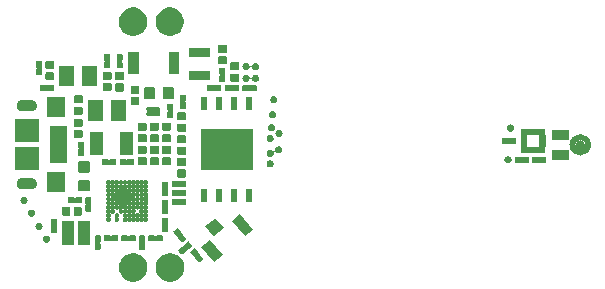
<source format=gts>
G04 #@! TF.GenerationSoftware,KiCad,Pcbnew,(5.1.5-0-10_14)*
G04 #@! TF.CreationDate,2020-08-04T13:19:53-04:00*
G04 #@! TF.ProjectId,shio,7368696f-2e6b-4696-9361-645f70636258,rev?*
G04 #@! TF.SameCoordinates,Original*
G04 #@! TF.FileFunction,Soldermask,Top*
G04 #@! TF.FilePolarity,Negative*
%FSLAX46Y46*%
G04 Gerber Fmt 4.6, Leading zero omitted, Abs format (unit mm)*
G04 Created by KiCad (PCBNEW (5.1.5-0-10_14)) date 2020-08-04 13:19:53*
%MOMM*%
%LPD*%
G04 APERTURE LIST*
%ADD10C,0.010000*%
%ADD11C,0.500000*%
%ADD12C,0.100000*%
G04 APERTURE END LIST*
D10*
G36*
X149525000Y-103025000D02*
G01*
X149532850Y-103025206D01*
X149540679Y-103025822D01*
X149548465Y-103026847D01*
X149556187Y-103028278D01*
X149563823Y-103030111D01*
X149571353Y-103032342D01*
X149578755Y-103034963D01*
X149586010Y-103037968D01*
X149593099Y-103041349D01*
X149600000Y-103045096D01*
X149606696Y-103049199D01*
X149613168Y-103053647D01*
X149619398Y-103058428D01*
X149625370Y-103063528D01*
X149631066Y-103068934D01*
X149636472Y-103074630D01*
X149641572Y-103080602D01*
X149646353Y-103086832D01*
X149650801Y-103093304D01*
X149654904Y-103100000D01*
X149658651Y-103106901D01*
X149662032Y-103113990D01*
X149665037Y-103121245D01*
X149667658Y-103128647D01*
X149669889Y-103136177D01*
X149671722Y-103143813D01*
X149673153Y-103151535D01*
X149674178Y-103159321D01*
X149674794Y-103167150D01*
X149675000Y-103175000D01*
X149674794Y-103182850D01*
X149674178Y-103190679D01*
X149673153Y-103198465D01*
X149671722Y-103206187D01*
X149669889Y-103213823D01*
X149667658Y-103221353D01*
X149665037Y-103228755D01*
X149662032Y-103236010D01*
X149658651Y-103243099D01*
X149654904Y-103250000D01*
X149650801Y-103256696D01*
X149646353Y-103263168D01*
X149641572Y-103269398D01*
X149636472Y-103275370D01*
X149631066Y-103281066D01*
X149625370Y-103286472D01*
X149619398Y-103291572D01*
X149613168Y-103296353D01*
X149606696Y-103300801D01*
X149600000Y-103304904D01*
X149593099Y-103308651D01*
X149586010Y-103312032D01*
X149578755Y-103315037D01*
X149571353Y-103317658D01*
X149563823Y-103319889D01*
X149556187Y-103321722D01*
X149548465Y-103323153D01*
X149540679Y-103324178D01*
X149532850Y-103324794D01*
X149525000Y-103325000D01*
X149517150Y-103324794D01*
X149509321Y-103324178D01*
X149501535Y-103323153D01*
X149493813Y-103321722D01*
X149486177Y-103319889D01*
X149478647Y-103317658D01*
X149471245Y-103315037D01*
X149463990Y-103312032D01*
X149456901Y-103308651D01*
X149450000Y-103304904D01*
X149443304Y-103300801D01*
X149436832Y-103296353D01*
X149430602Y-103291572D01*
X149424630Y-103286472D01*
X149418934Y-103281066D01*
X149413528Y-103275370D01*
X149408428Y-103269398D01*
X149403647Y-103263168D01*
X149399199Y-103256696D01*
X149395096Y-103250000D01*
X149391349Y-103243099D01*
X149387968Y-103236010D01*
X149384963Y-103228755D01*
X149382342Y-103221353D01*
X149380111Y-103213823D01*
X149378278Y-103206187D01*
X149376847Y-103198465D01*
X149375822Y-103190679D01*
X149375206Y-103182850D01*
X149375000Y-103175000D01*
X149375206Y-103167150D01*
X149375822Y-103159321D01*
X149376847Y-103151535D01*
X149378278Y-103143813D01*
X149380111Y-103136177D01*
X149382342Y-103128647D01*
X149384963Y-103121245D01*
X149387968Y-103113990D01*
X149391349Y-103106901D01*
X149395096Y-103100000D01*
X149399199Y-103093304D01*
X149403647Y-103086832D01*
X149408428Y-103080602D01*
X149413528Y-103074630D01*
X149418934Y-103068934D01*
X149424630Y-103063528D01*
X149430602Y-103058428D01*
X149436832Y-103053647D01*
X149443304Y-103049199D01*
X149450000Y-103045096D01*
X149456901Y-103041349D01*
X149463990Y-103037968D01*
X149471245Y-103034963D01*
X149478647Y-103032342D01*
X149486177Y-103030111D01*
X149493813Y-103028278D01*
X149501535Y-103026847D01*
X149509321Y-103025822D01*
X149517150Y-103025206D01*
X149525000Y-103025000D01*
G37*
X149525000Y-103025000D02*
X149532850Y-103025206D01*
X149540679Y-103025822D01*
X149548465Y-103026847D01*
X149556187Y-103028278D01*
X149563823Y-103030111D01*
X149571353Y-103032342D01*
X149578755Y-103034963D01*
X149586010Y-103037968D01*
X149593099Y-103041349D01*
X149600000Y-103045096D01*
X149606696Y-103049199D01*
X149613168Y-103053647D01*
X149619398Y-103058428D01*
X149625370Y-103063528D01*
X149631066Y-103068934D01*
X149636472Y-103074630D01*
X149641572Y-103080602D01*
X149646353Y-103086832D01*
X149650801Y-103093304D01*
X149654904Y-103100000D01*
X149658651Y-103106901D01*
X149662032Y-103113990D01*
X149665037Y-103121245D01*
X149667658Y-103128647D01*
X149669889Y-103136177D01*
X149671722Y-103143813D01*
X149673153Y-103151535D01*
X149674178Y-103159321D01*
X149674794Y-103167150D01*
X149675000Y-103175000D01*
X149674794Y-103182850D01*
X149674178Y-103190679D01*
X149673153Y-103198465D01*
X149671722Y-103206187D01*
X149669889Y-103213823D01*
X149667658Y-103221353D01*
X149665037Y-103228755D01*
X149662032Y-103236010D01*
X149658651Y-103243099D01*
X149654904Y-103250000D01*
X149650801Y-103256696D01*
X149646353Y-103263168D01*
X149641572Y-103269398D01*
X149636472Y-103275370D01*
X149631066Y-103281066D01*
X149625370Y-103286472D01*
X149619398Y-103291572D01*
X149613168Y-103296353D01*
X149606696Y-103300801D01*
X149600000Y-103304904D01*
X149593099Y-103308651D01*
X149586010Y-103312032D01*
X149578755Y-103315037D01*
X149571353Y-103317658D01*
X149563823Y-103319889D01*
X149556187Y-103321722D01*
X149548465Y-103323153D01*
X149540679Y-103324178D01*
X149532850Y-103324794D01*
X149525000Y-103325000D01*
X149517150Y-103324794D01*
X149509321Y-103324178D01*
X149501535Y-103323153D01*
X149493813Y-103321722D01*
X149486177Y-103319889D01*
X149478647Y-103317658D01*
X149471245Y-103315037D01*
X149463990Y-103312032D01*
X149456901Y-103308651D01*
X149450000Y-103304904D01*
X149443304Y-103300801D01*
X149436832Y-103296353D01*
X149430602Y-103291572D01*
X149424630Y-103286472D01*
X149418934Y-103281066D01*
X149413528Y-103275370D01*
X149408428Y-103269398D01*
X149403647Y-103263168D01*
X149399199Y-103256696D01*
X149395096Y-103250000D01*
X149391349Y-103243099D01*
X149387968Y-103236010D01*
X149384963Y-103228755D01*
X149382342Y-103221353D01*
X149380111Y-103213823D01*
X149378278Y-103206187D01*
X149376847Y-103198465D01*
X149375822Y-103190679D01*
X149375206Y-103182850D01*
X149375000Y-103175000D01*
X149375206Y-103167150D01*
X149375822Y-103159321D01*
X149376847Y-103151535D01*
X149378278Y-103143813D01*
X149380111Y-103136177D01*
X149382342Y-103128647D01*
X149384963Y-103121245D01*
X149387968Y-103113990D01*
X149391349Y-103106901D01*
X149395096Y-103100000D01*
X149399199Y-103093304D01*
X149403647Y-103086832D01*
X149408428Y-103080602D01*
X149413528Y-103074630D01*
X149418934Y-103068934D01*
X149424630Y-103063528D01*
X149430602Y-103058428D01*
X149436832Y-103053647D01*
X149443304Y-103049199D01*
X149450000Y-103045096D01*
X149456901Y-103041349D01*
X149463990Y-103037968D01*
X149471245Y-103034963D01*
X149478647Y-103032342D01*
X149486177Y-103030111D01*
X149493813Y-103028278D01*
X149501535Y-103026847D01*
X149509321Y-103025822D01*
X149517150Y-103025206D01*
X149525000Y-103025000D01*
G36*
X149525000Y-103375000D02*
G01*
X149532850Y-103375206D01*
X149540679Y-103375822D01*
X149548465Y-103376847D01*
X149556187Y-103378278D01*
X149563823Y-103380111D01*
X149571353Y-103382342D01*
X149578755Y-103384963D01*
X149586010Y-103387968D01*
X149593099Y-103391349D01*
X149600000Y-103395096D01*
X149606696Y-103399199D01*
X149613168Y-103403647D01*
X149619398Y-103408428D01*
X149625370Y-103413528D01*
X149631066Y-103418934D01*
X149636472Y-103424630D01*
X149641572Y-103430602D01*
X149646353Y-103436832D01*
X149650801Y-103443304D01*
X149654904Y-103450000D01*
X149658651Y-103456901D01*
X149662032Y-103463990D01*
X149665037Y-103471245D01*
X149667658Y-103478647D01*
X149669889Y-103486177D01*
X149671722Y-103493813D01*
X149673153Y-103501535D01*
X149674178Y-103509321D01*
X149674794Y-103517150D01*
X149675000Y-103525000D01*
X149674794Y-103532850D01*
X149674178Y-103540679D01*
X149673153Y-103548465D01*
X149671722Y-103556187D01*
X149669889Y-103563823D01*
X149667658Y-103571353D01*
X149665037Y-103578755D01*
X149662032Y-103586010D01*
X149658651Y-103593099D01*
X149654904Y-103600000D01*
X149650801Y-103606696D01*
X149646353Y-103613168D01*
X149641572Y-103619398D01*
X149636472Y-103625370D01*
X149631066Y-103631066D01*
X149625370Y-103636472D01*
X149619398Y-103641572D01*
X149613168Y-103646353D01*
X149606696Y-103650801D01*
X149600000Y-103654904D01*
X149593099Y-103658651D01*
X149586010Y-103662032D01*
X149578755Y-103665037D01*
X149571353Y-103667658D01*
X149563823Y-103669889D01*
X149556187Y-103671722D01*
X149548465Y-103673153D01*
X149540679Y-103674178D01*
X149532850Y-103674794D01*
X149525000Y-103675000D01*
X149517150Y-103674794D01*
X149509321Y-103674178D01*
X149501535Y-103673153D01*
X149493813Y-103671722D01*
X149486177Y-103669889D01*
X149478647Y-103667658D01*
X149471245Y-103665037D01*
X149463990Y-103662032D01*
X149456901Y-103658651D01*
X149450000Y-103654904D01*
X149443304Y-103650801D01*
X149436832Y-103646353D01*
X149430602Y-103641572D01*
X149424630Y-103636472D01*
X149418934Y-103631066D01*
X149413528Y-103625370D01*
X149408428Y-103619398D01*
X149403647Y-103613168D01*
X149399199Y-103606696D01*
X149395096Y-103600000D01*
X149391349Y-103593099D01*
X149387968Y-103586010D01*
X149384963Y-103578755D01*
X149382342Y-103571353D01*
X149380111Y-103563823D01*
X149378278Y-103556187D01*
X149376847Y-103548465D01*
X149375822Y-103540679D01*
X149375206Y-103532850D01*
X149375000Y-103525000D01*
X149375206Y-103517150D01*
X149375822Y-103509321D01*
X149376847Y-103501535D01*
X149378278Y-103493813D01*
X149380111Y-103486177D01*
X149382342Y-103478647D01*
X149384963Y-103471245D01*
X149387968Y-103463990D01*
X149391349Y-103456901D01*
X149395096Y-103450000D01*
X149399199Y-103443304D01*
X149403647Y-103436832D01*
X149408428Y-103430602D01*
X149413528Y-103424630D01*
X149418934Y-103418934D01*
X149424630Y-103413528D01*
X149430602Y-103408428D01*
X149436832Y-103403647D01*
X149443304Y-103399199D01*
X149450000Y-103395096D01*
X149456901Y-103391349D01*
X149463990Y-103387968D01*
X149471245Y-103384963D01*
X149478647Y-103382342D01*
X149486177Y-103380111D01*
X149493813Y-103378278D01*
X149501535Y-103376847D01*
X149509321Y-103375822D01*
X149517150Y-103375206D01*
X149525000Y-103375000D01*
G37*
X149525000Y-103375000D02*
X149532850Y-103375206D01*
X149540679Y-103375822D01*
X149548465Y-103376847D01*
X149556187Y-103378278D01*
X149563823Y-103380111D01*
X149571353Y-103382342D01*
X149578755Y-103384963D01*
X149586010Y-103387968D01*
X149593099Y-103391349D01*
X149600000Y-103395096D01*
X149606696Y-103399199D01*
X149613168Y-103403647D01*
X149619398Y-103408428D01*
X149625370Y-103413528D01*
X149631066Y-103418934D01*
X149636472Y-103424630D01*
X149641572Y-103430602D01*
X149646353Y-103436832D01*
X149650801Y-103443304D01*
X149654904Y-103450000D01*
X149658651Y-103456901D01*
X149662032Y-103463990D01*
X149665037Y-103471245D01*
X149667658Y-103478647D01*
X149669889Y-103486177D01*
X149671722Y-103493813D01*
X149673153Y-103501535D01*
X149674178Y-103509321D01*
X149674794Y-103517150D01*
X149675000Y-103525000D01*
X149674794Y-103532850D01*
X149674178Y-103540679D01*
X149673153Y-103548465D01*
X149671722Y-103556187D01*
X149669889Y-103563823D01*
X149667658Y-103571353D01*
X149665037Y-103578755D01*
X149662032Y-103586010D01*
X149658651Y-103593099D01*
X149654904Y-103600000D01*
X149650801Y-103606696D01*
X149646353Y-103613168D01*
X149641572Y-103619398D01*
X149636472Y-103625370D01*
X149631066Y-103631066D01*
X149625370Y-103636472D01*
X149619398Y-103641572D01*
X149613168Y-103646353D01*
X149606696Y-103650801D01*
X149600000Y-103654904D01*
X149593099Y-103658651D01*
X149586010Y-103662032D01*
X149578755Y-103665037D01*
X149571353Y-103667658D01*
X149563823Y-103669889D01*
X149556187Y-103671722D01*
X149548465Y-103673153D01*
X149540679Y-103674178D01*
X149532850Y-103674794D01*
X149525000Y-103675000D01*
X149517150Y-103674794D01*
X149509321Y-103674178D01*
X149501535Y-103673153D01*
X149493813Y-103671722D01*
X149486177Y-103669889D01*
X149478647Y-103667658D01*
X149471245Y-103665037D01*
X149463990Y-103662032D01*
X149456901Y-103658651D01*
X149450000Y-103654904D01*
X149443304Y-103650801D01*
X149436832Y-103646353D01*
X149430602Y-103641572D01*
X149424630Y-103636472D01*
X149418934Y-103631066D01*
X149413528Y-103625370D01*
X149408428Y-103619398D01*
X149403647Y-103613168D01*
X149399199Y-103606696D01*
X149395096Y-103600000D01*
X149391349Y-103593099D01*
X149387968Y-103586010D01*
X149384963Y-103578755D01*
X149382342Y-103571353D01*
X149380111Y-103563823D01*
X149378278Y-103556187D01*
X149376847Y-103548465D01*
X149375822Y-103540679D01*
X149375206Y-103532850D01*
X149375000Y-103525000D01*
X149375206Y-103517150D01*
X149375822Y-103509321D01*
X149376847Y-103501535D01*
X149378278Y-103493813D01*
X149380111Y-103486177D01*
X149382342Y-103478647D01*
X149384963Y-103471245D01*
X149387968Y-103463990D01*
X149391349Y-103456901D01*
X149395096Y-103450000D01*
X149399199Y-103443304D01*
X149403647Y-103436832D01*
X149408428Y-103430602D01*
X149413528Y-103424630D01*
X149418934Y-103418934D01*
X149424630Y-103413528D01*
X149430602Y-103408428D01*
X149436832Y-103403647D01*
X149443304Y-103399199D01*
X149450000Y-103395096D01*
X149456901Y-103391349D01*
X149463990Y-103387968D01*
X149471245Y-103384963D01*
X149478647Y-103382342D01*
X149486177Y-103380111D01*
X149493813Y-103378278D01*
X149501535Y-103376847D01*
X149509321Y-103375822D01*
X149517150Y-103375206D01*
X149525000Y-103375000D01*
G36*
X149525000Y-103725000D02*
G01*
X149532850Y-103725206D01*
X149540679Y-103725822D01*
X149548465Y-103726847D01*
X149556187Y-103728278D01*
X149563823Y-103730111D01*
X149571353Y-103732342D01*
X149578755Y-103734963D01*
X149586010Y-103737968D01*
X149593099Y-103741349D01*
X149600000Y-103745096D01*
X149606696Y-103749199D01*
X149613168Y-103753647D01*
X149619398Y-103758428D01*
X149625370Y-103763528D01*
X149631066Y-103768934D01*
X149636472Y-103774630D01*
X149641572Y-103780602D01*
X149646353Y-103786832D01*
X149650801Y-103793304D01*
X149654904Y-103800000D01*
X149658651Y-103806901D01*
X149662032Y-103813990D01*
X149665037Y-103821245D01*
X149667658Y-103828647D01*
X149669889Y-103836177D01*
X149671722Y-103843813D01*
X149673153Y-103851535D01*
X149674178Y-103859321D01*
X149674794Y-103867150D01*
X149675000Y-103875000D01*
X149674794Y-103882850D01*
X149674178Y-103890679D01*
X149673153Y-103898465D01*
X149671722Y-103906187D01*
X149669889Y-103913823D01*
X149667658Y-103921353D01*
X149665037Y-103928755D01*
X149662032Y-103936010D01*
X149658651Y-103943099D01*
X149654904Y-103950000D01*
X149650801Y-103956696D01*
X149646353Y-103963168D01*
X149641572Y-103969398D01*
X149636472Y-103975370D01*
X149631066Y-103981066D01*
X149625370Y-103986472D01*
X149619398Y-103991572D01*
X149613168Y-103996353D01*
X149606696Y-104000801D01*
X149600000Y-104004904D01*
X149593099Y-104008651D01*
X149586010Y-104012032D01*
X149578755Y-104015037D01*
X149571353Y-104017658D01*
X149563823Y-104019889D01*
X149556187Y-104021722D01*
X149548465Y-104023153D01*
X149540679Y-104024178D01*
X149532850Y-104024794D01*
X149525000Y-104025000D01*
X149517150Y-104024794D01*
X149509321Y-104024178D01*
X149501535Y-104023153D01*
X149493813Y-104021722D01*
X149486177Y-104019889D01*
X149478647Y-104017658D01*
X149471245Y-104015037D01*
X149463990Y-104012032D01*
X149456901Y-104008651D01*
X149450000Y-104004904D01*
X149443304Y-104000801D01*
X149436832Y-103996353D01*
X149430602Y-103991572D01*
X149424630Y-103986472D01*
X149418934Y-103981066D01*
X149413528Y-103975370D01*
X149408428Y-103969398D01*
X149403647Y-103963168D01*
X149399199Y-103956696D01*
X149395096Y-103950000D01*
X149391349Y-103943099D01*
X149387968Y-103936010D01*
X149384963Y-103928755D01*
X149382342Y-103921353D01*
X149380111Y-103913823D01*
X149378278Y-103906187D01*
X149376847Y-103898465D01*
X149375822Y-103890679D01*
X149375206Y-103882850D01*
X149375000Y-103875000D01*
X149375206Y-103867150D01*
X149375822Y-103859321D01*
X149376847Y-103851535D01*
X149378278Y-103843813D01*
X149380111Y-103836177D01*
X149382342Y-103828647D01*
X149384963Y-103821245D01*
X149387968Y-103813990D01*
X149391349Y-103806901D01*
X149395096Y-103800000D01*
X149399199Y-103793304D01*
X149403647Y-103786832D01*
X149408428Y-103780602D01*
X149413528Y-103774630D01*
X149418934Y-103768934D01*
X149424630Y-103763528D01*
X149430602Y-103758428D01*
X149436832Y-103753647D01*
X149443304Y-103749199D01*
X149450000Y-103745096D01*
X149456901Y-103741349D01*
X149463990Y-103737968D01*
X149471245Y-103734963D01*
X149478647Y-103732342D01*
X149486177Y-103730111D01*
X149493813Y-103728278D01*
X149501535Y-103726847D01*
X149509321Y-103725822D01*
X149517150Y-103725206D01*
X149525000Y-103725000D01*
G37*
X149525000Y-103725000D02*
X149532850Y-103725206D01*
X149540679Y-103725822D01*
X149548465Y-103726847D01*
X149556187Y-103728278D01*
X149563823Y-103730111D01*
X149571353Y-103732342D01*
X149578755Y-103734963D01*
X149586010Y-103737968D01*
X149593099Y-103741349D01*
X149600000Y-103745096D01*
X149606696Y-103749199D01*
X149613168Y-103753647D01*
X149619398Y-103758428D01*
X149625370Y-103763528D01*
X149631066Y-103768934D01*
X149636472Y-103774630D01*
X149641572Y-103780602D01*
X149646353Y-103786832D01*
X149650801Y-103793304D01*
X149654904Y-103800000D01*
X149658651Y-103806901D01*
X149662032Y-103813990D01*
X149665037Y-103821245D01*
X149667658Y-103828647D01*
X149669889Y-103836177D01*
X149671722Y-103843813D01*
X149673153Y-103851535D01*
X149674178Y-103859321D01*
X149674794Y-103867150D01*
X149675000Y-103875000D01*
X149674794Y-103882850D01*
X149674178Y-103890679D01*
X149673153Y-103898465D01*
X149671722Y-103906187D01*
X149669889Y-103913823D01*
X149667658Y-103921353D01*
X149665037Y-103928755D01*
X149662032Y-103936010D01*
X149658651Y-103943099D01*
X149654904Y-103950000D01*
X149650801Y-103956696D01*
X149646353Y-103963168D01*
X149641572Y-103969398D01*
X149636472Y-103975370D01*
X149631066Y-103981066D01*
X149625370Y-103986472D01*
X149619398Y-103991572D01*
X149613168Y-103996353D01*
X149606696Y-104000801D01*
X149600000Y-104004904D01*
X149593099Y-104008651D01*
X149586010Y-104012032D01*
X149578755Y-104015037D01*
X149571353Y-104017658D01*
X149563823Y-104019889D01*
X149556187Y-104021722D01*
X149548465Y-104023153D01*
X149540679Y-104024178D01*
X149532850Y-104024794D01*
X149525000Y-104025000D01*
X149517150Y-104024794D01*
X149509321Y-104024178D01*
X149501535Y-104023153D01*
X149493813Y-104021722D01*
X149486177Y-104019889D01*
X149478647Y-104017658D01*
X149471245Y-104015037D01*
X149463990Y-104012032D01*
X149456901Y-104008651D01*
X149450000Y-104004904D01*
X149443304Y-104000801D01*
X149436832Y-103996353D01*
X149430602Y-103991572D01*
X149424630Y-103986472D01*
X149418934Y-103981066D01*
X149413528Y-103975370D01*
X149408428Y-103969398D01*
X149403647Y-103963168D01*
X149399199Y-103956696D01*
X149395096Y-103950000D01*
X149391349Y-103943099D01*
X149387968Y-103936010D01*
X149384963Y-103928755D01*
X149382342Y-103921353D01*
X149380111Y-103913823D01*
X149378278Y-103906187D01*
X149376847Y-103898465D01*
X149375822Y-103890679D01*
X149375206Y-103882850D01*
X149375000Y-103875000D01*
X149375206Y-103867150D01*
X149375822Y-103859321D01*
X149376847Y-103851535D01*
X149378278Y-103843813D01*
X149380111Y-103836177D01*
X149382342Y-103828647D01*
X149384963Y-103821245D01*
X149387968Y-103813990D01*
X149391349Y-103806901D01*
X149395096Y-103800000D01*
X149399199Y-103793304D01*
X149403647Y-103786832D01*
X149408428Y-103780602D01*
X149413528Y-103774630D01*
X149418934Y-103768934D01*
X149424630Y-103763528D01*
X149430602Y-103758428D01*
X149436832Y-103753647D01*
X149443304Y-103749199D01*
X149450000Y-103745096D01*
X149456901Y-103741349D01*
X149463990Y-103737968D01*
X149471245Y-103734963D01*
X149478647Y-103732342D01*
X149486177Y-103730111D01*
X149493813Y-103728278D01*
X149501535Y-103726847D01*
X149509321Y-103725822D01*
X149517150Y-103725206D01*
X149525000Y-103725000D01*
G36*
X149525000Y-104075000D02*
G01*
X149532850Y-104075206D01*
X149540679Y-104075822D01*
X149548465Y-104076847D01*
X149556187Y-104078278D01*
X149563823Y-104080111D01*
X149571353Y-104082342D01*
X149578755Y-104084963D01*
X149586010Y-104087968D01*
X149593099Y-104091349D01*
X149600000Y-104095096D01*
X149606696Y-104099199D01*
X149613168Y-104103647D01*
X149619398Y-104108428D01*
X149625370Y-104113528D01*
X149631066Y-104118934D01*
X149636472Y-104124630D01*
X149641572Y-104130602D01*
X149646353Y-104136832D01*
X149650801Y-104143304D01*
X149654904Y-104150000D01*
X149658651Y-104156901D01*
X149662032Y-104163990D01*
X149665037Y-104171245D01*
X149667658Y-104178647D01*
X149669889Y-104186177D01*
X149671722Y-104193813D01*
X149673153Y-104201535D01*
X149674178Y-104209321D01*
X149674794Y-104217150D01*
X149675000Y-104225000D01*
X149674794Y-104232850D01*
X149674178Y-104240679D01*
X149673153Y-104248465D01*
X149671722Y-104256187D01*
X149669889Y-104263823D01*
X149667658Y-104271353D01*
X149665037Y-104278755D01*
X149662032Y-104286010D01*
X149658651Y-104293099D01*
X149654904Y-104300000D01*
X149650801Y-104306696D01*
X149646353Y-104313168D01*
X149641572Y-104319398D01*
X149636472Y-104325370D01*
X149631066Y-104331066D01*
X149625370Y-104336472D01*
X149619398Y-104341572D01*
X149613168Y-104346353D01*
X149606696Y-104350801D01*
X149600000Y-104354904D01*
X149593099Y-104358651D01*
X149586010Y-104362032D01*
X149578755Y-104365037D01*
X149571353Y-104367658D01*
X149563823Y-104369889D01*
X149556187Y-104371722D01*
X149548465Y-104373153D01*
X149540679Y-104374178D01*
X149532850Y-104374794D01*
X149525000Y-104375000D01*
X149517150Y-104374794D01*
X149509321Y-104374178D01*
X149501535Y-104373153D01*
X149493813Y-104371722D01*
X149486177Y-104369889D01*
X149478647Y-104367658D01*
X149471245Y-104365037D01*
X149463990Y-104362032D01*
X149456901Y-104358651D01*
X149450000Y-104354904D01*
X149443304Y-104350801D01*
X149436832Y-104346353D01*
X149430602Y-104341572D01*
X149424630Y-104336472D01*
X149418934Y-104331066D01*
X149413528Y-104325370D01*
X149408428Y-104319398D01*
X149403647Y-104313168D01*
X149399199Y-104306696D01*
X149395096Y-104300000D01*
X149391349Y-104293099D01*
X149387968Y-104286010D01*
X149384963Y-104278755D01*
X149382342Y-104271353D01*
X149380111Y-104263823D01*
X149378278Y-104256187D01*
X149376847Y-104248465D01*
X149375822Y-104240679D01*
X149375206Y-104232850D01*
X149375000Y-104225000D01*
X149375206Y-104217150D01*
X149375822Y-104209321D01*
X149376847Y-104201535D01*
X149378278Y-104193813D01*
X149380111Y-104186177D01*
X149382342Y-104178647D01*
X149384963Y-104171245D01*
X149387968Y-104163990D01*
X149391349Y-104156901D01*
X149395096Y-104150000D01*
X149399199Y-104143304D01*
X149403647Y-104136832D01*
X149408428Y-104130602D01*
X149413528Y-104124630D01*
X149418934Y-104118934D01*
X149424630Y-104113528D01*
X149430602Y-104108428D01*
X149436832Y-104103647D01*
X149443304Y-104099199D01*
X149450000Y-104095096D01*
X149456901Y-104091349D01*
X149463990Y-104087968D01*
X149471245Y-104084963D01*
X149478647Y-104082342D01*
X149486177Y-104080111D01*
X149493813Y-104078278D01*
X149501535Y-104076847D01*
X149509321Y-104075822D01*
X149517150Y-104075206D01*
X149525000Y-104075000D01*
G37*
X149525000Y-104075000D02*
X149532850Y-104075206D01*
X149540679Y-104075822D01*
X149548465Y-104076847D01*
X149556187Y-104078278D01*
X149563823Y-104080111D01*
X149571353Y-104082342D01*
X149578755Y-104084963D01*
X149586010Y-104087968D01*
X149593099Y-104091349D01*
X149600000Y-104095096D01*
X149606696Y-104099199D01*
X149613168Y-104103647D01*
X149619398Y-104108428D01*
X149625370Y-104113528D01*
X149631066Y-104118934D01*
X149636472Y-104124630D01*
X149641572Y-104130602D01*
X149646353Y-104136832D01*
X149650801Y-104143304D01*
X149654904Y-104150000D01*
X149658651Y-104156901D01*
X149662032Y-104163990D01*
X149665037Y-104171245D01*
X149667658Y-104178647D01*
X149669889Y-104186177D01*
X149671722Y-104193813D01*
X149673153Y-104201535D01*
X149674178Y-104209321D01*
X149674794Y-104217150D01*
X149675000Y-104225000D01*
X149674794Y-104232850D01*
X149674178Y-104240679D01*
X149673153Y-104248465D01*
X149671722Y-104256187D01*
X149669889Y-104263823D01*
X149667658Y-104271353D01*
X149665037Y-104278755D01*
X149662032Y-104286010D01*
X149658651Y-104293099D01*
X149654904Y-104300000D01*
X149650801Y-104306696D01*
X149646353Y-104313168D01*
X149641572Y-104319398D01*
X149636472Y-104325370D01*
X149631066Y-104331066D01*
X149625370Y-104336472D01*
X149619398Y-104341572D01*
X149613168Y-104346353D01*
X149606696Y-104350801D01*
X149600000Y-104354904D01*
X149593099Y-104358651D01*
X149586010Y-104362032D01*
X149578755Y-104365037D01*
X149571353Y-104367658D01*
X149563823Y-104369889D01*
X149556187Y-104371722D01*
X149548465Y-104373153D01*
X149540679Y-104374178D01*
X149532850Y-104374794D01*
X149525000Y-104375000D01*
X149517150Y-104374794D01*
X149509321Y-104374178D01*
X149501535Y-104373153D01*
X149493813Y-104371722D01*
X149486177Y-104369889D01*
X149478647Y-104367658D01*
X149471245Y-104365037D01*
X149463990Y-104362032D01*
X149456901Y-104358651D01*
X149450000Y-104354904D01*
X149443304Y-104350801D01*
X149436832Y-104346353D01*
X149430602Y-104341572D01*
X149424630Y-104336472D01*
X149418934Y-104331066D01*
X149413528Y-104325370D01*
X149408428Y-104319398D01*
X149403647Y-104313168D01*
X149399199Y-104306696D01*
X149395096Y-104300000D01*
X149391349Y-104293099D01*
X149387968Y-104286010D01*
X149384963Y-104278755D01*
X149382342Y-104271353D01*
X149380111Y-104263823D01*
X149378278Y-104256187D01*
X149376847Y-104248465D01*
X149375822Y-104240679D01*
X149375206Y-104232850D01*
X149375000Y-104225000D01*
X149375206Y-104217150D01*
X149375822Y-104209321D01*
X149376847Y-104201535D01*
X149378278Y-104193813D01*
X149380111Y-104186177D01*
X149382342Y-104178647D01*
X149384963Y-104171245D01*
X149387968Y-104163990D01*
X149391349Y-104156901D01*
X149395096Y-104150000D01*
X149399199Y-104143304D01*
X149403647Y-104136832D01*
X149408428Y-104130602D01*
X149413528Y-104124630D01*
X149418934Y-104118934D01*
X149424630Y-104113528D01*
X149430602Y-104108428D01*
X149436832Y-104103647D01*
X149443304Y-104099199D01*
X149450000Y-104095096D01*
X149456901Y-104091349D01*
X149463990Y-104087968D01*
X149471245Y-104084963D01*
X149478647Y-104082342D01*
X149486177Y-104080111D01*
X149493813Y-104078278D01*
X149501535Y-104076847D01*
X149509321Y-104075822D01*
X149517150Y-104075206D01*
X149525000Y-104075000D01*
G36*
X149525000Y-106175000D02*
G01*
X149532850Y-106175206D01*
X149540679Y-106175822D01*
X149548465Y-106176847D01*
X149556187Y-106178278D01*
X149563823Y-106180111D01*
X149571353Y-106182342D01*
X149578755Y-106184963D01*
X149586010Y-106187968D01*
X149593099Y-106191349D01*
X149600000Y-106195096D01*
X149606696Y-106199199D01*
X149613168Y-106203647D01*
X149619398Y-106208428D01*
X149625370Y-106213528D01*
X149631066Y-106218934D01*
X149636472Y-106224630D01*
X149641572Y-106230602D01*
X149646353Y-106236832D01*
X149650801Y-106243304D01*
X149654904Y-106250000D01*
X149658651Y-106256901D01*
X149662032Y-106263990D01*
X149665037Y-106271245D01*
X149667658Y-106278647D01*
X149669889Y-106286177D01*
X149671722Y-106293813D01*
X149673153Y-106301535D01*
X149674178Y-106309321D01*
X149674794Y-106317150D01*
X149675000Y-106325000D01*
X149674794Y-106332850D01*
X149674178Y-106340679D01*
X149673153Y-106348465D01*
X149671722Y-106356187D01*
X149669889Y-106363823D01*
X149667658Y-106371353D01*
X149665037Y-106378755D01*
X149662032Y-106386010D01*
X149658651Y-106393099D01*
X149654904Y-106400000D01*
X149650801Y-106406696D01*
X149646353Y-106413168D01*
X149641572Y-106419398D01*
X149636472Y-106425370D01*
X149631066Y-106431066D01*
X149625370Y-106436472D01*
X149619398Y-106441572D01*
X149613168Y-106446353D01*
X149606696Y-106450801D01*
X149600000Y-106454904D01*
X149593099Y-106458651D01*
X149586010Y-106462032D01*
X149578755Y-106465037D01*
X149571353Y-106467658D01*
X149563823Y-106469889D01*
X149556187Y-106471722D01*
X149548465Y-106473153D01*
X149540679Y-106474178D01*
X149532850Y-106474794D01*
X149525000Y-106475000D01*
X149517150Y-106474794D01*
X149509321Y-106474178D01*
X149501535Y-106473153D01*
X149493813Y-106471722D01*
X149486177Y-106469889D01*
X149478647Y-106467658D01*
X149471245Y-106465037D01*
X149463990Y-106462032D01*
X149456901Y-106458651D01*
X149450000Y-106454904D01*
X149443304Y-106450801D01*
X149436832Y-106446353D01*
X149430602Y-106441572D01*
X149424630Y-106436472D01*
X149418934Y-106431066D01*
X149413528Y-106425370D01*
X149408428Y-106419398D01*
X149403647Y-106413168D01*
X149399199Y-106406696D01*
X149395096Y-106400000D01*
X149391349Y-106393099D01*
X149387968Y-106386010D01*
X149384963Y-106378755D01*
X149382342Y-106371353D01*
X149380111Y-106363823D01*
X149378278Y-106356187D01*
X149376847Y-106348465D01*
X149375822Y-106340679D01*
X149375206Y-106332850D01*
X149375000Y-106325000D01*
X149375206Y-106317150D01*
X149375822Y-106309321D01*
X149376847Y-106301535D01*
X149378278Y-106293813D01*
X149380111Y-106286177D01*
X149382342Y-106278647D01*
X149384963Y-106271245D01*
X149387968Y-106263990D01*
X149391349Y-106256901D01*
X149395096Y-106250000D01*
X149399199Y-106243304D01*
X149403647Y-106236832D01*
X149408428Y-106230602D01*
X149413528Y-106224630D01*
X149418934Y-106218934D01*
X149424630Y-106213528D01*
X149430602Y-106208428D01*
X149436832Y-106203647D01*
X149443304Y-106199199D01*
X149450000Y-106195096D01*
X149456901Y-106191349D01*
X149463990Y-106187968D01*
X149471245Y-106184963D01*
X149478647Y-106182342D01*
X149486177Y-106180111D01*
X149493813Y-106178278D01*
X149501535Y-106176847D01*
X149509321Y-106175822D01*
X149517150Y-106175206D01*
X149525000Y-106175000D01*
G37*
X149525000Y-106175000D02*
X149532850Y-106175206D01*
X149540679Y-106175822D01*
X149548465Y-106176847D01*
X149556187Y-106178278D01*
X149563823Y-106180111D01*
X149571353Y-106182342D01*
X149578755Y-106184963D01*
X149586010Y-106187968D01*
X149593099Y-106191349D01*
X149600000Y-106195096D01*
X149606696Y-106199199D01*
X149613168Y-106203647D01*
X149619398Y-106208428D01*
X149625370Y-106213528D01*
X149631066Y-106218934D01*
X149636472Y-106224630D01*
X149641572Y-106230602D01*
X149646353Y-106236832D01*
X149650801Y-106243304D01*
X149654904Y-106250000D01*
X149658651Y-106256901D01*
X149662032Y-106263990D01*
X149665037Y-106271245D01*
X149667658Y-106278647D01*
X149669889Y-106286177D01*
X149671722Y-106293813D01*
X149673153Y-106301535D01*
X149674178Y-106309321D01*
X149674794Y-106317150D01*
X149675000Y-106325000D01*
X149674794Y-106332850D01*
X149674178Y-106340679D01*
X149673153Y-106348465D01*
X149671722Y-106356187D01*
X149669889Y-106363823D01*
X149667658Y-106371353D01*
X149665037Y-106378755D01*
X149662032Y-106386010D01*
X149658651Y-106393099D01*
X149654904Y-106400000D01*
X149650801Y-106406696D01*
X149646353Y-106413168D01*
X149641572Y-106419398D01*
X149636472Y-106425370D01*
X149631066Y-106431066D01*
X149625370Y-106436472D01*
X149619398Y-106441572D01*
X149613168Y-106446353D01*
X149606696Y-106450801D01*
X149600000Y-106454904D01*
X149593099Y-106458651D01*
X149586010Y-106462032D01*
X149578755Y-106465037D01*
X149571353Y-106467658D01*
X149563823Y-106469889D01*
X149556187Y-106471722D01*
X149548465Y-106473153D01*
X149540679Y-106474178D01*
X149532850Y-106474794D01*
X149525000Y-106475000D01*
X149517150Y-106474794D01*
X149509321Y-106474178D01*
X149501535Y-106473153D01*
X149493813Y-106471722D01*
X149486177Y-106469889D01*
X149478647Y-106467658D01*
X149471245Y-106465037D01*
X149463990Y-106462032D01*
X149456901Y-106458651D01*
X149450000Y-106454904D01*
X149443304Y-106450801D01*
X149436832Y-106446353D01*
X149430602Y-106441572D01*
X149424630Y-106436472D01*
X149418934Y-106431066D01*
X149413528Y-106425370D01*
X149408428Y-106419398D01*
X149403647Y-106413168D01*
X149399199Y-106406696D01*
X149395096Y-106400000D01*
X149391349Y-106393099D01*
X149387968Y-106386010D01*
X149384963Y-106378755D01*
X149382342Y-106371353D01*
X149380111Y-106363823D01*
X149378278Y-106356187D01*
X149376847Y-106348465D01*
X149375822Y-106340679D01*
X149375206Y-106332850D01*
X149375000Y-106325000D01*
X149375206Y-106317150D01*
X149375822Y-106309321D01*
X149376847Y-106301535D01*
X149378278Y-106293813D01*
X149380111Y-106286177D01*
X149382342Y-106278647D01*
X149384963Y-106271245D01*
X149387968Y-106263990D01*
X149391349Y-106256901D01*
X149395096Y-106250000D01*
X149399199Y-106243304D01*
X149403647Y-106236832D01*
X149408428Y-106230602D01*
X149413528Y-106224630D01*
X149418934Y-106218934D01*
X149424630Y-106213528D01*
X149430602Y-106208428D01*
X149436832Y-106203647D01*
X149443304Y-106199199D01*
X149450000Y-106195096D01*
X149456901Y-106191349D01*
X149463990Y-106187968D01*
X149471245Y-106184963D01*
X149478647Y-106182342D01*
X149486177Y-106180111D01*
X149493813Y-106178278D01*
X149501535Y-106176847D01*
X149509321Y-106175822D01*
X149517150Y-106175206D01*
X149525000Y-106175000D01*
G36*
X149525000Y-105825000D02*
G01*
X149532850Y-105825206D01*
X149540679Y-105825822D01*
X149548465Y-105826847D01*
X149556187Y-105828278D01*
X149563823Y-105830111D01*
X149571353Y-105832342D01*
X149578755Y-105834963D01*
X149586010Y-105837968D01*
X149593099Y-105841349D01*
X149600000Y-105845096D01*
X149606696Y-105849199D01*
X149613168Y-105853647D01*
X149619398Y-105858428D01*
X149625370Y-105863528D01*
X149631066Y-105868934D01*
X149636472Y-105874630D01*
X149641572Y-105880602D01*
X149646353Y-105886832D01*
X149650801Y-105893304D01*
X149654904Y-105900000D01*
X149658651Y-105906901D01*
X149662032Y-105913990D01*
X149665037Y-105921245D01*
X149667658Y-105928647D01*
X149669889Y-105936177D01*
X149671722Y-105943813D01*
X149673153Y-105951535D01*
X149674178Y-105959321D01*
X149674794Y-105967150D01*
X149675000Y-105975000D01*
X149674794Y-105982850D01*
X149674178Y-105990679D01*
X149673153Y-105998465D01*
X149671722Y-106006187D01*
X149669889Y-106013823D01*
X149667658Y-106021353D01*
X149665037Y-106028755D01*
X149662032Y-106036010D01*
X149658651Y-106043099D01*
X149654904Y-106050000D01*
X149650801Y-106056696D01*
X149646353Y-106063168D01*
X149641572Y-106069398D01*
X149636472Y-106075370D01*
X149631066Y-106081066D01*
X149625370Y-106086472D01*
X149619398Y-106091572D01*
X149613168Y-106096353D01*
X149606696Y-106100801D01*
X149600000Y-106104904D01*
X149593099Y-106108651D01*
X149586010Y-106112032D01*
X149578755Y-106115037D01*
X149571353Y-106117658D01*
X149563823Y-106119889D01*
X149556187Y-106121722D01*
X149548465Y-106123153D01*
X149540679Y-106124178D01*
X149532850Y-106124794D01*
X149525000Y-106125000D01*
X149517150Y-106124794D01*
X149509321Y-106124178D01*
X149501535Y-106123153D01*
X149493813Y-106121722D01*
X149486177Y-106119889D01*
X149478647Y-106117658D01*
X149471245Y-106115037D01*
X149463990Y-106112032D01*
X149456901Y-106108651D01*
X149450000Y-106104904D01*
X149443304Y-106100801D01*
X149436832Y-106096353D01*
X149430602Y-106091572D01*
X149424630Y-106086472D01*
X149418934Y-106081066D01*
X149413528Y-106075370D01*
X149408428Y-106069398D01*
X149403647Y-106063168D01*
X149399199Y-106056696D01*
X149395096Y-106050000D01*
X149391349Y-106043099D01*
X149387968Y-106036010D01*
X149384963Y-106028755D01*
X149382342Y-106021353D01*
X149380111Y-106013823D01*
X149378278Y-106006187D01*
X149376847Y-105998465D01*
X149375822Y-105990679D01*
X149375206Y-105982850D01*
X149375000Y-105975000D01*
X149375206Y-105967150D01*
X149375822Y-105959321D01*
X149376847Y-105951535D01*
X149378278Y-105943813D01*
X149380111Y-105936177D01*
X149382342Y-105928647D01*
X149384963Y-105921245D01*
X149387968Y-105913990D01*
X149391349Y-105906901D01*
X149395096Y-105900000D01*
X149399199Y-105893304D01*
X149403647Y-105886832D01*
X149408428Y-105880602D01*
X149413528Y-105874630D01*
X149418934Y-105868934D01*
X149424630Y-105863528D01*
X149430602Y-105858428D01*
X149436832Y-105853647D01*
X149443304Y-105849199D01*
X149450000Y-105845096D01*
X149456901Y-105841349D01*
X149463990Y-105837968D01*
X149471245Y-105834963D01*
X149478647Y-105832342D01*
X149486177Y-105830111D01*
X149493813Y-105828278D01*
X149501535Y-105826847D01*
X149509321Y-105825822D01*
X149517150Y-105825206D01*
X149525000Y-105825000D01*
G37*
X149525000Y-105825000D02*
X149532850Y-105825206D01*
X149540679Y-105825822D01*
X149548465Y-105826847D01*
X149556187Y-105828278D01*
X149563823Y-105830111D01*
X149571353Y-105832342D01*
X149578755Y-105834963D01*
X149586010Y-105837968D01*
X149593099Y-105841349D01*
X149600000Y-105845096D01*
X149606696Y-105849199D01*
X149613168Y-105853647D01*
X149619398Y-105858428D01*
X149625370Y-105863528D01*
X149631066Y-105868934D01*
X149636472Y-105874630D01*
X149641572Y-105880602D01*
X149646353Y-105886832D01*
X149650801Y-105893304D01*
X149654904Y-105900000D01*
X149658651Y-105906901D01*
X149662032Y-105913990D01*
X149665037Y-105921245D01*
X149667658Y-105928647D01*
X149669889Y-105936177D01*
X149671722Y-105943813D01*
X149673153Y-105951535D01*
X149674178Y-105959321D01*
X149674794Y-105967150D01*
X149675000Y-105975000D01*
X149674794Y-105982850D01*
X149674178Y-105990679D01*
X149673153Y-105998465D01*
X149671722Y-106006187D01*
X149669889Y-106013823D01*
X149667658Y-106021353D01*
X149665037Y-106028755D01*
X149662032Y-106036010D01*
X149658651Y-106043099D01*
X149654904Y-106050000D01*
X149650801Y-106056696D01*
X149646353Y-106063168D01*
X149641572Y-106069398D01*
X149636472Y-106075370D01*
X149631066Y-106081066D01*
X149625370Y-106086472D01*
X149619398Y-106091572D01*
X149613168Y-106096353D01*
X149606696Y-106100801D01*
X149600000Y-106104904D01*
X149593099Y-106108651D01*
X149586010Y-106112032D01*
X149578755Y-106115037D01*
X149571353Y-106117658D01*
X149563823Y-106119889D01*
X149556187Y-106121722D01*
X149548465Y-106123153D01*
X149540679Y-106124178D01*
X149532850Y-106124794D01*
X149525000Y-106125000D01*
X149517150Y-106124794D01*
X149509321Y-106124178D01*
X149501535Y-106123153D01*
X149493813Y-106121722D01*
X149486177Y-106119889D01*
X149478647Y-106117658D01*
X149471245Y-106115037D01*
X149463990Y-106112032D01*
X149456901Y-106108651D01*
X149450000Y-106104904D01*
X149443304Y-106100801D01*
X149436832Y-106096353D01*
X149430602Y-106091572D01*
X149424630Y-106086472D01*
X149418934Y-106081066D01*
X149413528Y-106075370D01*
X149408428Y-106069398D01*
X149403647Y-106063168D01*
X149399199Y-106056696D01*
X149395096Y-106050000D01*
X149391349Y-106043099D01*
X149387968Y-106036010D01*
X149384963Y-106028755D01*
X149382342Y-106021353D01*
X149380111Y-106013823D01*
X149378278Y-106006187D01*
X149376847Y-105998465D01*
X149375822Y-105990679D01*
X149375206Y-105982850D01*
X149375000Y-105975000D01*
X149375206Y-105967150D01*
X149375822Y-105959321D01*
X149376847Y-105951535D01*
X149378278Y-105943813D01*
X149380111Y-105936177D01*
X149382342Y-105928647D01*
X149384963Y-105921245D01*
X149387968Y-105913990D01*
X149391349Y-105906901D01*
X149395096Y-105900000D01*
X149399199Y-105893304D01*
X149403647Y-105886832D01*
X149408428Y-105880602D01*
X149413528Y-105874630D01*
X149418934Y-105868934D01*
X149424630Y-105863528D01*
X149430602Y-105858428D01*
X149436832Y-105853647D01*
X149443304Y-105849199D01*
X149450000Y-105845096D01*
X149456901Y-105841349D01*
X149463990Y-105837968D01*
X149471245Y-105834963D01*
X149478647Y-105832342D01*
X149486177Y-105830111D01*
X149493813Y-105828278D01*
X149501535Y-105826847D01*
X149509321Y-105825822D01*
X149517150Y-105825206D01*
X149525000Y-105825000D01*
G36*
X149525000Y-105475000D02*
G01*
X149532850Y-105475206D01*
X149540679Y-105475822D01*
X149548465Y-105476847D01*
X149556187Y-105478278D01*
X149563823Y-105480111D01*
X149571353Y-105482342D01*
X149578755Y-105484963D01*
X149586010Y-105487968D01*
X149593099Y-105491349D01*
X149600000Y-105495096D01*
X149606696Y-105499199D01*
X149613168Y-105503647D01*
X149619398Y-105508428D01*
X149625370Y-105513528D01*
X149631066Y-105518934D01*
X149636472Y-105524630D01*
X149641572Y-105530602D01*
X149646353Y-105536832D01*
X149650801Y-105543304D01*
X149654904Y-105550000D01*
X149658651Y-105556901D01*
X149662032Y-105563990D01*
X149665037Y-105571245D01*
X149667658Y-105578647D01*
X149669889Y-105586177D01*
X149671722Y-105593813D01*
X149673153Y-105601535D01*
X149674178Y-105609321D01*
X149674794Y-105617150D01*
X149675000Y-105625000D01*
X149674794Y-105632850D01*
X149674178Y-105640679D01*
X149673153Y-105648465D01*
X149671722Y-105656187D01*
X149669889Y-105663823D01*
X149667658Y-105671353D01*
X149665037Y-105678755D01*
X149662032Y-105686010D01*
X149658651Y-105693099D01*
X149654904Y-105700000D01*
X149650801Y-105706696D01*
X149646353Y-105713168D01*
X149641572Y-105719398D01*
X149636472Y-105725370D01*
X149631066Y-105731066D01*
X149625370Y-105736472D01*
X149619398Y-105741572D01*
X149613168Y-105746353D01*
X149606696Y-105750801D01*
X149600000Y-105754904D01*
X149593099Y-105758651D01*
X149586010Y-105762032D01*
X149578755Y-105765037D01*
X149571353Y-105767658D01*
X149563823Y-105769889D01*
X149556187Y-105771722D01*
X149548465Y-105773153D01*
X149540679Y-105774178D01*
X149532850Y-105774794D01*
X149525000Y-105775000D01*
X149517150Y-105774794D01*
X149509321Y-105774178D01*
X149501535Y-105773153D01*
X149493813Y-105771722D01*
X149486177Y-105769889D01*
X149478647Y-105767658D01*
X149471245Y-105765037D01*
X149463990Y-105762032D01*
X149456901Y-105758651D01*
X149450000Y-105754904D01*
X149443304Y-105750801D01*
X149436832Y-105746353D01*
X149430602Y-105741572D01*
X149424630Y-105736472D01*
X149418934Y-105731066D01*
X149413528Y-105725370D01*
X149408428Y-105719398D01*
X149403647Y-105713168D01*
X149399199Y-105706696D01*
X149395096Y-105700000D01*
X149391349Y-105693099D01*
X149387968Y-105686010D01*
X149384963Y-105678755D01*
X149382342Y-105671353D01*
X149380111Y-105663823D01*
X149378278Y-105656187D01*
X149376847Y-105648465D01*
X149375822Y-105640679D01*
X149375206Y-105632850D01*
X149375000Y-105625000D01*
X149375206Y-105617150D01*
X149375822Y-105609321D01*
X149376847Y-105601535D01*
X149378278Y-105593813D01*
X149380111Y-105586177D01*
X149382342Y-105578647D01*
X149384963Y-105571245D01*
X149387968Y-105563990D01*
X149391349Y-105556901D01*
X149395096Y-105550000D01*
X149399199Y-105543304D01*
X149403647Y-105536832D01*
X149408428Y-105530602D01*
X149413528Y-105524630D01*
X149418934Y-105518934D01*
X149424630Y-105513528D01*
X149430602Y-105508428D01*
X149436832Y-105503647D01*
X149443304Y-105499199D01*
X149450000Y-105495096D01*
X149456901Y-105491349D01*
X149463990Y-105487968D01*
X149471245Y-105484963D01*
X149478647Y-105482342D01*
X149486177Y-105480111D01*
X149493813Y-105478278D01*
X149501535Y-105476847D01*
X149509321Y-105475822D01*
X149517150Y-105475206D01*
X149525000Y-105475000D01*
G37*
X149525000Y-105475000D02*
X149532850Y-105475206D01*
X149540679Y-105475822D01*
X149548465Y-105476847D01*
X149556187Y-105478278D01*
X149563823Y-105480111D01*
X149571353Y-105482342D01*
X149578755Y-105484963D01*
X149586010Y-105487968D01*
X149593099Y-105491349D01*
X149600000Y-105495096D01*
X149606696Y-105499199D01*
X149613168Y-105503647D01*
X149619398Y-105508428D01*
X149625370Y-105513528D01*
X149631066Y-105518934D01*
X149636472Y-105524630D01*
X149641572Y-105530602D01*
X149646353Y-105536832D01*
X149650801Y-105543304D01*
X149654904Y-105550000D01*
X149658651Y-105556901D01*
X149662032Y-105563990D01*
X149665037Y-105571245D01*
X149667658Y-105578647D01*
X149669889Y-105586177D01*
X149671722Y-105593813D01*
X149673153Y-105601535D01*
X149674178Y-105609321D01*
X149674794Y-105617150D01*
X149675000Y-105625000D01*
X149674794Y-105632850D01*
X149674178Y-105640679D01*
X149673153Y-105648465D01*
X149671722Y-105656187D01*
X149669889Y-105663823D01*
X149667658Y-105671353D01*
X149665037Y-105678755D01*
X149662032Y-105686010D01*
X149658651Y-105693099D01*
X149654904Y-105700000D01*
X149650801Y-105706696D01*
X149646353Y-105713168D01*
X149641572Y-105719398D01*
X149636472Y-105725370D01*
X149631066Y-105731066D01*
X149625370Y-105736472D01*
X149619398Y-105741572D01*
X149613168Y-105746353D01*
X149606696Y-105750801D01*
X149600000Y-105754904D01*
X149593099Y-105758651D01*
X149586010Y-105762032D01*
X149578755Y-105765037D01*
X149571353Y-105767658D01*
X149563823Y-105769889D01*
X149556187Y-105771722D01*
X149548465Y-105773153D01*
X149540679Y-105774178D01*
X149532850Y-105774794D01*
X149525000Y-105775000D01*
X149517150Y-105774794D01*
X149509321Y-105774178D01*
X149501535Y-105773153D01*
X149493813Y-105771722D01*
X149486177Y-105769889D01*
X149478647Y-105767658D01*
X149471245Y-105765037D01*
X149463990Y-105762032D01*
X149456901Y-105758651D01*
X149450000Y-105754904D01*
X149443304Y-105750801D01*
X149436832Y-105746353D01*
X149430602Y-105741572D01*
X149424630Y-105736472D01*
X149418934Y-105731066D01*
X149413528Y-105725370D01*
X149408428Y-105719398D01*
X149403647Y-105713168D01*
X149399199Y-105706696D01*
X149395096Y-105700000D01*
X149391349Y-105693099D01*
X149387968Y-105686010D01*
X149384963Y-105678755D01*
X149382342Y-105671353D01*
X149380111Y-105663823D01*
X149378278Y-105656187D01*
X149376847Y-105648465D01*
X149375822Y-105640679D01*
X149375206Y-105632850D01*
X149375000Y-105625000D01*
X149375206Y-105617150D01*
X149375822Y-105609321D01*
X149376847Y-105601535D01*
X149378278Y-105593813D01*
X149380111Y-105586177D01*
X149382342Y-105578647D01*
X149384963Y-105571245D01*
X149387968Y-105563990D01*
X149391349Y-105556901D01*
X149395096Y-105550000D01*
X149399199Y-105543304D01*
X149403647Y-105536832D01*
X149408428Y-105530602D01*
X149413528Y-105524630D01*
X149418934Y-105518934D01*
X149424630Y-105513528D01*
X149430602Y-105508428D01*
X149436832Y-105503647D01*
X149443304Y-105499199D01*
X149450000Y-105495096D01*
X149456901Y-105491349D01*
X149463990Y-105487968D01*
X149471245Y-105484963D01*
X149478647Y-105482342D01*
X149486177Y-105480111D01*
X149493813Y-105478278D01*
X149501535Y-105476847D01*
X149509321Y-105475822D01*
X149517150Y-105475206D01*
X149525000Y-105475000D01*
G36*
X149525000Y-105125000D02*
G01*
X149532850Y-105125206D01*
X149540679Y-105125822D01*
X149548465Y-105126847D01*
X149556187Y-105128278D01*
X149563823Y-105130111D01*
X149571353Y-105132342D01*
X149578755Y-105134963D01*
X149586010Y-105137968D01*
X149593099Y-105141349D01*
X149600000Y-105145096D01*
X149606696Y-105149199D01*
X149613168Y-105153647D01*
X149619398Y-105158428D01*
X149625370Y-105163528D01*
X149631066Y-105168934D01*
X149636472Y-105174630D01*
X149641572Y-105180602D01*
X149646353Y-105186832D01*
X149650801Y-105193304D01*
X149654904Y-105200000D01*
X149658651Y-105206901D01*
X149662032Y-105213990D01*
X149665037Y-105221245D01*
X149667658Y-105228647D01*
X149669889Y-105236177D01*
X149671722Y-105243813D01*
X149673153Y-105251535D01*
X149674178Y-105259321D01*
X149674794Y-105267150D01*
X149675000Y-105275000D01*
X149674794Y-105282850D01*
X149674178Y-105290679D01*
X149673153Y-105298465D01*
X149671722Y-105306187D01*
X149669889Y-105313823D01*
X149667658Y-105321353D01*
X149665037Y-105328755D01*
X149662032Y-105336010D01*
X149658651Y-105343099D01*
X149654904Y-105350000D01*
X149650801Y-105356696D01*
X149646353Y-105363168D01*
X149641572Y-105369398D01*
X149636472Y-105375370D01*
X149631066Y-105381066D01*
X149625370Y-105386472D01*
X149619398Y-105391572D01*
X149613168Y-105396353D01*
X149606696Y-105400801D01*
X149600000Y-105404904D01*
X149593099Y-105408651D01*
X149586010Y-105412032D01*
X149578755Y-105415037D01*
X149571353Y-105417658D01*
X149563823Y-105419889D01*
X149556187Y-105421722D01*
X149548465Y-105423153D01*
X149540679Y-105424178D01*
X149532850Y-105424794D01*
X149525000Y-105425000D01*
X149517150Y-105424794D01*
X149509321Y-105424178D01*
X149501535Y-105423153D01*
X149493813Y-105421722D01*
X149486177Y-105419889D01*
X149478647Y-105417658D01*
X149471245Y-105415037D01*
X149463990Y-105412032D01*
X149456901Y-105408651D01*
X149450000Y-105404904D01*
X149443304Y-105400801D01*
X149436832Y-105396353D01*
X149430602Y-105391572D01*
X149424630Y-105386472D01*
X149418934Y-105381066D01*
X149413528Y-105375370D01*
X149408428Y-105369398D01*
X149403647Y-105363168D01*
X149399199Y-105356696D01*
X149395096Y-105350000D01*
X149391349Y-105343099D01*
X149387968Y-105336010D01*
X149384963Y-105328755D01*
X149382342Y-105321353D01*
X149380111Y-105313823D01*
X149378278Y-105306187D01*
X149376847Y-105298465D01*
X149375822Y-105290679D01*
X149375206Y-105282850D01*
X149375000Y-105275000D01*
X149375206Y-105267150D01*
X149375822Y-105259321D01*
X149376847Y-105251535D01*
X149378278Y-105243813D01*
X149380111Y-105236177D01*
X149382342Y-105228647D01*
X149384963Y-105221245D01*
X149387968Y-105213990D01*
X149391349Y-105206901D01*
X149395096Y-105200000D01*
X149399199Y-105193304D01*
X149403647Y-105186832D01*
X149408428Y-105180602D01*
X149413528Y-105174630D01*
X149418934Y-105168934D01*
X149424630Y-105163528D01*
X149430602Y-105158428D01*
X149436832Y-105153647D01*
X149443304Y-105149199D01*
X149450000Y-105145096D01*
X149456901Y-105141349D01*
X149463990Y-105137968D01*
X149471245Y-105134963D01*
X149478647Y-105132342D01*
X149486177Y-105130111D01*
X149493813Y-105128278D01*
X149501535Y-105126847D01*
X149509321Y-105125822D01*
X149517150Y-105125206D01*
X149525000Y-105125000D01*
G37*
X149525000Y-105125000D02*
X149532850Y-105125206D01*
X149540679Y-105125822D01*
X149548465Y-105126847D01*
X149556187Y-105128278D01*
X149563823Y-105130111D01*
X149571353Y-105132342D01*
X149578755Y-105134963D01*
X149586010Y-105137968D01*
X149593099Y-105141349D01*
X149600000Y-105145096D01*
X149606696Y-105149199D01*
X149613168Y-105153647D01*
X149619398Y-105158428D01*
X149625370Y-105163528D01*
X149631066Y-105168934D01*
X149636472Y-105174630D01*
X149641572Y-105180602D01*
X149646353Y-105186832D01*
X149650801Y-105193304D01*
X149654904Y-105200000D01*
X149658651Y-105206901D01*
X149662032Y-105213990D01*
X149665037Y-105221245D01*
X149667658Y-105228647D01*
X149669889Y-105236177D01*
X149671722Y-105243813D01*
X149673153Y-105251535D01*
X149674178Y-105259321D01*
X149674794Y-105267150D01*
X149675000Y-105275000D01*
X149674794Y-105282850D01*
X149674178Y-105290679D01*
X149673153Y-105298465D01*
X149671722Y-105306187D01*
X149669889Y-105313823D01*
X149667658Y-105321353D01*
X149665037Y-105328755D01*
X149662032Y-105336010D01*
X149658651Y-105343099D01*
X149654904Y-105350000D01*
X149650801Y-105356696D01*
X149646353Y-105363168D01*
X149641572Y-105369398D01*
X149636472Y-105375370D01*
X149631066Y-105381066D01*
X149625370Y-105386472D01*
X149619398Y-105391572D01*
X149613168Y-105396353D01*
X149606696Y-105400801D01*
X149600000Y-105404904D01*
X149593099Y-105408651D01*
X149586010Y-105412032D01*
X149578755Y-105415037D01*
X149571353Y-105417658D01*
X149563823Y-105419889D01*
X149556187Y-105421722D01*
X149548465Y-105423153D01*
X149540679Y-105424178D01*
X149532850Y-105424794D01*
X149525000Y-105425000D01*
X149517150Y-105424794D01*
X149509321Y-105424178D01*
X149501535Y-105423153D01*
X149493813Y-105421722D01*
X149486177Y-105419889D01*
X149478647Y-105417658D01*
X149471245Y-105415037D01*
X149463990Y-105412032D01*
X149456901Y-105408651D01*
X149450000Y-105404904D01*
X149443304Y-105400801D01*
X149436832Y-105396353D01*
X149430602Y-105391572D01*
X149424630Y-105386472D01*
X149418934Y-105381066D01*
X149413528Y-105375370D01*
X149408428Y-105369398D01*
X149403647Y-105363168D01*
X149399199Y-105356696D01*
X149395096Y-105350000D01*
X149391349Y-105343099D01*
X149387968Y-105336010D01*
X149384963Y-105328755D01*
X149382342Y-105321353D01*
X149380111Y-105313823D01*
X149378278Y-105306187D01*
X149376847Y-105298465D01*
X149375822Y-105290679D01*
X149375206Y-105282850D01*
X149375000Y-105275000D01*
X149375206Y-105267150D01*
X149375822Y-105259321D01*
X149376847Y-105251535D01*
X149378278Y-105243813D01*
X149380111Y-105236177D01*
X149382342Y-105228647D01*
X149384963Y-105221245D01*
X149387968Y-105213990D01*
X149391349Y-105206901D01*
X149395096Y-105200000D01*
X149399199Y-105193304D01*
X149403647Y-105186832D01*
X149408428Y-105180602D01*
X149413528Y-105174630D01*
X149418934Y-105168934D01*
X149424630Y-105163528D01*
X149430602Y-105158428D01*
X149436832Y-105153647D01*
X149443304Y-105149199D01*
X149450000Y-105145096D01*
X149456901Y-105141349D01*
X149463990Y-105137968D01*
X149471245Y-105134963D01*
X149478647Y-105132342D01*
X149486177Y-105130111D01*
X149493813Y-105128278D01*
X149501535Y-105126847D01*
X149509321Y-105125822D01*
X149517150Y-105125206D01*
X149525000Y-105125000D01*
G36*
X149525000Y-104775000D02*
G01*
X149532850Y-104775206D01*
X149540679Y-104775822D01*
X149548465Y-104776847D01*
X149556187Y-104778278D01*
X149563823Y-104780111D01*
X149571353Y-104782342D01*
X149578755Y-104784963D01*
X149586010Y-104787968D01*
X149593099Y-104791349D01*
X149600000Y-104795096D01*
X149606696Y-104799199D01*
X149613168Y-104803647D01*
X149619398Y-104808428D01*
X149625370Y-104813528D01*
X149631066Y-104818934D01*
X149636472Y-104824630D01*
X149641572Y-104830602D01*
X149646353Y-104836832D01*
X149650801Y-104843304D01*
X149654904Y-104850000D01*
X149658651Y-104856901D01*
X149662032Y-104863990D01*
X149665037Y-104871245D01*
X149667658Y-104878647D01*
X149669889Y-104886177D01*
X149671722Y-104893813D01*
X149673153Y-104901535D01*
X149674178Y-104909321D01*
X149674794Y-104917150D01*
X149675000Y-104925000D01*
X149674794Y-104932850D01*
X149674178Y-104940679D01*
X149673153Y-104948465D01*
X149671722Y-104956187D01*
X149669889Y-104963823D01*
X149667658Y-104971353D01*
X149665037Y-104978755D01*
X149662032Y-104986010D01*
X149658651Y-104993099D01*
X149654904Y-105000000D01*
X149650801Y-105006696D01*
X149646353Y-105013168D01*
X149641572Y-105019398D01*
X149636472Y-105025370D01*
X149631066Y-105031066D01*
X149625370Y-105036472D01*
X149619398Y-105041572D01*
X149613168Y-105046353D01*
X149606696Y-105050801D01*
X149600000Y-105054904D01*
X149593099Y-105058651D01*
X149586010Y-105062032D01*
X149578755Y-105065037D01*
X149571353Y-105067658D01*
X149563823Y-105069889D01*
X149556187Y-105071722D01*
X149548465Y-105073153D01*
X149540679Y-105074178D01*
X149532850Y-105074794D01*
X149525000Y-105075000D01*
X149517150Y-105074794D01*
X149509321Y-105074178D01*
X149501535Y-105073153D01*
X149493813Y-105071722D01*
X149486177Y-105069889D01*
X149478647Y-105067658D01*
X149471245Y-105065037D01*
X149463990Y-105062032D01*
X149456901Y-105058651D01*
X149450000Y-105054904D01*
X149443304Y-105050801D01*
X149436832Y-105046353D01*
X149430602Y-105041572D01*
X149424630Y-105036472D01*
X149418934Y-105031066D01*
X149413528Y-105025370D01*
X149408428Y-105019398D01*
X149403647Y-105013168D01*
X149399199Y-105006696D01*
X149395096Y-105000000D01*
X149391349Y-104993099D01*
X149387968Y-104986010D01*
X149384963Y-104978755D01*
X149382342Y-104971353D01*
X149380111Y-104963823D01*
X149378278Y-104956187D01*
X149376847Y-104948465D01*
X149375822Y-104940679D01*
X149375206Y-104932850D01*
X149375000Y-104925000D01*
X149375206Y-104917150D01*
X149375822Y-104909321D01*
X149376847Y-104901535D01*
X149378278Y-104893813D01*
X149380111Y-104886177D01*
X149382342Y-104878647D01*
X149384963Y-104871245D01*
X149387968Y-104863990D01*
X149391349Y-104856901D01*
X149395096Y-104850000D01*
X149399199Y-104843304D01*
X149403647Y-104836832D01*
X149408428Y-104830602D01*
X149413528Y-104824630D01*
X149418934Y-104818934D01*
X149424630Y-104813528D01*
X149430602Y-104808428D01*
X149436832Y-104803647D01*
X149443304Y-104799199D01*
X149450000Y-104795096D01*
X149456901Y-104791349D01*
X149463990Y-104787968D01*
X149471245Y-104784963D01*
X149478647Y-104782342D01*
X149486177Y-104780111D01*
X149493813Y-104778278D01*
X149501535Y-104776847D01*
X149509321Y-104775822D01*
X149517150Y-104775206D01*
X149525000Y-104775000D01*
G37*
X149525000Y-104775000D02*
X149532850Y-104775206D01*
X149540679Y-104775822D01*
X149548465Y-104776847D01*
X149556187Y-104778278D01*
X149563823Y-104780111D01*
X149571353Y-104782342D01*
X149578755Y-104784963D01*
X149586010Y-104787968D01*
X149593099Y-104791349D01*
X149600000Y-104795096D01*
X149606696Y-104799199D01*
X149613168Y-104803647D01*
X149619398Y-104808428D01*
X149625370Y-104813528D01*
X149631066Y-104818934D01*
X149636472Y-104824630D01*
X149641572Y-104830602D01*
X149646353Y-104836832D01*
X149650801Y-104843304D01*
X149654904Y-104850000D01*
X149658651Y-104856901D01*
X149662032Y-104863990D01*
X149665037Y-104871245D01*
X149667658Y-104878647D01*
X149669889Y-104886177D01*
X149671722Y-104893813D01*
X149673153Y-104901535D01*
X149674178Y-104909321D01*
X149674794Y-104917150D01*
X149675000Y-104925000D01*
X149674794Y-104932850D01*
X149674178Y-104940679D01*
X149673153Y-104948465D01*
X149671722Y-104956187D01*
X149669889Y-104963823D01*
X149667658Y-104971353D01*
X149665037Y-104978755D01*
X149662032Y-104986010D01*
X149658651Y-104993099D01*
X149654904Y-105000000D01*
X149650801Y-105006696D01*
X149646353Y-105013168D01*
X149641572Y-105019398D01*
X149636472Y-105025370D01*
X149631066Y-105031066D01*
X149625370Y-105036472D01*
X149619398Y-105041572D01*
X149613168Y-105046353D01*
X149606696Y-105050801D01*
X149600000Y-105054904D01*
X149593099Y-105058651D01*
X149586010Y-105062032D01*
X149578755Y-105065037D01*
X149571353Y-105067658D01*
X149563823Y-105069889D01*
X149556187Y-105071722D01*
X149548465Y-105073153D01*
X149540679Y-105074178D01*
X149532850Y-105074794D01*
X149525000Y-105075000D01*
X149517150Y-105074794D01*
X149509321Y-105074178D01*
X149501535Y-105073153D01*
X149493813Y-105071722D01*
X149486177Y-105069889D01*
X149478647Y-105067658D01*
X149471245Y-105065037D01*
X149463990Y-105062032D01*
X149456901Y-105058651D01*
X149450000Y-105054904D01*
X149443304Y-105050801D01*
X149436832Y-105046353D01*
X149430602Y-105041572D01*
X149424630Y-105036472D01*
X149418934Y-105031066D01*
X149413528Y-105025370D01*
X149408428Y-105019398D01*
X149403647Y-105013168D01*
X149399199Y-105006696D01*
X149395096Y-105000000D01*
X149391349Y-104993099D01*
X149387968Y-104986010D01*
X149384963Y-104978755D01*
X149382342Y-104971353D01*
X149380111Y-104963823D01*
X149378278Y-104956187D01*
X149376847Y-104948465D01*
X149375822Y-104940679D01*
X149375206Y-104932850D01*
X149375000Y-104925000D01*
X149375206Y-104917150D01*
X149375822Y-104909321D01*
X149376847Y-104901535D01*
X149378278Y-104893813D01*
X149380111Y-104886177D01*
X149382342Y-104878647D01*
X149384963Y-104871245D01*
X149387968Y-104863990D01*
X149391349Y-104856901D01*
X149395096Y-104850000D01*
X149399199Y-104843304D01*
X149403647Y-104836832D01*
X149408428Y-104830602D01*
X149413528Y-104824630D01*
X149418934Y-104818934D01*
X149424630Y-104813528D01*
X149430602Y-104808428D01*
X149436832Y-104803647D01*
X149443304Y-104799199D01*
X149450000Y-104795096D01*
X149456901Y-104791349D01*
X149463990Y-104787968D01*
X149471245Y-104784963D01*
X149478647Y-104782342D01*
X149486177Y-104780111D01*
X149493813Y-104778278D01*
X149501535Y-104776847D01*
X149509321Y-104775822D01*
X149517150Y-104775206D01*
X149525000Y-104775000D01*
G36*
X149525000Y-104425000D02*
G01*
X149532850Y-104425206D01*
X149540679Y-104425822D01*
X149548465Y-104426847D01*
X149556187Y-104428278D01*
X149563823Y-104430111D01*
X149571353Y-104432342D01*
X149578755Y-104434963D01*
X149586010Y-104437968D01*
X149593099Y-104441349D01*
X149600000Y-104445096D01*
X149606696Y-104449199D01*
X149613168Y-104453647D01*
X149619398Y-104458428D01*
X149625370Y-104463528D01*
X149631066Y-104468934D01*
X149636472Y-104474630D01*
X149641572Y-104480602D01*
X149646353Y-104486832D01*
X149650801Y-104493304D01*
X149654904Y-104500000D01*
X149658651Y-104506901D01*
X149662032Y-104513990D01*
X149665037Y-104521245D01*
X149667658Y-104528647D01*
X149669889Y-104536177D01*
X149671722Y-104543813D01*
X149673153Y-104551535D01*
X149674178Y-104559321D01*
X149674794Y-104567150D01*
X149675000Y-104575000D01*
X149674794Y-104582850D01*
X149674178Y-104590679D01*
X149673153Y-104598465D01*
X149671722Y-104606187D01*
X149669889Y-104613823D01*
X149667658Y-104621353D01*
X149665037Y-104628755D01*
X149662032Y-104636010D01*
X149658651Y-104643099D01*
X149654904Y-104650000D01*
X149650801Y-104656696D01*
X149646353Y-104663168D01*
X149641572Y-104669398D01*
X149636472Y-104675370D01*
X149631066Y-104681066D01*
X149625370Y-104686472D01*
X149619398Y-104691572D01*
X149613168Y-104696353D01*
X149606696Y-104700801D01*
X149600000Y-104704904D01*
X149593099Y-104708651D01*
X149586010Y-104712032D01*
X149578755Y-104715037D01*
X149571353Y-104717658D01*
X149563823Y-104719889D01*
X149556187Y-104721722D01*
X149548465Y-104723153D01*
X149540679Y-104724178D01*
X149532850Y-104724794D01*
X149525000Y-104725000D01*
X149517150Y-104724794D01*
X149509321Y-104724178D01*
X149501535Y-104723153D01*
X149493813Y-104721722D01*
X149486177Y-104719889D01*
X149478647Y-104717658D01*
X149471245Y-104715037D01*
X149463990Y-104712032D01*
X149456901Y-104708651D01*
X149450000Y-104704904D01*
X149443304Y-104700801D01*
X149436832Y-104696353D01*
X149430602Y-104691572D01*
X149424630Y-104686472D01*
X149418934Y-104681066D01*
X149413528Y-104675370D01*
X149408428Y-104669398D01*
X149403647Y-104663168D01*
X149399199Y-104656696D01*
X149395096Y-104650000D01*
X149391349Y-104643099D01*
X149387968Y-104636010D01*
X149384963Y-104628755D01*
X149382342Y-104621353D01*
X149380111Y-104613823D01*
X149378278Y-104606187D01*
X149376847Y-104598465D01*
X149375822Y-104590679D01*
X149375206Y-104582850D01*
X149375000Y-104575000D01*
X149375206Y-104567150D01*
X149375822Y-104559321D01*
X149376847Y-104551535D01*
X149378278Y-104543813D01*
X149380111Y-104536177D01*
X149382342Y-104528647D01*
X149384963Y-104521245D01*
X149387968Y-104513990D01*
X149391349Y-104506901D01*
X149395096Y-104500000D01*
X149399199Y-104493304D01*
X149403647Y-104486832D01*
X149408428Y-104480602D01*
X149413528Y-104474630D01*
X149418934Y-104468934D01*
X149424630Y-104463528D01*
X149430602Y-104458428D01*
X149436832Y-104453647D01*
X149443304Y-104449199D01*
X149450000Y-104445096D01*
X149456901Y-104441349D01*
X149463990Y-104437968D01*
X149471245Y-104434963D01*
X149478647Y-104432342D01*
X149486177Y-104430111D01*
X149493813Y-104428278D01*
X149501535Y-104426847D01*
X149509321Y-104425822D01*
X149517150Y-104425206D01*
X149525000Y-104425000D01*
G37*
X149525000Y-104425000D02*
X149532850Y-104425206D01*
X149540679Y-104425822D01*
X149548465Y-104426847D01*
X149556187Y-104428278D01*
X149563823Y-104430111D01*
X149571353Y-104432342D01*
X149578755Y-104434963D01*
X149586010Y-104437968D01*
X149593099Y-104441349D01*
X149600000Y-104445096D01*
X149606696Y-104449199D01*
X149613168Y-104453647D01*
X149619398Y-104458428D01*
X149625370Y-104463528D01*
X149631066Y-104468934D01*
X149636472Y-104474630D01*
X149641572Y-104480602D01*
X149646353Y-104486832D01*
X149650801Y-104493304D01*
X149654904Y-104500000D01*
X149658651Y-104506901D01*
X149662032Y-104513990D01*
X149665037Y-104521245D01*
X149667658Y-104528647D01*
X149669889Y-104536177D01*
X149671722Y-104543813D01*
X149673153Y-104551535D01*
X149674178Y-104559321D01*
X149674794Y-104567150D01*
X149675000Y-104575000D01*
X149674794Y-104582850D01*
X149674178Y-104590679D01*
X149673153Y-104598465D01*
X149671722Y-104606187D01*
X149669889Y-104613823D01*
X149667658Y-104621353D01*
X149665037Y-104628755D01*
X149662032Y-104636010D01*
X149658651Y-104643099D01*
X149654904Y-104650000D01*
X149650801Y-104656696D01*
X149646353Y-104663168D01*
X149641572Y-104669398D01*
X149636472Y-104675370D01*
X149631066Y-104681066D01*
X149625370Y-104686472D01*
X149619398Y-104691572D01*
X149613168Y-104696353D01*
X149606696Y-104700801D01*
X149600000Y-104704904D01*
X149593099Y-104708651D01*
X149586010Y-104712032D01*
X149578755Y-104715037D01*
X149571353Y-104717658D01*
X149563823Y-104719889D01*
X149556187Y-104721722D01*
X149548465Y-104723153D01*
X149540679Y-104724178D01*
X149532850Y-104724794D01*
X149525000Y-104725000D01*
X149517150Y-104724794D01*
X149509321Y-104724178D01*
X149501535Y-104723153D01*
X149493813Y-104721722D01*
X149486177Y-104719889D01*
X149478647Y-104717658D01*
X149471245Y-104715037D01*
X149463990Y-104712032D01*
X149456901Y-104708651D01*
X149450000Y-104704904D01*
X149443304Y-104700801D01*
X149436832Y-104696353D01*
X149430602Y-104691572D01*
X149424630Y-104686472D01*
X149418934Y-104681066D01*
X149413528Y-104675370D01*
X149408428Y-104669398D01*
X149403647Y-104663168D01*
X149399199Y-104656696D01*
X149395096Y-104650000D01*
X149391349Y-104643099D01*
X149387968Y-104636010D01*
X149384963Y-104628755D01*
X149382342Y-104621353D01*
X149380111Y-104613823D01*
X149378278Y-104606187D01*
X149376847Y-104598465D01*
X149375822Y-104590679D01*
X149375206Y-104582850D01*
X149375000Y-104575000D01*
X149375206Y-104567150D01*
X149375822Y-104559321D01*
X149376847Y-104551535D01*
X149378278Y-104543813D01*
X149380111Y-104536177D01*
X149382342Y-104528647D01*
X149384963Y-104521245D01*
X149387968Y-104513990D01*
X149391349Y-104506901D01*
X149395096Y-104500000D01*
X149399199Y-104493304D01*
X149403647Y-104486832D01*
X149408428Y-104480602D01*
X149413528Y-104474630D01*
X149418934Y-104468934D01*
X149424630Y-104463528D01*
X149430602Y-104458428D01*
X149436832Y-104453647D01*
X149443304Y-104449199D01*
X149450000Y-104445096D01*
X149456901Y-104441349D01*
X149463990Y-104437968D01*
X149471245Y-104434963D01*
X149478647Y-104432342D01*
X149486177Y-104430111D01*
X149493813Y-104428278D01*
X149501535Y-104426847D01*
X149509321Y-104425822D01*
X149517150Y-104425206D01*
X149525000Y-104425000D01*
G36*
X149175000Y-103025000D02*
G01*
X149182850Y-103025206D01*
X149190679Y-103025822D01*
X149198465Y-103026847D01*
X149206187Y-103028278D01*
X149213823Y-103030111D01*
X149221353Y-103032342D01*
X149228755Y-103034963D01*
X149236010Y-103037968D01*
X149243099Y-103041349D01*
X149250000Y-103045096D01*
X149256696Y-103049199D01*
X149263168Y-103053647D01*
X149269398Y-103058428D01*
X149275370Y-103063528D01*
X149281066Y-103068934D01*
X149286472Y-103074630D01*
X149291572Y-103080602D01*
X149296353Y-103086832D01*
X149300801Y-103093304D01*
X149304904Y-103100000D01*
X149308651Y-103106901D01*
X149312032Y-103113990D01*
X149315037Y-103121245D01*
X149317658Y-103128647D01*
X149319889Y-103136177D01*
X149321722Y-103143813D01*
X149323153Y-103151535D01*
X149324178Y-103159321D01*
X149324794Y-103167150D01*
X149325000Y-103175000D01*
X149324794Y-103182850D01*
X149324178Y-103190679D01*
X149323153Y-103198465D01*
X149321722Y-103206187D01*
X149319889Y-103213823D01*
X149317658Y-103221353D01*
X149315037Y-103228755D01*
X149312032Y-103236010D01*
X149308651Y-103243099D01*
X149304904Y-103250000D01*
X149300801Y-103256696D01*
X149296353Y-103263168D01*
X149291572Y-103269398D01*
X149286472Y-103275370D01*
X149281066Y-103281066D01*
X149275370Y-103286472D01*
X149269398Y-103291572D01*
X149263168Y-103296353D01*
X149256696Y-103300801D01*
X149250000Y-103304904D01*
X149243099Y-103308651D01*
X149236010Y-103312032D01*
X149228755Y-103315037D01*
X149221353Y-103317658D01*
X149213823Y-103319889D01*
X149206187Y-103321722D01*
X149198465Y-103323153D01*
X149190679Y-103324178D01*
X149182850Y-103324794D01*
X149175000Y-103325000D01*
X149167150Y-103324794D01*
X149159321Y-103324178D01*
X149151535Y-103323153D01*
X149143813Y-103321722D01*
X149136177Y-103319889D01*
X149128647Y-103317658D01*
X149121245Y-103315037D01*
X149113990Y-103312032D01*
X149106901Y-103308651D01*
X149100000Y-103304904D01*
X149093304Y-103300801D01*
X149086832Y-103296353D01*
X149080602Y-103291572D01*
X149074630Y-103286472D01*
X149068934Y-103281066D01*
X149063528Y-103275370D01*
X149058428Y-103269398D01*
X149053647Y-103263168D01*
X149049199Y-103256696D01*
X149045096Y-103250000D01*
X149041349Y-103243099D01*
X149037968Y-103236010D01*
X149034963Y-103228755D01*
X149032342Y-103221353D01*
X149030111Y-103213823D01*
X149028278Y-103206187D01*
X149026847Y-103198465D01*
X149025822Y-103190679D01*
X149025206Y-103182850D01*
X149025000Y-103175000D01*
X149025206Y-103167150D01*
X149025822Y-103159321D01*
X149026847Y-103151535D01*
X149028278Y-103143813D01*
X149030111Y-103136177D01*
X149032342Y-103128647D01*
X149034963Y-103121245D01*
X149037968Y-103113990D01*
X149041349Y-103106901D01*
X149045096Y-103100000D01*
X149049199Y-103093304D01*
X149053647Y-103086832D01*
X149058428Y-103080602D01*
X149063528Y-103074630D01*
X149068934Y-103068934D01*
X149074630Y-103063528D01*
X149080602Y-103058428D01*
X149086832Y-103053647D01*
X149093304Y-103049199D01*
X149100000Y-103045096D01*
X149106901Y-103041349D01*
X149113990Y-103037968D01*
X149121245Y-103034963D01*
X149128647Y-103032342D01*
X149136177Y-103030111D01*
X149143813Y-103028278D01*
X149151535Y-103026847D01*
X149159321Y-103025822D01*
X149167150Y-103025206D01*
X149175000Y-103025000D01*
G37*
X149175000Y-103025000D02*
X149182850Y-103025206D01*
X149190679Y-103025822D01*
X149198465Y-103026847D01*
X149206187Y-103028278D01*
X149213823Y-103030111D01*
X149221353Y-103032342D01*
X149228755Y-103034963D01*
X149236010Y-103037968D01*
X149243099Y-103041349D01*
X149250000Y-103045096D01*
X149256696Y-103049199D01*
X149263168Y-103053647D01*
X149269398Y-103058428D01*
X149275370Y-103063528D01*
X149281066Y-103068934D01*
X149286472Y-103074630D01*
X149291572Y-103080602D01*
X149296353Y-103086832D01*
X149300801Y-103093304D01*
X149304904Y-103100000D01*
X149308651Y-103106901D01*
X149312032Y-103113990D01*
X149315037Y-103121245D01*
X149317658Y-103128647D01*
X149319889Y-103136177D01*
X149321722Y-103143813D01*
X149323153Y-103151535D01*
X149324178Y-103159321D01*
X149324794Y-103167150D01*
X149325000Y-103175000D01*
X149324794Y-103182850D01*
X149324178Y-103190679D01*
X149323153Y-103198465D01*
X149321722Y-103206187D01*
X149319889Y-103213823D01*
X149317658Y-103221353D01*
X149315037Y-103228755D01*
X149312032Y-103236010D01*
X149308651Y-103243099D01*
X149304904Y-103250000D01*
X149300801Y-103256696D01*
X149296353Y-103263168D01*
X149291572Y-103269398D01*
X149286472Y-103275370D01*
X149281066Y-103281066D01*
X149275370Y-103286472D01*
X149269398Y-103291572D01*
X149263168Y-103296353D01*
X149256696Y-103300801D01*
X149250000Y-103304904D01*
X149243099Y-103308651D01*
X149236010Y-103312032D01*
X149228755Y-103315037D01*
X149221353Y-103317658D01*
X149213823Y-103319889D01*
X149206187Y-103321722D01*
X149198465Y-103323153D01*
X149190679Y-103324178D01*
X149182850Y-103324794D01*
X149175000Y-103325000D01*
X149167150Y-103324794D01*
X149159321Y-103324178D01*
X149151535Y-103323153D01*
X149143813Y-103321722D01*
X149136177Y-103319889D01*
X149128647Y-103317658D01*
X149121245Y-103315037D01*
X149113990Y-103312032D01*
X149106901Y-103308651D01*
X149100000Y-103304904D01*
X149093304Y-103300801D01*
X149086832Y-103296353D01*
X149080602Y-103291572D01*
X149074630Y-103286472D01*
X149068934Y-103281066D01*
X149063528Y-103275370D01*
X149058428Y-103269398D01*
X149053647Y-103263168D01*
X149049199Y-103256696D01*
X149045096Y-103250000D01*
X149041349Y-103243099D01*
X149037968Y-103236010D01*
X149034963Y-103228755D01*
X149032342Y-103221353D01*
X149030111Y-103213823D01*
X149028278Y-103206187D01*
X149026847Y-103198465D01*
X149025822Y-103190679D01*
X149025206Y-103182850D01*
X149025000Y-103175000D01*
X149025206Y-103167150D01*
X149025822Y-103159321D01*
X149026847Y-103151535D01*
X149028278Y-103143813D01*
X149030111Y-103136177D01*
X149032342Y-103128647D01*
X149034963Y-103121245D01*
X149037968Y-103113990D01*
X149041349Y-103106901D01*
X149045096Y-103100000D01*
X149049199Y-103093304D01*
X149053647Y-103086832D01*
X149058428Y-103080602D01*
X149063528Y-103074630D01*
X149068934Y-103068934D01*
X149074630Y-103063528D01*
X149080602Y-103058428D01*
X149086832Y-103053647D01*
X149093304Y-103049199D01*
X149100000Y-103045096D01*
X149106901Y-103041349D01*
X149113990Y-103037968D01*
X149121245Y-103034963D01*
X149128647Y-103032342D01*
X149136177Y-103030111D01*
X149143813Y-103028278D01*
X149151535Y-103026847D01*
X149159321Y-103025822D01*
X149167150Y-103025206D01*
X149175000Y-103025000D01*
G36*
X149175000Y-103375000D02*
G01*
X149182850Y-103375206D01*
X149190679Y-103375822D01*
X149198465Y-103376847D01*
X149206187Y-103378278D01*
X149213823Y-103380111D01*
X149221353Y-103382342D01*
X149228755Y-103384963D01*
X149236010Y-103387968D01*
X149243099Y-103391349D01*
X149250000Y-103395096D01*
X149256696Y-103399199D01*
X149263168Y-103403647D01*
X149269398Y-103408428D01*
X149275370Y-103413528D01*
X149281066Y-103418934D01*
X149286472Y-103424630D01*
X149291572Y-103430602D01*
X149296353Y-103436832D01*
X149300801Y-103443304D01*
X149304904Y-103450000D01*
X149308651Y-103456901D01*
X149312032Y-103463990D01*
X149315037Y-103471245D01*
X149317658Y-103478647D01*
X149319889Y-103486177D01*
X149321722Y-103493813D01*
X149323153Y-103501535D01*
X149324178Y-103509321D01*
X149324794Y-103517150D01*
X149325000Y-103525000D01*
X149324794Y-103532850D01*
X149324178Y-103540679D01*
X149323153Y-103548465D01*
X149321722Y-103556187D01*
X149319889Y-103563823D01*
X149317658Y-103571353D01*
X149315037Y-103578755D01*
X149312032Y-103586010D01*
X149308651Y-103593099D01*
X149304904Y-103600000D01*
X149300801Y-103606696D01*
X149296353Y-103613168D01*
X149291572Y-103619398D01*
X149286472Y-103625370D01*
X149281066Y-103631066D01*
X149275370Y-103636472D01*
X149269398Y-103641572D01*
X149263168Y-103646353D01*
X149256696Y-103650801D01*
X149250000Y-103654904D01*
X149243099Y-103658651D01*
X149236010Y-103662032D01*
X149228755Y-103665037D01*
X149221353Y-103667658D01*
X149213823Y-103669889D01*
X149206187Y-103671722D01*
X149198465Y-103673153D01*
X149190679Y-103674178D01*
X149182850Y-103674794D01*
X149175000Y-103675000D01*
X149167150Y-103674794D01*
X149159321Y-103674178D01*
X149151535Y-103673153D01*
X149143813Y-103671722D01*
X149136177Y-103669889D01*
X149128647Y-103667658D01*
X149121245Y-103665037D01*
X149113990Y-103662032D01*
X149106901Y-103658651D01*
X149100000Y-103654904D01*
X149093304Y-103650801D01*
X149086832Y-103646353D01*
X149080602Y-103641572D01*
X149074630Y-103636472D01*
X149068934Y-103631066D01*
X149063528Y-103625370D01*
X149058428Y-103619398D01*
X149053647Y-103613168D01*
X149049199Y-103606696D01*
X149045096Y-103600000D01*
X149041349Y-103593099D01*
X149037968Y-103586010D01*
X149034963Y-103578755D01*
X149032342Y-103571353D01*
X149030111Y-103563823D01*
X149028278Y-103556187D01*
X149026847Y-103548465D01*
X149025822Y-103540679D01*
X149025206Y-103532850D01*
X149025000Y-103525000D01*
X149025206Y-103517150D01*
X149025822Y-103509321D01*
X149026847Y-103501535D01*
X149028278Y-103493813D01*
X149030111Y-103486177D01*
X149032342Y-103478647D01*
X149034963Y-103471245D01*
X149037968Y-103463990D01*
X149041349Y-103456901D01*
X149045096Y-103450000D01*
X149049199Y-103443304D01*
X149053647Y-103436832D01*
X149058428Y-103430602D01*
X149063528Y-103424630D01*
X149068934Y-103418934D01*
X149074630Y-103413528D01*
X149080602Y-103408428D01*
X149086832Y-103403647D01*
X149093304Y-103399199D01*
X149100000Y-103395096D01*
X149106901Y-103391349D01*
X149113990Y-103387968D01*
X149121245Y-103384963D01*
X149128647Y-103382342D01*
X149136177Y-103380111D01*
X149143813Y-103378278D01*
X149151535Y-103376847D01*
X149159321Y-103375822D01*
X149167150Y-103375206D01*
X149175000Y-103375000D01*
G37*
X149175000Y-103375000D02*
X149182850Y-103375206D01*
X149190679Y-103375822D01*
X149198465Y-103376847D01*
X149206187Y-103378278D01*
X149213823Y-103380111D01*
X149221353Y-103382342D01*
X149228755Y-103384963D01*
X149236010Y-103387968D01*
X149243099Y-103391349D01*
X149250000Y-103395096D01*
X149256696Y-103399199D01*
X149263168Y-103403647D01*
X149269398Y-103408428D01*
X149275370Y-103413528D01*
X149281066Y-103418934D01*
X149286472Y-103424630D01*
X149291572Y-103430602D01*
X149296353Y-103436832D01*
X149300801Y-103443304D01*
X149304904Y-103450000D01*
X149308651Y-103456901D01*
X149312032Y-103463990D01*
X149315037Y-103471245D01*
X149317658Y-103478647D01*
X149319889Y-103486177D01*
X149321722Y-103493813D01*
X149323153Y-103501535D01*
X149324178Y-103509321D01*
X149324794Y-103517150D01*
X149325000Y-103525000D01*
X149324794Y-103532850D01*
X149324178Y-103540679D01*
X149323153Y-103548465D01*
X149321722Y-103556187D01*
X149319889Y-103563823D01*
X149317658Y-103571353D01*
X149315037Y-103578755D01*
X149312032Y-103586010D01*
X149308651Y-103593099D01*
X149304904Y-103600000D01*
X149300801Y-103606696D01*
X149296353Y-103613168D01*
X149291572Y-103619398D01*
X149286472Y-103625370D01*
X149281066Y-103631066D01*
X149275370Y-103636472D01*
X149269398Y-103641572D01*
X149263168Y-103646353D01*
X149256696Y-103650801D01*
X149250000Y-103654904D01*
X149243099Y-103658651D01*
X149236010Y-103662032D01*
X149228755Y-103665037D01*
X149221353Y-103667658D01*
X149213823Y-103669889D01*
X149206187Y-103671722D01*
X149198465Y-103673153D01*
X149190679Y-103674178D01*
X149182850Y-103674794D01*
X149175000Y-103675000D01*
X149167150Y-103674794D01*
X149159321Y-103674178D01*
X149151535Y-103673153D01*
X149143813Y-103671722D01*
X149136177Y-103669889D01*
X149128647Y-103667658D01*
X149121245Y-103665037D01*
X149113990Y-103662032D01*
X149106901Y-103658651D01*
X149100000Y-103654904D01*
X149093304Y-103650801D01*
X149086832Y-103646353D01*
X149080602Y-103641572D01*
X149074630Y-103636472D01*
X149068934Y-103631066D01*
X149063528Y-103625370D01*
X149058428Y-103619398D01*
X149053647Y-103613168D01*
X149049199Y-103606696D01*
X149045096Y-103600000D01*
X149041349Y-103593099D01*
X149037968Y-103586010D01*
X149034963Y-103578755D01*
X149032342Y-103571353D01*
X149030111Y-103563823D01*
X149028278Y-103556187D01*
X149026847Y-103548465D01*
X149025822Y-103540679D01*
X149025206Y-103532850D01*
X149025000Y-103525000D01*
X149025206Y-103517150D01*
X149025822Y-103509321D01*
X149026847Y-103501535D01*
X149028278Y-103493813D01*
X149030111Y-103486177D01*
X149032342Y-103478647D01*
X149034963Y-103471245D01*
X149037968Y-103463990D01*
X149041349Y-103456901D01*
X149045096Y-103450000D01*
X149049199Y-103443304D01*
X149053647Y-103436832D01*
X149058428Y-103430602D01*
X149063528Y-103424630D01*
X149068934Y-103418934D01*
X149074630Y-103413528D01*
X149080602Y-103408428D01*
X149086832Y-103403647D01*
X149093304Y-103399199D01*
X149100000Y-103395096D01*
X149106901Y-103391349D01*
X149113990Y-103387968D01*
X149121245Y-103384963D01*
X149128647Y-103382342D01*
X149136177Y-103380111D01*
X149143813Y-103378278D01*
X149151535Y-103376847D01*
X149159321Y-103375822D01*
X149167150Y-103375206D01*
X149175000Y-103375000D01*
G36*
X149175000Y-103725000D02*
G01*
X149182850Y-103725206D01*
X149190679Y-103725822D01*
X149198465Y-103726847D01*
X149206187Y-103728278D01*
X149213823Y-103730111D01*
X149221353Y-103732342D01*
X149228755Y-103734963D01*
X149236010Y-103737968D01*
X149243099Y-103741349D01*
X149250000Y-103745096D01*
X149256696Y-103749199D01*
X149263168Y-103753647D01*
X149269398Y-103758428D01*
X149275370Y-103763528D01*
X149281066Y-103768934D01*
X149286472Y-103774630D01*
X149291572Y-103780602D01*
X149296353Y-103786832D01*
X149300801Y-103793304D01*
X149304904Y-103800000D01*
X149308651Y-103806901D01*
X149312032Y-103813990D01*
X149315037Y-103821245D01*
X149317658Y-103828647D01*
X149319889Y-103836177D01*
X149321722Y-103843813D01*
X149323153Y-103851535D01*
X149324178Y-103859321D01*
X149324794Y-103867150D01*
X149325000Y-103875000D01*
X149324794Y-103882850D01*
X149324178Y-103890679D01*
X149323153Y-103898465D01*
X149321722Y-103906187D01*
X149319889Y-103913823D01*
X149317658Y-103921353D01*
X149315037Y-103928755D01*
X149312032Y-103936010D01*
X149308651Y-103943099D01*
X149304904Y-103950000D01*
X149300801Y-103956696D01*
X149296353Y-103963168D01*
X149291572Y-103969398D01*
X149286472Y-103975370D01*
X149281066Y-103981066D01*
X149275370Y-103986472D01*
X149269398Y-103991572D01*
X149263168Y-103996353D01*
X149256696Y-104000801D01*
X149250000Y-104004904D01*
X149243099Y-104008651D01*
X149236010Y-104012032D01*
X149228755Y-104015037D01*
X149221353Y-104017658D01*
X149213823Y-104019889D01*
X149206187Y-104021722D01*
X149198465Y-104023153D01*
X149190679Y-104024178D01*
X149182850Y-104024794D01*
X149175000Y-104025000D01*
X149167150Y-104024794D01*
X149159321Y-104024178D01*
X149151535Y-104023153D01*
X149143813Y-104021722D01*
X149136177Y-104019889D01*
X149128647Y-104017658D01*
X149121245Y-104015037D01*
X149113990Y-104012032D01*
X149106901Y-104008651D01*
X149100000Y-104004904D01*
X149093304Y-104000801D01*
X149086832Y-103996353D01*
X149080602Y-103991572D01*
X149074630Y-103986472D01*
X149068934Y-103981066D01*
X149063528Y-103975370D01*
X149058428Y-103969398D01*
X149053647Y-103963168D01*
X149049199Y-103956696D01*
X149045096Y-103950000D01*
X149041349Y-103943099D01*
X149037968Y-103936010D01*
X149034963Y-103928755D01*
X149032342Y-103921353D01*
X149030111Y-103913823D01*
X149028278Y-103906187D01*
X149026847Y-103898465D01*
X149025822Y-103890679D01*
X149025206Y-103882850D01*
X149025000Y-103875000D01*
X149025206Y-103867150D01*
X149025822Y-103859321D01*
X149026847Y-103851535D01*
X149028278Y-103843813D01*
X149030111Y-103836177D01*
X149032342Y-103828647D01*
X149034963Y-103821245D01*
X149037968Y-103813990D01*
X149041349Y-103806901D01*
X149045096Y-103800000D01*
X149049199Y-103793304D01*
X149053647Y-103786832D01*
X149058428Y-103780602D01*
X149063528Y-103774630D01*
X149068934Y-103768934D01*
X149074630Y-103763528D01*
X149080602Y-103758428D01*
X149086832Y-103753647D01*
X149093304Y-103749199D01*
X149100000Y-103745096D01*
X149106901Y-103741349D01*
X149113990Y-103737968D01*
X149121245Y-103734963D01*
X149128647Y-103732342D01*
X149136177Y-103730111D01*
X149143813Y-103728278D01*
X149151535Y-103726847D01*
X149159321Y-103725822D01*
X149167150Y-103725206D01*
X149175000Y-103725000D01*
G37*
X149175000Y-103725000D02*
X149182850Y-103725206D01*
X149190679Y-103725822D01*
X149198465Y-103726847D01*
X149206187Y-103728278D01*
X149213823Y-103730111D01*
X149221353Y-103732342D01*
X149228755Y-103734963D01*
X149236010Y-103737968D01*
X149243099Y-103741349D01*
X149250000Y-103745096D01*
X149256696Y-103749199D01*
X149263168Y-103753647D01*
X149269398Y-103758428D01*
X149275370Y-103763528D01*
X149281066Y-103768934D01*
X149286472Y-103774630D01*
X149291572Y-103780602D01*
X149296353Y-103786832D01*
X149300801Y-103793304D01*
X149304904Y-103800000D01*
X149308651Y-103806901D01*
X149312032Y-103813990D01*
X149315037Y-103821245D01*
X149317658Y-103828647D01*
X149319889Y-103836177D01*
X149321722Y-103843813D01*
X149323153Y-103851535D01*
X149324178Y-103859321D01*
X149324794Y-103867150D01*
X149325000Y-103875000D01*
X149324794Y-103882850D01*
X149324178Y-103890679D01*
X149323153Y-103898465D01*
X149321722Y-103906187D01*
X149319889Y-103913823D01*
X149317658Y-103921353D01*
X149315037Y-103928755D01*
X149312032Y-103936010D01*
X149308651Y-103943099D01*
X149304904Y-103950000D01*
X149300801Y-103956696D01*
X149296353Y-103963168D01*
X149291572Y-103969398D01*
X149286472Y-103975370D01*
X149281066Y-103981066D01*
X149275370Y-103986472D01*
X149269398Y-103991572D01*
X149263168Y-103996353D01*
X149256696Y-104000801D01*
X149250000Y-104004904D01*
X149243099Y-104008651D01*
X149236010Y-104012032D01*
X149228755Y-104015037D01*
X149221353Y-104017658D01*
X149213823Y-104019889D01*
X149206187Y-104021722D01*
X149198465Y-104023153D01*
X149190679Y-104024178D01*
X149182850Y-104024794D01*
X149175000Y-104025000D01*
X149167150Y-104024794D01*
X149159321Y-104024178D01*
X149151535Y-104023153D01*
X149143813Y-104021722D01*
X149136177Y-104019889D01*
X149128647Y-104017658D01*
X149121245Y-104015037D01*
X149113990Y-104012032D01*
X149106901Y-104008651D01*
X149100000Y-104004904D01*
X149093304Y-104000801D01*
X149086832Y-103996353D01*
X149080602Y-103991572D01*
X149074630Y-103986472D01*
X149068934Y-103981066D01*
X149063528Y-103975370D01*
X149058428Y-103969398D01*
X149053647Y-103963168D01*
X149049199Y-103956696D01*
X149045096Y-103950000D01*
X149041349Y-103943099D01*
X149037968Y-103936010D01*
X149034963Y-103928755D01*
X149032342Y-103921353D01*
X149030111Y-103913823D01*
X149028278Y-103906187D01*
X149026847Y-103898465D01*
X149025822Y-103890679D01*
X149025206Y-103882850D01*
X149025000Y-103875000D01*
X149025206Y-103867150D01*
X149025822Y-103859321D01*
X149026847Y-103851535D01*
X149028278Y-103843813D01*
X149030111Y-103836177D01*
X149032342Y-103828647D01*
X149034963Y-103821245D01*
X149037968Y-103813990D01*
X149041349Y-103806901D01*
X149045096Y-103800000D01*
X149049199Y-103793304D01*
X149053647Y-103786832D01*
X149058428Y-103780602D01*
X149063528Y-103774630D01*
X149068934Y-103768934D01*
X149074630Y-103763528D01*
X149080602Y-103758428D01*
X149086832Y-103753647D01*
X149093304Y-103749199D01*
X149100000Y-103745096D01*
X149106901Y-103741349D01*
X149113990Y-103737968D01*
X149121245Y-103734963D01*
X149128647Y-103732342D01*
X149136177Y-103730111D01*
X149143813Y-103728278D01*
X149151535Y-103726847D01*
X149159321Y-103725822D01*
X149167150Y-103725206D01*
X149175000Y-103725000D01*
G36*
X149175000Y-104075000D02*
G01*
X149182850Y-104075206D01*
X149190679Y-104075822D01*
X149198465Y-104076847D01*
X149206187Y-104078278D01*
X149213823Y-104080111D01*
X149221353Y-104082342D01*
X149228755Y-104084963D01*
X149236010Y-104087968D01*
X149243099Y-104091349D01*
X149250000Y-104095096D01*
X149256696Y-104099199D01*
X149263168Y-104103647D01*
X149269398Y-104108428D01*
X149275370Y-104113528D01*
X149281066Y-104118934D01*
X149286472Y-104124630D01*
X149291572Y-104130602D01*
X149296353Y-104136832D01*
X149300801Y-104143304D01*
X149304904Y-104150000D01*
X149308651Y-104156901D01*
X149312032Y-104163990D01*
X149315037Y-104171245D01*
X149317658Y-104178647D01*
X149319889Y-104186177D01*
X149321722Y-104193813D01*
X149323153Y-104201535D01*
X149324178Y-104209321D01*
X149324794Y-104217150D01*
X149325000Y-104225000D01*
X149324794Y-104232850D01*
X149324178Y-104240679D01*
X149323153Y-104248465D01*
X149321722Y-104256187D01*
X149319889Y-104263823D01*
X149317658Y-104271353D01*
X149315037Y-104278755D01*
X149312032Y-104286010D01*
X149308651Y-104293099D01*
X149304904Y-104300000D01*
X149300801Y-104306696D01*
X149296353Y-104313168D01*
X149291572Y-104319398D01*
X149286472Y-104325370D01*
X149281066Y-104331066D01*
X149275370Y-104336472D01*
X149269398Y-104341572D01*
X149263168Y-104346353D01*
X149256696Y-104350801D01*
X149250000Y-104354904D01*
X149243099Y-104358651D01*
X149236010Y-104362032D01*
X149228755Y-104365037D01*
X149221353Y-104367658D01*
X149213823Y-104369889D01*
X149206187Y-104371722D01*
X149198465Y-104373153D01*
X149190679Y-104374178D01*
X149182850Y-104374794D01*
X149175000Y-104375000D01*
X149167150Y-104374794D01*
X149159321Y-104374178D01*
X149151535Y-104373153D01*
X149143813Y-104371722D01*
X149136177Y-104369889D01*
X149128647Y-104367658D01*
X149121245Y-104365037D01*
X149113990Y-104362032D01*
X149106901Y-104358651D01*
X149100000Y-104354904D01*
X149093304Y-104350801D01*
X149086832Y-104346353D01*
X149080602Y-104341572D01*
X149074630Y-104336472D01*
X149068934Y-104331066D01*
X149063528Y-104325370D01*
X149058428Y-104319398D01*
X149053647Y-104313168D01*
X149049199Y-104306696D01*
X149045096Y-104300000D01*
X149041349Y-104293099D01*
X149037968Y-104286010D01*
X149034963Y-104278755D01*
X149032342Y-104271353D01*
X149030111Y-104263823D01*
X149028278Y-104256187D01*
X149026847Y-104248465D01*
X149025822Y-104240679D01*
X149025206Y-104232850D01*
X149025000Y-104225000D01*
X149025206Y-104217150D01*
X149025822Y-104209321D01*
X149026847Y-104201535D01*
X149028278Y-104193813D01*
X149030111Y-104186177D01*
X149032342Y-104178647D01*
X149034963Y-104171245D01*
X149037968Y-104163990D01*
X149041349Y-104156901D01*
X149045096Y-104150000D01*
X149049199Y-104143304D01*
X149053647Y-104136832D01*
X149058428Y-104130602D01*
X149063528Y-104124630D01*
X149068934Y-104118934D01*
X149074630Y-104113528D01*
X149080602Y-104108428D01*
X149086832Y-104103647D01*
X149093304Y-104099199D01*
X149100000Y-104095096D01*
X149106901Y-104091349D01*
X149113990Y-104087968D01*
X149121245Y-104084963D01*
X149128647Y-104082342D01*
X149136177Y-104080111D01*
X149143813Y-104078278D01*
X149151535Y-104076847D01*
X149159321Y-104075822D01*
X149167150Y-104075206D01*
X149175000Y-104075000D01*
G37*
X149175000Y-104075000D02*
X149182850Y-104075206D01*
X149190679Y-104075822D01*
X149198465Y-104076847D01*
X149206187Y-104078278D01*
X149213823Y-104080111D01*
X149221353Y-104082342D01*
X149228755Y-104084963D01*
X149236010Y-104087968D01*
X149243099Y-104091349D01*
X149250000Y-104095096D01*
X149256696Y-104099199D01*
X149263168Y-104103647D01*
X149269398Y-104108428D01*
X149275370Y-104113528D01*
X149281066Y-104118934D01*
X149286472Y-104124630D01*
X149291572Y-104130602D01*
X149296353Y-104136832D01*
X149300801Y-104143304D01*
X149304904Y-104150000D01*
X149308651Y-104156901D01*
X149312032Y-104163990D01*
X149315037Y-104171245D01*
X149317658Y-104178647D01*
X149319889Y-104186177D01*
X149321722Y-104193813D01*
X149323153Y-104201535D01*
X149324178Y-104209321D01*
X149324794Y-104217150D01*
X149325000Y-104225000D01*
X149324794Y-104232850D01*
X149324178Y-104240679D01*
X149323153Y-104248465D01*
X149321722Y-104256187D01*
X149319889Y-104263823D01*
X149317658Y-104271353D01*
X149315037Y-104278755D01*
X149312032Y-104286010D01*
X149308651Y-104293099D01*
X149304904Y-104300000D01*
X149300801Y-104306696D01*
X149296353Y-104313168D01*
X149291572Y-104319398D01*
X149286472Y-104325370D01*
X149281066Y-104331066D01*
X149275370Y-104336472D01*
X149269398Y-104341572D01*
X149263168Y-104346353D01*
X149256696Y-104350801D01*
X149250000Y-104354904D01*
X149243099Y-104358651D01*
X149236010Y-104362032D01*
X149228755Y-104365037D01*
X149221353Y-104367658D01*
X149213823Y-104369889D01*
X149206187Y-104371722D01*
X149198465Y-104373153D01*
X149190679Y-104374178D01*
X149182850Y-104374794D01*
X149175000Y-104375000D01*
X149167150Y-104374794D01*
X149159321Y-104374178D01*
X149151535Y-104373153D01*
X149143813Y-104371722D01*
X149136177Y-104369889D01*
X149128647Y-104367658D01*
X149121245Y-104365037D01*
X149113990Y-104362032D01*
X149106901Y-104358651D01*
X149100000Y-104354904D01*
X149093304Y-104350801D01*
X149086832Y-104346353D01*
X149080602Y-104341572D01*
X149074630Y-104336472D01*
X149068934Y-104331066D01*
X149063528Y-104325370D01*
X149058428Y-104319398D01*
X149053647Y-104313168D01*
X149049199Y-104306696D01*
X149045096Y-104300000D01*
X149041349Y-104293099D01*
X149037968Y-104286010D01*
X149034963Y-104278755D01*
X149032342Y-104271353D01*
X149030111Y-104263823D01*
X149028278Y-104256187D01*
X149026847Y-104248465D01*
X149025822Y-104240679D01*
X149025206Y-104232850D01*
X149025000Y-104225000D01*
X149025206Y-104217150D01*
X149025822Y-104209321D01*
X149026847Y-104201535D01*
X149028278Y-104193813D01*
X149030111Y-104186177D01*
X149032342Y-104178647D01*
X149034963Y-104171245D01*
X149037968Y-104163990D01*
X149041349Y-104156901D01*
X149045096Y-104150000D01*
X149049199Y-104143304D01*
X149053647Y-104136832D01*
X149058428Y-104130602D01*
X149063528Y-104124630D01*
X149068934Y-104118934D01*
X149074630Y-104113528D01*
X149080602Y-104108428D01*
X149086832Y-104103647D01*
X149093304Y-104099199D01*
X149100000Y-104095096D01*
X149106901Y-104091349D01*
X149113990Y-104087968D01*
X149121245Y-104084963D01*
X149128647Y-104082342D01*
X149136177Y-104080111D01*
X149143813Y-104078278D01*
X149151535Y-104076847D01*
X149159321Y-104075822D01*
X149167150Y-104075206D01*
X149175000Y-104075000D01*
G36*
X149175000Y-106175000D02*
G01*
X149182850Y-106175206D01*
X149190679Y-106175822D01*
X149198465Y-106176847D01*
X149206187Y-106178278D01*
X149213823Y-106180111D01*
X149221353Y-106182342D01*
X149228755Y-106184963D01*
X149236010Y-106187968D01*
X149243099Y-106191349D01*
X149250000Y-106195096D01*
X149256696Y-106199199D01*
X149263168Y-106203647D01*
X149269398Y-106208428D01*
X149275370Y-106213528D01*
X149281066Y-106218934D01*
X149286472Y-106224630D01*
X149291572Y-106230602D01*
X149296353Y-106236832D01*
X149300801Y-106243304D01*
X149304904Y-106250000D01*
X149308651Y-106256901D01*
X149312032Y-106263990D01*
X149315037Y-106271245D01*
X149317658Y-106278647D01*
X149319889Y-106286177D01*
X149321722Y-106293813D01*
X149323153Y-106301535D01*
X149324178Y-106309321D01*
X149324794Y-106317150D01*
X149325000Y-106325000D01*
X149324794Y-106332850D01*
X149324178Y-106340679D01*
X149323153Y-106348465D01*
X149321722Y-106356187D01*
X149319889Y-106363823D01*
X149317658Y-106371353D01*
X149315037Y-106378755D01*
X149312032Y-106386010D01*
X149308651Y-106393099D01*
X149304904Y-106400000D01*
X149300801Y-106406696D01*
X149296353Y-106413168D01*
X149291572Y-106419398D01*
X149286472Y-106425370D01*
X149281066Y-106431066D01*
X149275370Y-106436472D01*
X149269398Y-106441572D01*
X149263168Y-106446353D01*
X149256696Y-106450801D01*
X149250000Y-106454904D01*
X149243099Y-106458651D01*
X149236010Y-106462032D01*
X149228755Y-106465037D01*
X149221353Y-106467658D01*
X149213823Y-106469889D01*
X149206187Y-106471722D01*
X149198465Y-106473153D01*
X149190679Y-106474178D01*
X149182850Y-106474794D01*
X149175000Y-106475000D01*
X149167150Y-106474794D01*
X149159321Y-106474178D01*
X149151535Y-106473153D01*
X149143813Y-106471722D01*
X149136177Y-106469889D01*
X149128647Y-106467658D01*
X149121245Y-106465037D01*
X149113990Y-106462032D01*
X149106901Y-106458651D01*
X149100000Y-106454904D01*
X149093304Y-106450801D01*
X149086832Y-106446353D01*
X149080602Y-106441572D01*
X149074630Y-106436472D01*
X149068934Y-106431066D01*
X149063528Y-106425370D01*
X149058428Y-106419398D01*
X149053647Y-106413168D01*
X149049199Y-106406696D01*
X149045096Y-106400000D01*
X149041349Y-106393099D01*
X149037968Y-106386010D01*
X149034963Y-106378755D01*
X149032342Y-106371353D01*
X149030111Y-106363823D01*
X149028278Y-106356187D01*
X149026847Y-106348465D01*
X149025822Y-106340679D01*
X149025206Y-106332850D01*
X149025000Y-106325000D01*
X149025206Y-106317150D01*
X149025822Y-106309321D01*
X149026847Y-106301535D01*
X149028278Y-106293813D01*
X149030111Y-106286177D01*
X149032342Y-106278647D01*
X149034963Y-106271245D01*
X149037968Y-106263990D01*
X149041349Y-106256901D01*
X149045096Y-106250000D01*
X149049199Y-106243304D01*
X149053647Y-106236832D01*
X149058428Y-106230602D01*
X149063528Y-106224630D01*
X149068934Y-106218934D01*
X149074630Y-106213528D01*
X149080602Y-106208428D01*
X149086832Y-106203647D01*
X149093304Y-106199199D01*
X149100000Y-106195096D01*
X149106901Y-106191349D01*
X149113990Y-106187968D01*
X149121245Y-106184963D01*
X149128647Y-106182342D01*
X149136177Y-106180111D01*
X149143813Y-106178278D01*
X149151535Y-106176847D01*
X149159321Y-106175822D01*
X149167150Y-106175206D01*
X149175000Y-106175000D01*
G37*
X149175000Y-106175000D02*
X149182850Y-106175206D01*
X149190679Y-106175822D01*
X149198465Y-106176847D01*
X149206187Y-106178278D01*
X149213823Y-106180111D01*
X149221353Y-106182342D01*
X149228755Y-106184963D01*
X149236010Y-106187968D01*
X149243099Y-106191349D01*
X149250000Y-106195096D01*
X149256696Y-106199199D01*
X149263168Y-106203647D01*
X149269398Y-106208428D01*
X149275370Y-106213528D01*
X149281066Y-106218934D01*
X149286472Y-106224630D01*
X149291572Y-106230602D01*
X149296353Y-106236832D01*
X149300801Y-106243304D01*
X149304904Y-106250000D01*
X149308651Y-106256901D01*
X149312032Y-106263990D01*
X149315037Y-106271245D01*
X149317658Y-106278647D01*
X149319889Y-106286177D01*
X149321722Y-106293813D01*
X149323153Y-106301535D01*
X149324178Y-106309321D01*
X149324794Y-106317150D01*
X149325000Y-106325000D01*
X149324794Y-106332850D01*
X149324178Y-106340679D01*
X149323153Y-106348465D01*
X149321722Y-106356187D01*
X149319889Y-106363823D01*
X149317658Y-106371353D01*
X149315037Y-106378755D01*
X149312032Y-106386010D01*
X149308651Y-106393099D01*
X149304904Y-106400000D01*
X149300801Y-106406696D01*
X149296353Y-106413168D01*
X149291572Y-106419398D01*
X149286472Y-106425370D01*
X149281066Y-106431066D01*
X149275370Y-106436472D01*
X149269398Y-106441572D01*
X149263168Y-106446353D01*
X149256696Y-106450801D01*
X149250000Y-106454904D01*
X149243099Y-106458651D01*
X149236010Y-106462032D01*
X149228755Y-106465037D01*
X149221353Y-106467658D01*
X149213823Y-106469889D01*
X149206187Y-106471722D01*
X149198465Y-106473153D01*
X149190679Y-106474178D01*
X149182850Y-106474794D01*
X149175000Y-106475000D01*
X149167150Y-106474794D01*
X149159321Y-106474178D01*
X149151535Y-106473153D01*
X149143813Y-106471722D01*
X149136177Y-106469889D01*
X149128647Y-106467658D01*
X149121245Y-106465037D01*
X149113990Y-106462032D01*
X149106901Y-106458651D01*
X149100000Y-106454904D01*
X149093304Y-106450801D01*
X149086832Y-106446353D01*
X149080602Y-106441572D01*
X149074630Y-106436472D01*
X149068934Y-106431066D01*
X149063528Y-106425370D01*
X149058428Y-106419398D01*
X149053647Y-106413168D01*
X149049199Y-106406696D01*
X149045096Y-106400000D01*
X149041349Y-106393099D01*
X149037968Y-106386010D01*
X149034963Y-106378755D01*
X149032342Y-106371353D01*
X149030111Y-106363823D01*
X149028278Y-106356187D01*
X149026847Y-106348465D01*
X149025822Y-106340679D01*
X149025206Y-106332850D01*
X149025000Y-106325000D01*
X149025206Y-106317150D01*
X149025822Y-106309321D01*
X149026847Y-106301535D01*
X149028278Y-106293813D01*
X149030111Y-106286177D01*
X149032342Y-106278647D01*
X149034963Y-106271245D01*
X149037968Y-106263990D01*
X149041349Y-106256901D01*
X149045096Y-106250000D01*
X149049199Y-106243304D01*
X149053647Y-106236832D01*
X149058428Y-106230602D01*
X149063528Y-106224630D01*
X149068934Y-106218934D01*
X149074630Y-106213528D01*
X149080602Y-106208428D01*
X149086832Y-106203647D01*
X149093304Y-106199199D01*
X149100000Y-106195096D01*
X149106901Y-106191349D01*
X149113990Y-106187968D01*
X149121245Y-106184963D01*
X149128647Y-106182342D01*
X149136177Y-106180111D01*
X149143813Y-106178278D01*
X149151535Y-106176847D01*
X149159321Y-106175822D01*
X149167150Y-106175206D01*
X149175000Y-106175000D01*
G36*
X149175000Y-105825000D02*
G01*
X149182850Y-105825206D01*
X149190679Y-105825822D01*
X149198465Y-105826847D01*
X149206187Y-105828278D01*
X149213823Y-105830111D01*
X149221353Y-105832342D01*
X149228755Y-105834963D01*
X149236010Y-105837968D01*
X149243099Y-105841349D01*
X149250000Y-105845096D01*
X149256696Y-105849199D01*
X149263168Y-105853647D01*
X149269398Y-105858428D01*
X149275370Y-105863528D01*
X149281066Y-105868934D01*
X149286472Y-105874630D01*
X149291572Y-105880602D01*
X149296353Y-105886832D01*
X149300801Y-105893304D01*
X149304904Y-105900000D01*
X149308651Y-105906901D01*
X149312032Y-105913990D01*
X149315037Y-105921245D01*
X149317658Y-105928647D01*
X149319889Y-105936177D01*
X149321722Y-105943813D01*
X149323153Y-105951535D01*
X149324178Y-105959321D01*
X149324794Y-105967150D01*
X149325000Y-105975000D01*
X149324794Y-105982850D01*
X149324178Y-105990679D01*
X149323153Y-105998465D01*
X149321722Y-106006187D01*
X149319889Y-106013823D01*
X149317658Y-106021353D01*
X149315037Y-106028755D01*
X149312032Y-106036010D01*
X149308651Y-106043099D01*
X149304904Y-106050000D01*
X149300801Y-106056696D01*
X149296353Y-106063168D01*
X149291572Y-106069398D01*
X149286472Y-106075370D01*
X149281066Y-106081066D01*
X149275370Y-106086472D01*
X149269398Y-106091572D01*
X149263168Y-106096353D01*
X149256696Y-106100801D01*
X149250000Y-106104904D01*
X149243099Y-106108651D01*
X149236010Y-106112032D01*
X149228755Y-106115037D01*
X149221353Y-106117658D01*
X149213823Y-106119889D01*
X149206187Y-106121722D01*
X149198465Y-106123153D01*
X149190679Y-106124178D01*
X149182850Y-106124794D01*
X149175000Y-106125000D01*
X149167150Y-106124794D01*
X149159321Y-106124178D01*
X149151535Y-106123153D01*
X149143813Y-106121722D01*
X149136177Y-106119889D01*
X149128647Y-106117658D01*
X149121245Y-106115037D01*
X149113990Y-106112032D01*
X149106901Y-106108651D01*
X149100000Y-106104904D01*
X149093304Y-106100801D01*
X149086832Y-106096353D01*
X149080602Y-106091572D01*
X149074630Y-106086472D01*
X149068934Y-106081066D01*
X149063528Y-106075370D01*
X149058428Y-106069398D01*
X149053647Y-106063168D01*
X149049199Y-106056696D01*
X149045096Y-106050000D01*
X149041349Y-106043099D01*
X149037968Y-106036010D01*
X149034963Y-106028755D01*
X149032342Y-106021353D01*
X149030111Y-106013823D01*
X149028278Y-106006187D01*
X149026847Y-105998465D01*
X149025822Y-105990679D01*
X149025206Y-105982850D01*
X149025000Y-105975000D01*
X149025206Y-105967150D01*
X149025822Y-105959321D01*
X149026847Y-105951535D01*
X149028278Y-105943813D01*
X149030111Y-105936177D01*
X149032342Y-105928647D01*
X149034963Y-105921245D01*
X149037968Y-105913990D01*
X149041349Y-105906901D01*
X149045096Y-105900000D01*
X149049199Y-105893304D01*
X149053647Y-105886832D01*
X149058428Y-105880602D01*
X149063528Y-105874630D01*
X149068934Y-105868934D01*
X149074630Y-105863528D01*
X149080602Y-105858428D01*
X149086832Y-105853647D01*
X149093304Y-105849199D01*
X149100000Y-105845096D01*
X149106901Y-105841349D01*
X149113990Y-105837968D01*
X149121245Y-105834963D01*
X149128647Y-105832342D01*
X149136177Y-105830111D01*
X149143813Y-105828278D01*
X149151535Y-105826847D01*
X149159321Y-105825822D01*
X149167150Y-105825206D01*
X149175000Y-105825000D01*
G37*
X149175000Y-105825000D02*
X149182850Y-105825206D01*
X149190679Y-105825822D01*
X149198465Y-105826847D01*
X149206187Y-105828278D01*
X149213823Y-105830111D01*
X149221353Y-105832342D01*
X149228755Y-105834963D01*
X149236010Y-105837968D01*
X149243099Y-105841349D01*
X149250000Y-105845096D01*
X149256696Y-105849199D01*
X149263168Y-105853647D01*
X149269398Y-105858428D01*
X149275370Y-105863528D01*
X149281066Y-105868934D01*
X149286472Y-105874630D01*
X149291572Y-105880602D01*
X149296353Y-105886832D01*
X149300801Y-105893304D01*
X149304904Y-105900000D01*
X149308651Y-105906901D01*
X149312032Y-105913990D01*
X149315037Y-105921245D01*
X149317658Y-105928647D01*
X149319889Y-105936177D01*
X149321722Y-105943813D01*
X149323153Y-105951535D01*
X149324178Y-105959321D01*
X149324794Y-105967150D01*
X149325000Y-105975000D01*
X149324794Y-105982850D01*
X149324178Y-105990679D01*
X149323153Y-105998465D01*
X149321722Y-106006187D01*
X149319889Y-106013823D01*
X149317658Y-106021353D01*
X149315037Y-106028755D01*
X149312032Y-106036010D01*
X149308651Y-106043099D01*
X149304904Y-106050000D01*
X149300801Y-106056696D01*
X149296353Y-106063168D01*
X149291572Y-106069398D01*
X149286472Y-106075370D01*
X149281066Y-106081066D01*
X149275370Y-106086472D01*
X149269398Y-106091572D01*
X149263168Y-106096353D01*
X149256696Y-106100801D01*
X149250000Y-106104904D01*
X149243099Y-106108651D01*
X149236010Y-106112032D01*
X149228755Y-106115037D01*
X149221353Y-106117658D01*
X149213823Y-106119889D01*
X149206187Y-106121722D01*
X149198465Y-106123153D01*
X149190679Y-106124178D01*
X149182850Y-106124794D01*
X149175000Y-106125000D01*
X149167150Y-106124794D01*
X149159321Y-106124178D01*
X149151535Y-106123153D01*
X149143813Y-106121722D01*
X149136177Y-106119889D01*
X149128647Y-106117658D01*
X149121245Y-106115037D01*
X149113990Y-106112032D01*
X149106901Y-106108651D01*
X149100000Y-106104904D01*
X149093304Y-106100801D01*
X149086832Y-106096353D01*
X149080602Y-106091572D01*
X149074630Y-106086472D01*
X149068934Y-106081066D01*
X149063528Y-106075370D01*
X149058428Y-106069398D01*
X149053647Y-106063168D01*
X149049199Y-106056696D01*
X149045096Y-106050000D01*
X149041349Y-106043099D01*
X149037968Y-106036010D01*
X149034963Y-106028755D01*
X149032342Y-106021353D01*
X149030111Y-106013823D01*
X149028278Y-106006187D01*
X149026847Y-105998465D01*
X149025822Y-105990679D01*
X149025206Y-105982850D01*
X149025000Y-105975000D01*
X149025206Y-105967150D01*
X149025822Y-105959321D01*
X149026847Y-105951535D01*
X149028278Y-105943813D01*
X149030111Y-105936177D01*
X149032342Y-105928647D01*
X149034963Y-105921245D01*
X149037968Y-105913990D01*
X149041349Y-105906901D01*
X149045096Y-105900000D01*
X149049199Y-105893304D01*
X149053647Y-105886832D01*
X149058428Y-105880602D01*
X149063528Y-105874630D01*
X149068934Y-105868934D01*
X149074630Y-105863528D01*
X149080602Y-105858428D01*
X149086832Y-105853647D01*
X149093304Y-105849199D01*
X149100000Y-105845096D01*
X149106901Y-105841349D01*
X149113990Y-105837968D01*
X149121245Y-105834963D01*
X149128647Y-105832342D01*
X149136177Y-105830111D01*
X149143813Y-105828278D01*
X149151535Y-105826847D01*
X149159321Y-105825822D01*
X149167150Y-105825206D01*
X149175000Y-105825000D01*
G36*
X149175000Y-105475000D02*
G01*
X149182850Y-105475206D01*
X149190679Y-105475822D01*
X149198465Y-105476847D01*
X149206187Y-105478278D01*
X149213823Y-105480111D01*
X149221353Y-105482342D01*
X149228755Y-105484963D01*
X149236010Y-105487968D01*
X149243099Y-105491349D01*
X149250000Y-105495096D01*
X149256696Y-105499199D01*
X149263168Y-105503647D01*
X149269398Y-105508428D01*
X149275370Y-105513528D01*
X149281066Y-105518934D01*
X149286472Y-105524630D01*
X149291572Y-105530602D01*
X149296353Y-105536832D01*
X149300801Y-105543304D01*
X149304904Y-105550000D01*
X149308651Y-105556901D01*
X149312032Y-105563990D01*
X149315037Y-105571245D01*
X149317658Y-105578647D01*
X149319889Y-105586177D01*
X149321722Y-105593813D01*
X149323153Y-105601535D01*
X149324178Y-105609321D01*
X149324794Y-105617150D01*
X149325000Y-105625000D01*
X149324794Y-105632850D01*
X149324178Y-105640679D01*
X149323153Y-105648465D01*
X149321722Y-105656187D01*
X149319889Y-105663823D01*
X149317658Y-105671353D01*
X149315037Y-105678755D01*
X149312032Y-105686010D01*
X149308651Y-105693099D01*
X149304904Y-105700000D01*
X149300801Y-105706696D01*
X149296353Y-105713168D01*
X149291572Y-105719398D01*
X149286472Y-105725370D01*
X149281066Y-105731066D01*
X149275370Y-105736472D01*
X149269398Y-105741572D01*
X149263168Y-105746353D01*
X149256696Y-105750801D01*
X149250000Y-105754904D01*
X149243099Y-105758651D01*
X149236010Y-105762032D01*
X149228755Y-105765037D01*
X149221353Y-105767658D01*
X149213823Y-105769889D01*
X149206187Y-105771722D01*
X149198465Y-105773153D01*
X149190679Y-105774178D01*
X149182850Y-105774794D01*
X149175000Y-105775000D01*
X149167150Y-105774794D01*
X149159321Y-105774178D01*
X149151535Y-105773153D01*
X149143813Y-105771722D01*
X149136177Y-105769889D01*
X149128647Y-105767658D01*
X149121245Y-105765037D01*
X149113990Y-105762032D01*
X149106901Y-105758651D01*
X149100000Y-105754904D01*
X149093304Y-105750801D01*
X149086832Y-105746353D01*
X149080602Y-105741572D01*
X149074630Y-105736472D01*
X149068934Y-105731066D01*
X149063528Y-105725370D01*
X149058428Y-105719398D01*
X149053647Y-105713168D01*
X149049199Y-105706696D01*
X149045096Y-105700000D01*
X149041349Y-105693099D01*
X149037968Y-105686010D01*
X149034963Y-105678755D01*
X149032342Y-105671353D01*
X149030111Y-105663823D01*
X149028278Y-105656187D01*
X149026847Y-105648465D01*
X149025822Y-105640679D01*
X149025206Y-105632850D01*
X149025000Y-105625000D01*
X149025206Y-105617150D01*
X149025822Y-105609321D01*
X149026847Y-105601535D01*
X149028278Y-105593813D01*
X149030111Y-105586177D01*
X149032342Y-105578647D01*
X149034963Y-105571245D01*
X149037968Y-105563990D01*
X149041349Y-105556901D01*
X149045096Y-105550000D01*
X149049199Y-105543304D01*
X149053647Y-105536832D01*
X149058428Y-105530602D01*
X149063528Y-105524630D01*
X149068934Y-105518934D01*
X149074630Y-105513528D01*
X149080602Y-105508428D01*
X149086832Y-105503647D01*
X149093304Y-105499199D01*
X149100000Y-105495096D01*
X149106901Y-105491349D01*
X149113990Y-105487968D01*
X149121245Y-105484963D01*
X149128647Y-105482342D01*
X149136177Y-105480111D01*
X149143813Y-105478278D01*
X149151535Y-105476847D01*
X149159321Y-105475822D01*
X149167150Y-105475206D01*
X149175000Y-105475000D01*
G37*
X149175000Y-105475000D02*
X149182850Y-105475206D01*
X149190679Y-105475822D01*
X149198465Y-105476847D01*
X149206187Y-105478278D01*
X149213823Y-105480111D01*
X149221353Y-105482342D01*
X149228755Y-105484963D01*
X149236010Y-105487968D01*
X149243099Y-105491349D01*
X149250000Y-105495096D01*
X149256696Y-105499199D01*
X149263168Y-105503647D01*
X149269398Y-105508428D01*
X149275370Y-105513528D01*
X149281066Y-105518934D01*
X149286472Y-105524630D01*
X149291572Y-105530602D01*
X149296353Y-105536832D01*
X149300801Y-105543304D01*
X149304904Y-105550000D01*
X149308651Y-105556901D01*
X149312032Y-105563990D01*
X149315037Y-105571245D01*
X149317658Y-105578647D01*
X149319889Y-105586177D01*
X149321722Y-105593813D01*
X149323153Y-105601535D01*
X149324178Y-105609321D01*
X149324794Y-105617150D01*
X149325000Y-105625000D01*
X149324794Y-105632850D01*
X149324178Y-105640679D01*
X149323153Y-105648465D01*
X149321722Y-105656187D01*
X149319889Y-105663823D01*
X149317658Y-105671353D01*
X149315037Y-105678755D01*
X149312032Y-105686010D01*
X149308651Y-105693099D01*
X149304904Y-105700000D01*
X149300801Y-105706696D01*
X149296353Y-105713168D01*
X149291572Y-105719398D01*
X149286472Y-105725370D01*
X149281066Y-105731066D01*
X149275370Y-105736472D01*
X149269398Y-105741572D01*
X149263168Y-105746353D01*
X149256696Y-105750801D01*
X149250000Y-105754904D01*
X149243099Y-105758651D01*
X149236010Y-105762032D01*
X149228755Y-105765037D01*
X149221353Y-105767658D01*
X149213823Y-105769889D01*
X149206187Y-105771722D01*
X149198465Y-105773153D01*
X149190679Y-105774178D01*
X149182850Y-105774794D01*
X149175000Y-105775000D01*
X149167150Y-105774794D01*
X149159321Y-105774178D01*
X149151535Y-105773153D01*
X149143813Y-105771722D01*
X149136177Y-105769889D01*
X149128647Y-105767658D01*
X149121245Y-105765037D01*
X149113990Y-105762032D01*
X149106901Y-105758651D01*
X149100000Y-105754904D01*
X149093304Y-105750801D01*
X149086832Y-105746353D01*
X149080602Y-105741572D01*
X149074630Y-105736472D01*
X149068934Y-105731066D01*
X149063528Y-105725370D01*
X149058428Y-105719398D01*
X149053647Y-105713168D01*
X149049199Y-105706696D01*
X149045096Y-105700000D01*
X149041349Y-105693099D01*
X149037968Y-105686010D01*
X149034963Y-105678755D01*
X149032342Y-105671353D01*
X149030111Y-105663823D01*
X149028278Y-105656187D01*
X149026847Y-105648465D01*
X149025822Y-105640679D01*
X149025206Y-105632850D01*
X149025000Y-105625000D01*
X149025206Y-105617150D01*
X149025822Y-105609321D01*
X149026847Y-105601535D01*
X149028278Y-105593813D01*
X149030111Y-105586177D01*
X149032342Y-105578647D01*
X149034963Y-105571245D01*
X149037968Y-105563990D01*
X149041349Y-105556901D01*
X149045096Y-105550000D01*
X149049199Y-105543304D01*
X149053647Y-105536832D01*
X149058428Y-105530602D01*
X149063528Y-105524630D01*
X149068934Y-105518934D01*
X149074630Y-105513528D01*
X149080602Y-105508428D01*
X149086832Y-105503647D01*
X149093304Y-105499199D01*
X149100000Y-105495096D01*
X149106901Y-105491349D01*
X149113990Y-105487968D01*
X149121245Y-105484963D01*
X149128647Y-105482342D01*
X149136177Y-105480111D01*
X149143813Y-105478278D01*
X149151535Y-105476847D01*
X149159321Y-105475822D01*
X149167150Y-105475206D01*
X149175000Y-105475000D01*
G36*
X149175000Y-105125000D02*
G01*
X149182850Y-105125206D01*
X149190679Y-105125822D01*
X149198465Y-105126847D01*
X149206187Y-105128278D01*
X149213823Y-105130111D01*
X149221353Y-105132342D01*
X149228755Y-105134963D01*
X149236010Y-105137968D01*
X149243099Y-105141349D01*
X149250000Y-105145096D01*
X149256696Y-105149199D01*
X149263168Y-105153647D01*
X149269398Y-105158428D01*
X149275370Y-105163528D01*
X149281066Y-105168934D01*
X149286472Y-105174630D01*
X149291572Y-105180602D01*
X149296353Y-105186832D01*
X149300801Y-105193304D01*
X149304904Y-105200000D01*
X149308651Y-105206901D01*
X149312032Y-105213990D01*
X149315037Y-105221245D01*
X149317658Y-105228647D01*
X149319889Y-105236177D01*
X149321722Y-105243813D01*
X149323153Y-105251535D01*
X149324178Y-105259321D01*
X149324794Y-105267150D01*
X149325000Y-105275000D01*
X149324794Y-105282850D01*
X149324178Y-105290679D01*
X149323153Y-105298465D01*
X149321722Y-105306187D01*
X149319889Y-105313823D01*
X149317658Y-105321353D01*
X149315037Y-105328755D01*
X149312032Y-105336010D01*
X149308651Y-105343099D01*
X149304904Y-105350000D01*
X149300801Y-105356696D01*
X149296353Y-105363168D01*
X149291572Y-105369398D01*
X149286472Y-105375370D01*
X149281066Y-105381066D01*
X149275370Y-105386472D01*
X149269398Y-105391572D01*
X149263168Y-105396353D01*
X149256696Y-105400801D01*
X149250000Y-105404904D01*
X149243099Y-105408651D01*
X149236010Y-105412032D01*
X149228755Y-105415037D01*
X149221353Y-105417658D01*
X149213823Y-105419889D01*
X149206187Y-105421722D01*
X149198465Y-105423153D01*
X149190679Y-105424178D01*
X149182850Y-105424794D01*
X149175000Y-105425000D01*
X149167150Y-105424794D01*
X149159321Y-105424178D01*
X149151535Y-105423153D01*
X149143813Y-105421722D01*
X149136177Y-105419889D01*
X149128647Y-105417658D01*
X149121245Y-105415037D01*
X149113990Y-105412032D01*
X149106901Y-105408651D01*
X149100000Y-105404904D01*
X149093304Y-105400801D01*
X149086832Y-105396353D01*
X149080602Y-105391572D01*
X149074630Y-105386472D01*
X149068934Y-105381066D01*
X149063528Y-105375370D01*
X149058428Y-105369398D01*
X149053647Y-105363168D01*
X149049199Y-105356696D01*
X149045096Y-105350000D01*
X149041349Y-105343099D01*
X149037968Y-105336010D01*
X149034963Y-105328755D01*
X149032342Y-105321353D01*
X149030111Y-105313823D01*
X149028278Y-105306187D01*
X149026847Y-105298465D01*
X149025822Y-105290679D01*
X149025206Y-105282850D01*
X149025000Y-105275000D01*
X149025206Y-105267150D01*
X149025822Y-105259321D01*
X149026847Y-105251535D01*
X149028278Y-105243813D01*
X149030111Y-105236177D01*
X149032342Y-105228647D01*
X149034963Y-105221245D01*
X149037968Y-105213990D01*
X149041349Y-105206901D01*
X149045096Y-105200000D01*
X149049199Y-105193304D01*
X149053647Y-105186832D01*
X149058428Y-105180602D01*
X149063528Y-105174630D01*
X149068934Y-105168934D01*
X149074630Y-105163528D01*
X149080602Y-105158428D01*
X149086832Y-105153647D01*
X149093304Y-105149199D01*
X149100000Y-105145096D01*
X149106901Y-105141349D01*
X149113990Y-105137968D01*
X149121245Y-105134963D01*
X149128647Y-105132342D01*
X149136177Y-105130111D01*
X149143813Y-105128278D01*
X149151535Y-105126847D01*
X149159321Y-105125822D01*
X149167150Y-105125206D01*
X149175000Y-105125000D01*
G37*
X149175000Y-105125000D02*
X149182850Y-105125206D01*
X149190679Y-105125822D01*
X149198465Y-105126847D01*
X149206187Y-105128278D01*
X149213823Y-105130111D01*
X149221353Y-105132342D01*
X149228755Y-105134963D01*
X149236010Y-105137968D01*
X149243099Y-105141349D01*
X149250000Y-105145096D01*
X149256696Y-105149199D01*
X149263168Y-105153647D01*
X149269398Y-105158428D01*
X149275370Y-105163528D01*
X149281066Y-105168934D01*
X149286472Y-105174630D01*
X149291572Y-105180602D01*
X149296353Y-105186832D01*
X149300801Y-105193304D01*
X149304904Y-105200000D01*
X149308651Y-105206901D01*
X149312032Y-105213990D01*
X149315037Y-105221245D01*
X149317658Y-105228647D01*
X149319889Y-105236177D01*
X149321722Y-105243813D01*
X149323153Y-105251535D01*
X149324178Y-105259321D01*
X149324794Y-105267150D01*
X149325000Y-105275000D01*
X149324794Y-105282850D01*
X149324178Y-105290679D01*
X149323153Y-105298465D01*
X149321722Y-105306187D01*
X149319889Y-105313823D01*
X149317658Y-105321353D01*
X149315037Y-105328755D01*
X149312032Y-105336010D01*
X149308651Y-105343099D01*
X149304904Y-105350000D01*
X149300801Y-105356696D01*
X149296353Y-105363168D01*
X149291572Y-105369398D01*
X149286472Y-105375370D01*
X149281066Y-105381066D01*
X149275370Y-105386472D01*
X149269398Y-105391572D01*
X149263168Y-105396353D01*
X149256696Y-105400801D01*
X149250000Y-105404904D01*
X149243099Y-105408651D01*
X149236010Y-105412032D01*
X149228755Y-105415037D01*
X149221353Y-105417658D01*
X149213823Y-105419889D01*
X149206187Y-105421722D01*
X149198465Y-105423153D01*
X149190679Y-105424178D01*
X149182850Y-105424794D01*
X149175000Y-105425000D01*
X149167150Y-105424794D01*
X149159321Y-105424178D01*
X149151535Y-105423153D01*
X149143813Y-105421722D01*
X149136177Y-105419889D01*
X149128647Y-105417658D01*
X149121245Y-105415037D01*
X149113990Y-105412032D01*
X149106901Y-105408651D01*
X149100000Y-105404904D01*
X149093304Y-105400801D01*
X149086832Y-105396353D01*
X149080602Y-105391572D01*
X149074630Y-105386472D01*
X149068934Y-105381066D01*
X149063528Y-105375370D01*
X149058428Y-105369398D01*
X149053647Y-105363168D01*
X149049199Y-105356696D01*
X149045096Y-105350000D01*
X149041349Y-105343099D01*
X149037968Y-105336010D01*
X149034963Y-105328755D01*
X149032342Y-105321353D01*
X149030111Y-105313823D01*
X149028278Y-105306187D01*
X149026847Y-105298465D01*
X149025822Y-105290679D01*
X149025206Y-105282850D01*
X149025000Y-105275000D01*
X149025206Y-105267150D01*
X149025822Y-105259321D01*
X149026847Y-105251535D01*
X149028278Y-105243813D01*
X149030111Y-105236177D01*
X149032342Y-105228647D01*
X149034963Y-105221245D01*
X149037968Y-105213990D01*
X149041349Y-105206901D01*
X149045096Y-105200000D01*
X149049199Y-105193304D01*
X149053647Y-105186832D01*
X149058428Y-105180602D01*
X149063528Y-105174630D01*
X149068934Y-105168934D01*
X149074630Y-105163528D01*
X149080602Y-105158428D01*
X149086832Y-105153647D01*
X149093304Y-105149199D01*
X149100000Y-105145096D01*
X149106901Y-105141349D01*
X149113990Y-105137968D01*
X149121245Y-105134963D01*
X149128647Y-105132342D01*
X149136177Y-105130111D01*
X149143813Y-105128278D01*
X149151535Y-105126847D01*
X149159321Y-105125822D01*
X149167150Y-105125206D01*
X149175000Y-105125000D01*
G36*
X149175000Y-104775000D02*
G01*
X149182850Y-104775206D01*
X149190679Y-104775822D01*
X149198465Y-104776847D01*
X149206187Y-104778278D01*
X149213823Y-104780111D01*
X149221353Y-104782342D01*
X149228755Y-104784963D01*
X149236010Y-104787968D01*
X149243099Y-104791349D01*
X149250000Y-104795096D01*
X149256696Y-104799199D01*
X149263168Y-104803647D01*
X149269398Y-104808428D01*
X149275370Y-104813528D01*
X149281066Y-104818934D01*
X149286472Y-104824630D01*
X149291572Y-104830602D01*
X149296353Y-104836832D01*
X149300801Y-104843304D01*
X149304904Y-104850000D01*
X149308651Y-104856901D01*
X149312032Y-104863990D01*
X149315037Y-104871245D01*
X149317658Y-104878647D01*
X149319889Y-104886177D01*
X149321722Y-104893813D01*
X149323153Y-104901535D01*
X149324178Y-104909321D01*
X149324794Y-104917150D01*
X149325000Y-104925000D01*
X149324794Y-104932850D01*
X149324178Y-104940679D01*
X149323153Y-104948465D01*
X149321722Y-104956187D01*
X149319889Y-104963823D01*
X149317658Y-104971353D01*
X149315037Y-104978755D01*
X149312032Y-104986010D01*
X149308651Y-104993099D01*
X149304904Y-105000000D01*
X149300801Y-105006696D01*
X149296353Y-105013168D01*
X149291572Y-105019398D01*
X149286472Y-105025370D01*
X149281066Y-105031066D01*
X149275370Y-105036472D01*
X149269398Y-105041572D01*
X149263168Y-105046353D01*
X149256696Y-105050801D01*
X149250000Y-105054904D01*
X149243099Y-105058651D01*
X149236010Y-105062032D01*
X149228755Y-105065037D01*
X149221353Y-105067658D01*
X149213823Y-105069889D01*
X149206187Y-105071722D01*
X149198465Y-105073153D01*
X149190679Y-105074178D01*
X149182850Y-105074794D01*
X149175000Y-105075000D01*
X149167150Y-105074794D01*
X149159321Y-105074178D01*
X149151535Y-105073153D01*
X149143813Y-105071722D01*
X149136177Y-105069889D01*
X149128647Y-105067658D01*
X149121245Y-105065037D01*
X149113990Y-105062032D01*
X149106901Y-105058651D01*
X149100000Y-105054904D01*
X149093304Y-105050801D01*
X149086832Y-105046353D01*
X149080602Y-105041572D01*
X149074630Y-105036472D01*
X149068934Y-105031066D01*
X149063528Y-105025370D01*
X149058428Y-105019398D01*
X149053647Y-105013168D01*
X149049199Y-105006696D01*
X149045096Y-105000000D01*
X149041349Y-104993099D01*
X149037968Y-104986010D01*
X149034963Y-104978755D01*
X149032342Y-104971353D01*
X149030111Y-104963823D01*
X149028278Y-104956187D01*
X149026847Y-104948465D01*
X149025822Y-104940679D01*
X149025206Y-104932850D01*
X149025000Y-104925000D01*
X149025206Y-104917150D01*
X149025822Y-104909321D01*
X149026847Y-104901535D01*
X149028278Y-104893813D01*
X149030111Y-104886177D01*
X149032342Y-104878647D01*
X149034963Y-104871245D01*
X149037968Y-104863990D01*
X149041349Y-104856901D01*
X149045096Y-104850000D01*
X149049199Y-104843304D01*
X149053647Y-104836832D01*
X149058428Y-104830602D01*
X149063528Y-104824630D01*
X149068934Y-104818934D01*
X149074630Y-104813528D01*
X149080602Y-104808428D01*
X149086832Y-104803647D01*
X149093304Y-104799199D01*
X149100000Y-104795096D01*
X149106901Y-104791349D01*
X149113990Y-104787968D01*
X149121245Y-104784963D01*
X149128647Y-104782342D01*
X149136177Y-104780111D01*
X149143813Y-104778278D01*
X149151535Y-104776847D01*
X149159321Y-104775822D01*
X149167150Y-104775206D01*
X149175000Y-104775000D01*
G37*
X149175000Y-104775000D02*
X149182850Y-104775206D01*
X149190679Y-104775822D01*
X149198465Y-104776847D01*
X149206187Y-104778278D01*
X149213823Y-104780111D01*
X149221353Y-104782342D01*
X149228755Y-104784963D01*
X149236010Y-104787968D01*
X149243099Y-104791349D01*
X149250000Y-104795096D01*
X149256696Y-104799199D01*
X149263168Y-104803647D01*
X149269398Y-104808428D01*
X149275370Y-104813528D01*
X149281066Y-104818934D01*
X149286472Y-104824630D01*
X149291572Y-104830602D01*
X149296353Y-104836832D01*
X149300801Y-104843304D01*
X149304904Y-104850000D01*
X149308651Y-104856901D01*
X149312032Y-104863990D01*
X149315037Y-104871245D01*
X149317658Y-104878647D01*
X149319889Y-104886177D01*
X149321722Y-104893813D01*
X149323153Y-104901535D01*
X149324178Y-104909321D01*
X149324794Y-104917150D01*
X149325000Y-104925000D01*
X149324794Y-104932850D01*
X149324178Y-104940679D01*
X149323153Y-104948465D01*
X149321722Y-104956187D01*
X149319889Y-104963823D01*
X149317658Y-104971353D01*
X149315037Y-104978755D01*
X149312032Y-104986010D01*
X149308651Y-104993099D01*
X149304904Y-105000000D01*
X149300801Y-105006696D01*
X149296353Y-105013168D01*
X149291572Y-105019398D01*
X149286472Y-105025370D01*
X149281066Y-105031066D01*
X149275370Y-105036472D01*
X149269398Y-105041572D01*
X149263168Y-105046353D01*
X149256696Y-105050801D01*
X149250000Y-105054904D01*
X149243099Y-105058651D01*
X149236010Y-105062032D01*
X149228755Y-105065037D01*
X149221353Y-105067658D01*
X149213823Y-105069889D01*
X149206187Y-105071722D01*
X149198465Y-105073153D01*
X149190679Y-105074178D01*
X149182850Y-105074794D01*
X149175000Y-105075000D01*
X149167150Y-105074794D01*
X149159321Y-105074178D01*
X149151535Y-105073153D01*
X149143813Y-105071722D01*
X149136177Y-105069889D01*
X149128647Y-105067658D01*
X149121245Y-105065037D01*
X149113990Y-105062032D01*
X149106901Y-105058651D01*
X149100000Y-105054904D01*
X149093304Y-105050801D01*
X149086832Y-105046353D01*
X149080602Y-105041572D01*
X149074630Y-105036472D01*
X149068934Y-105031066D01*
X149063528Y-105025370D01*
X149058428Y-105019398D01*
X149053647Y-105013168D01*
X149049199Y-105006696D01*
X149045096Y-105000000D01*
X149041349Y-104993099D01*
X149037968Y-104986010D01*
X149034963Y-104978755D01*
X149032342Y-104971353D01*
X149030111Y-104963823D01*
X149028278Y-104956187D01*
X149026847Y-104948465D01*
X149025822Y-104940679D01*
X149025206Y-104932850D01*
X149025000Y-104925000D01*
X149025206Y-104917150D01*
X149025822Y-104909321D01*
X149026847Y-104901535D01*
X149028278Y-104893813D01*
X149030111Y-104886177D01*
X149032342Y-104878647D01*
X149034963Y-104871245D01*
X149037968Y-104863990D01*
X149041349Y-104856901D01*
X149045096Y-104850000D01*
X149049199Y-104843304D01*
X149053647Y-104836832D01*
X149058428Y-104830602D01*
X149063528Y-104824630D01*
X149068934Y-104818934D01*
X149074630Y-104813528D01*
X149080602Y-104808428D01*
X149086832Y-104803647D01*
X149093304Y-104799199D01*
X149100000Y-104795096D01*
X149106901Y-104791349D01*
X149113990Y-104787968D01*
X149121245Y-104784963D01*
X149128647Y-104782342D01*
X149136177Y-104780111D01*
X149143813Y-104778278D01*
X149151535Y-104776847D01*
X149159321Y-104775822D01*
X149167150Y-104775206D01*
X149175000Y-104775000D01*
G36*
X149175000Y-104425000D02*
G01*
X149182850Y-104425206D01*
X149190679Y-104425822D01*
X149198465Y-104426847D01*
X149206187Y-104428278D01*
X149213823Y-104430111D01*
X149221353Y-104432342D01*
X149228755Y-104434963D01*
X149236010Y-104437968D01*
X149243099Y-104441349D01*
X149250000Y-104445096D01*
X149256696Y-104449199D01*
X149263168Y-104453647D01*
X149269398Y-104458428D01*
X149275370Y-104463528D01*
X149281066Y-104468934D01*
X149286472Y-104474630D01*
X149291572Y-104480602D01*
X149296353Y-104486832D01*
X149300801Y-104493304D01*
X149304904Y-104500000D01*
X149308651Y-104506901D01*
X149312032Y-104513990D01*
X149315037Y-104521245D01*
X149317658Y-104528647D01*
X149319889Y-104536177D01*
X149321722Y-104543813D01*
X149323153Y-104551535D01*
X149324178Y-104559321D01*
X149324794Y-104567150D01*
X149325000Y-104575000D01*
X149324794Y-104582850D01*
X149324178Y-104590679D01*
X149323153Y-104598465D01*
X149321722Y-104606187D01*
X149319889Y-104613823D01*
X149317658Y-104621353D01*
X149315037Y-104628755D01*
X149312032Y-104636010D01*
X149308651Y-104643099D01*
X149304904Y-104650000D01*
X149300801Y-104656696D01*
X149296353Y-104663168D01*
X149291572Y-104669398D01*
X149286472Y-104675370D01*
X149281066Y-104681066D01*
X149275370Y-104686472D01*
X149269398Y-104691572D01*
X149263168Y-104696353D01*
X149256696Y-104700801D01*
X149250000Y-104704904D01*
X149243099Y-104708651D01*
X149236010Y-104712032D01*
X149228755Y-104715037D01*
X149221353Y-104717658D01*
X149213823Y-104719889D01*
X149206187Y-104721722D01*
X149198465Y-104723153D01*
X149190679Y-104724178D01*
X149182850Y-104724794D01*
X149175000Y-104725000D01*
X149167150Y-104724794D01*
X149159321Y-104724178D01*
X149151535Y-104723153D01*
X149143813Y-104721722D01*
X149136177Y-104719889D01*
X149128647Y-104717658D01*
X149121245Y-104715037D01*
X149113990Y-104712032D01*
X149106901Y-104708651D01*
X149100000Y-104704904D01*
X149093304Y-104700801D01*
X149086832Y-104696353D01*
X149080602Y-104691572D01*
X149074630Y-104686472D01*
X149068934Y-104681066D01*
X149063528Y-104675370D01*
X149058428Y-104669398D01*
X149053647Y-104663168D01*
X149049199Y-104656696D01*
X149045096Y-104650000D01*
X149041349Y-104643099D01*
X149037968Y-104636010D01*
X149034963Y-104628755D01*
X149032342Y-104621353D01*
X149030111Y-104613823D01*
X149028278Y-104606187D01*
X149026847Y-104598465D01*
X149025822Y-104590679D01*
X149025206Y-104582850D01*
X149025000Y-104575000D01*
X149025206Y-104567150D01*
X149025822Y-104559321D01*
X149026847Y-104551535D01*
X149028278Y-104543813D01*
X149030111Y-104536177D01*
X149032342Y-104528647D01*
X149034963Y-104521245D01*
X149037968Y-104513990D01*
X149041349Y-104506901D01*
X149045096Y-104500000D01*
X149049199Y-104493304D01*
X149053647Y-104486832D01*
X149058428Y-104480602D01*
X149063528Y-104474630D01*
X149068934Y-104468934D01*
X149074630Y-104463528D01*
X149080602Y-104458428D01*
X149086832Y-104453647D01*
X149093304Y-104449199D01*
X149100000Y-104445096D01*
X149106901Y-104441349D01*
X149113990Y-104437968D01*
X149121245Y-104434963D01*
X149128647Y-104432342D01*
X149136177Y-104430111D01*
X149143813Y-104428278D01*
X149151535Y-104426847D01*
X149159321Y-104425822D01*
X149167150Y-104425206D01*
X149175000Y-104425000D01*
G37*
X149175000Y-104425000D02*
X149182850Y-104425206D01*
X149190679Y-104425822D01*
X149198465Y-104426847D01*
X149206187Y-104428278D01*
X149213823Y-104430111D01*
X149221353Y-104432342D01*
X149228755Y-104434963D01*
X149236010Y-104437968D01*
X149243099Y-104441349D01*
X149250000Y-104445096D01*
X149256696Y-104449199D01*
X149263168Y-104453647D01*
X149269398Y-104458428D01*
X149275370Y-104463528D01*
X149281066Y-104468934D01*
X149286472Y-104474630D01*
X149291572Y-104480602D01*
X149296353Y-104486832D01*
X149300801Y-104493304D01*
X149304904Y-104500000D01*
X149308651Y-104506901D01*
X149312032Y-104513990D01*
X149315037Y-104521245D01*
X149317658Y-104528647D01*
X149319889Y-104536177D01*
X149321722Y-104543813D01*
X149323153Y-104551535D01*
X149324178Y-104559321D01*
X149324794Y-104567150D01*
X149325000Y-104575000D01*
X149324794Y-104582850D01*
X149324178Y-104590679D01*
X149323153Y-104598465D01*
X149321722Y-104606187D01*
X149319889Y-104613823D01*
X149317658Y-104621353D01*
X149315037Y-104628755D01*
X149312032Y-104636010D01*
X149308651Y-104643099D01*
X149304904Y-104650000D01*
X149300801Y-104656696D01*
X149296353Y-104663168D01*
X149291572Y-104669398D01*
X149286472Y-104675370D01*
X149281066Y-104681066D01*
X149275370Y-104686472D01*
X149269398Y-104691572D01*
X149263168Y-104696353D01*
X149256696Y-104700801D01*
X149250000Y-104704904D01*
X149243099Y-104708651D01*
X149236010Y-104712032D01*
X149228755Y-104715037D01*
X149221353Y-104717658D01*
X149213823Y-104719889D01*
X149206187Y-104721722D01*
X149198465Y-104723153D01*
X149190679Y-104724178D01*
X149182850Y-104724794D01*
X149175000Y-104725000D01*
X149167150Y-104724794D01*
X149159321Y-104724178D01*
X149151535Y-104723153D01*
X149143813Y-104721722D01*
X149136177Y-104719889D01*
X149128647Y-104717658D01*
X149121245Y-104715037D01*
X149113990Y-104712032D01*
X149106901Y-104708651D01*
X149100000Y-104704904D01*
X149093304Y-104700801D01*
X149086832Y-104696353D01*
X149080602Y-104691572D01*
X149074630Y-104686472D01*
X149068934Y-104681066D01*
X149063528Y-104675370D01*
X149058428Y-104669398D01*
X149053647Y-104663168D01*
X149049199Y-104656696D01*
X149045096Y-104650000D01*
X149041349Y-104643099D01*
X149037968Y-104636010D01*
X149034963Y-104628755D01*
X149032342Y-104621353D01*
X149030111Y-104613823D01*
X149028278Y-104606187D01*
X149026847Y-104598465D01*
X149025822Y-104590679D01*
X149025206Y-104582850D01*
X149025000Y-104575000D01*
X149025206Y-104567150D01*
X149025822Y-104559321D01*
X149026847Y-104551535D01*
X149028278Y-104543813D01*
X149030111Y-104536177D01*
X149032342Y-104528647D01*
X149034963Y-104521245D01*
X149037968Y-104513990D01*
X149041349Y-104506901D01*
X149045096Y-104500000D01*
X149049199Y-104493304D01*
X149053647Y-104486832D01*
X149058428Y-104480602D01*
X149063528Y-104474630D01*
X149068934Y-104468934D01*
X149074630Y-104463528D01*
X149080602Y-104458428D01*
X149086832Y-104453647D01*
X149093304Y-104449199D01*
X149100000Y-104445096D01*
X149106901Y-104441349D01*
X149113990Y-104437968D01*
X149121245Y-104434963D01*
X149128647Y-104432342D01*
X149136177Y-104430111D01*
X149143813Y-104428278D01*
X149151535Y-104426847D01*
X149159321Y-104425822D01*
X149167150Y-104425206D01*
X149175000Y-104425000D01*
G36*
X148825000Y-103025000D02*
G01*
X148832850Y-103025206D01*
X148840679Y-103025822D01*
X148848465Y-103026847D01*
X148856187Y-103028278D01*
X148863823Y-103030111D01*
X148871353Y-103032342D01*
X148878755Y-103034963D01*
X148886010Y-103037968D01*
X148893099Y-103041349D01*
X148900000Y-103045096D01*
X148906696Y-103049199D01*
X148913168Y-103053647D01*
X148919398Y-103058428D01*
X148925370Y-103063528D01*
X148931066Y-103068934D01*
X148936472Y-103074630D01*
X148941572Y-103080602D01*
X148946353Y-103086832D01*
X148950801Y-103093304D01*
X148954904Y-103100000D01*
X148958651Y-103106901D01*
X148962032Y-103113990D01*
X148965037Y-103121245D01*
X148967658Y-103128647D01*
X148969889Y-103136177D01*
X148971722Y-103143813D01*
X148973153Y-103151535D01*
X148974178Y-103159321D01*
X148974794Y-103167150D01*
X148975000Y-103175000D01*
X148974794Y-103182850D01*
X148974178Y-103190679D01*
X148973153Y-103198465D01*
X148971722Y-103206187D01*
X148969889Y-103213823D01*
X148967658Y-103221353D01*
X148965037Y-103228755D01*
X148962032Y-103236010D01*
X148958651Y-103243099D01*
X148954904Y-103250000D01*
X148950801Y-103256696D01*
X148946353Y-103263168D01*
X148941572Y-103269398D01*
X148936472Y-103275370D01*
X148931066Y-103281066D01*
X148925370Y-103286472D01*
X148919398Y-103291572D01*
X148913168Y-103296353D01*
X148906696Y-103300801D01*
X148900000Y-103304904D01*
X148893099Y-103308651D01*
X148886010Y-103312032D01*
X148878755Y-103315037D01*
X148871353Y-103317658D01*
X148863823Y-103319889D01*
X148856187Y-103321722D01*
X148848465Y-103323153D01*
X148840679Y-103324178D01*
X148832850Y-103324794D01*
X148825000Y-103325000D01*
X148817150Y-103324794D01*
X148809321Y-103324178D01*
X148801535Y-103323153D01*
X148793813Y-103321722D01*
X148786177Y-103319889D01*
X148778647Y-103317658D01*
X148771245Y-103315037D01*
X148763990Y-103312032D01*
X148756901Y-103308651D01*
X148750000Y-103304904D01*
X148743304Y-103300801D01*
X148736832Y-103296353D01*
X148730602Y-103291572D01*
X148724630Y-103286472D01*
X148718934Y-103281066D01*
X148713528Y-103275370D01*
X148708428Y-103269398D01*
X148703647Y-103263168D01*
X148699199Y-103256696D01*
X148695096Y-103250000D01*
X148691349Y-103243099D01*
X148687968Y-103236010D01*
X148684963Y-103228755D01*
X148682342Y-103221353D01*
X148680111Y-103213823D01*
X148678278Y-103206187D01*
X148676847Y-103198465D01*
X148675822Y-103190679D01*
X148675206Y-103182850D01*
X148675000Y-103175000D01*
X148675206Y-103167150D01*
X148675822Y-103159321D01*
X148676847Y-103151535D01*
X148678278Y-103143813D01*
X148680111Y-103136177D01*
X148682342Y-103128647D01*
X148684963Y-103121245D01*
X148687968Y-103113990D01*
X148691349Y-103106901D01*
X148695096Y-103100000D01*
X148699199Y-103093304D01*
X148703647Y-103086832D01*
X148708428Y-103080602D01*
X148713528Y-103074630D01*
X148718934Y-103068934D01*
X148724630Y-103063528D01*
X148730602Y-103058428D01*
X148736832Y-103053647D01*
X148743304Y-103049199D01*
X148750000Y-103045096D01*
X148756901Y-103041349D01*
X148763990Y-103037968D01*
X148771245Y-103034963D01*
X148778647Y-103032342D01*
X148786177Y-103030111D01*
X148793813Y-103028278D01*
X148801535Y-103026847D01*
X148809321Y-103025822D01*
X148817150Y-103025206D01*
X148825000Y-103025000D01*
G37*
X148825000Y-103025000D02*
X148832850Y-103025206D01*
X148840679Y-103025822D01*
X148848465Y-103026847D01*
X148856187Y-103028278D01*
X148863823Y-103030111D01*
X148871353Y-103032342D01*
X148878755Y-103034963D01*
X148886010Y-103037968D01*
X148893099Y-103041349D01*
X148900000Y-103045096D01*
X148906696Y-103049199D01*
X148913168Y-103053647D01*
X148919398Y-103058428D01*
X148925370Y-103063528D01*
X148931066Y-103068934D01*
X148936472Y-103074630D01*
X148941572Y-103080602D01*
X148946353Y-103086832D01*
X148950801Y-103093304D01*
X148954904Y-103100000D01*
X148958651Y-103106901D01*
X148962032Y-103113990D01*
X148965037Y-103121245D01*
X148967658Y-103128647D01*
X148969889Y-103136177D01*
X148971722Y-103143813D01*
X148973153Y-103151535D01*
X148974178Y-103159321D01*
X148974794Y-103167150D01*
X148975000Y-103175000D01*
X148974794Y-103182850D01*
X148974178Y-103190679D01*
X148973153Y-103198465D01*
X148971722Y-103206187D01*
X148969889Y-103213823D01*
X148967658Y-103221353D01*
X148965037Y-103228755D01*
X148962032Y-103236010D01*
X148958651Y-103243099D01*
X148954904Y-103250000D01*
X148950801Y-103256696D01*
X148946353Y-103263168D01*
X148941572Y-103269398D01*
X148936472Y-103275370D01*
X148931066Y-103281066D01*
X148925370Y-103286472D01*
X148919398Y-103291572D01*
X148913168Y-103296353D01*
X148906696Y-103300801D01*
X148900000Y-103304904D01*
X148893099Y-103308651D01*
X148886010Y-103312032D01*
X148878755Y-103315037D01*
X148871353Y-103317658D01*
X148863823Y-103319889D01*
X148856187Y-103321722D01*
X148848465Y-103323153D01*
X148840679Y-103324178D01*
X148832850Y-103324794D01*
X148825000Y-103325000D01*
X148817150Y-103324794D01*
X148809321Y-103324178D01*
X148801535Y-103323153D01*
X148793813Y-103321722D01*
X148786177Y-103319889D01*
X148778647Y-103317658D01*
X148771245Y-103315037D01*
X148763990Y-103312032D01*
X148756901Y-103308651D01*
X148750000Y-103304904D01*
X148743304Y-103300801D01*
X148736832Y-103296353D01*
X148730602Y-103291572D01*
X148724630Y-103286472D01*
X148718934Y-103281066D01*
X148713528Y-103275370D01*
X148708428Y-103269398D01*
X148703647Y-103263168D01*
X148699199Y-103256696D01*
X148695096Y-103250000D01*
X148691349Y-103243099D01*
X148687968Y-103236010D01*
X148684963Y-103228755D01*
X148682342Y-103221353D01*
X148680111Y-103213823D01*
X148678278Y-103206187D01*
X148676847Y-103198465D01*
X148675822Y-103190679D01*
X148675206Y-103182850D01*
X148675000Y-103175000D01*
X148675206Y-103167150D01*
X148675822Y-103159321D01*
X148676847Y-103151535D01*
X148678278Y-103143813D01*
X148680111Y-103136177D01*
X148682342Y-103128647D01*
X148684963Y-103121245D01*
X148687968Y-103113990D01*
X148691349Y-103106901D01*
X148695096Y-103100000D01*
X148699199Y-103093304D01*
X148703647Y-103086832D01*
X148708428Y-103080602D01*
X148713528Y-103074630D01*
X148718934Y-103068934D01*
X148724630Y-103063528D01*
X148730602Y-103058428D01*
X148736832Y-103053647D01*
X148743304Y-103049199D01*
X148750000Y-103045096D01*
X148756901Y-103041349D01*
X148763990Y-103037968D01*
X148771245Y-103034963D01*
X148778647Y-103032342D01*
X148786177Y-103030111D01*
X148793813Y-103028278D01*
X148801535Y-103026847D01*
X148809321Y-103025822D01*
X148817150Y-103025206D01*
X148825000Y-103025000D01*
G36*
X148825000Y-103375000D02*
G01*
X148832850Y-103375206D01*
X148840679Y-103375822D01*
X148848465Y-103376847D01*
X148856187Y-103378278D01*
X148863823Y-103380111D01*
X148871353Y-103382342D01*
X148878755Y-103384963D01*
X148886010Y-103387968D01*
X148893099Y-103391349D01*
X148900000Y-103395096D01*
X148906696Y-103399199D01*
X148913168Y-103403647D01*
X148919398Y-103408428D01*
X148925370Y-103413528D01*
X148931066Y-103418934D01*
X148936472Y-103424630D01*
X148941572Y-103430602D01*
X148946353Y-103436832D01*
X148950801Y-103443304D01*
X148954904Y-103450000D01*
X148958651Y-103456901D01*
X148962032Y-103463990D01*
X148965037Y-103471245D01*
X148967658Y-103478647D01*
X148969889Y-103486177D01*
X148971722Y-103493813D01*
X148973153Y-103501535D01*
X148974178Y-103509321D01*
X148974794Y-103517150D01*
X148975000Y-103525000D01*
X148974794Y-103532850D01*
X148974178Y-103540679D01*
X148973153Y-103548465D01*
X148971722Y-103556187D01*
X148969889Y-103563823D01*
X148967658Y-103571353D01*
X148965037Y-103578755D01*
X148962032Y-103586010D01*
X148958651Y-103593099D01*
X148954904Y-103600000D01*
X148950801Y-103606696D01*
X148946353Y-103613168D01*
X148941572Y-103619398D01*
X148936472Y-103625370D01*
X148931066Y-103631066D01*
X148925370Y-103636472D01*
X148919398Y-103641572D01*
X148913168Y-103646353D01*
X148906696Y-103650801D01*
X148900000Y-103654904D01*
X148893099Y-103658651D01*
X148886010Y-103662032D01*
X148878755Y-103665037D01*
X148871353Y-103667658D01*
X148863823Y-103669889D01*
X148856187Y-103671722D01*
X148848465Y-103673153D01*
X148840679Y-103674178D01*
X148832850Y-103674794D01*
X148825000Y-103675000D01*
X148817150Y-103674794D01*
X148809321Y-103674178D01*
X148801535Y-103673153D01*
X148793813Y-103671722D01*
X148786177Y-103669889D01*
X148778647Y-103667658D01*
X148771245Y-103665037D01*
X148763990Y-103662032D01*
X148756901Y-103658651D01*
X148750000Y-103654904D01*
X148743304Y-103650801D01*
X148736832Y-103646353D01*
X148730602Y-103641572D01*
X148724630Y-103636472D01*
X148718934Y-103631066D01*
X148713528Y-103625370D01*
X148708428Y-103619398D01*
X148703647Y-103613168D01*
X148699199Y-103606696D01*
X148695096Y-103600000D01*
X148691349Y-103593099D01*
X148687968Y-103586010D01*
X148684963Y-103578755D01*
X148682342Y-103571353D01*
X148680111Y-103563823D01*
X148678278Y-103556187D01*
X148676847Y-103548465D01*
X148675822Y-103540679D01*
X148675206Y-103532850D01*
X148675000Y-103525000D01*
X148675206Y-103517150D01*
X148675822Y-103509321D01*
X148676847Y-103501535D01*
X148678278Y-103493813D01*
X148680111Y-103486177D01*
X148682342Y-103478647D01*
X148684963Y-103471245D01*
X148687968Y-103463990D01*
X148691349Y-103456901D01*
X148695096Y-103450000D01*
X148699199Y-103443304D01*
X148703647Y-103436832D01*
X148708428Y-103430602D01*
X148713528Y-103424630D01*
X148718934Y-103418934D01*
X148724630Y-103413528D01*
X148730602Y-103408428D01*
X148736832Y-103403647D01*
X148743304Y-103399199D01*
X148750000Y-103395096D01*
X148756901Y-103391349D01*
X148763990Y-103387968D01*
X148771245Y-103384963D01*
X148778647Y-103382342D01*
X148786177Y-103380111D01*
X148793813Y-103378278D01*
X148801535Y-103376847D01*
X148809321Y-103375822D01*
X148817150Y-103375206D01*
X148825000Y-103375000D01*
G37*
X148825000Y-103375000D02*
X148832850Y-103375206D01*
X148840679Y-103375822D01*
X148848465Y-103376847D01*
X148856187Y-103378278D01*
X148863823Y-103380111D01*
X148871353Y-103382342D01*
X148878755Y-103384963D01*
X148886010Y-103387968D01*
X148893099Y-103391349D01*
X148900000Y-103395096D01*
X148906696Y-103399199D01*
X148913168Y-103403647D01*
X148919398Y-103408428D01*
X148925370Y-103413528D01*
X148931066Y-103418934D01*
X148936472Y-103424630D01*
X148941572Y-103430602D01*
X148946353Y-103436832D01*
X148950801Y-103443304D01*
X148954904Y-103450000D01*
X148958651Y-103456901D01*
X148962032Y-103463990D01*
X148965037Y-103471245D01*
X148967658Y-103478647D01*
X148969889Y-103486177D01*
X148971722Y-103493813D01*
X148973153Y-103501535D01*
X148974178Y-103509321D01*
X148974794Y-103517150D01*
X148975000Y-103525000D01*
X148974794Y-103532850D01*
X148974178Y-103540679D01*
X148973153Y-103548465D01*
X148971722Y-103556187D01*
X148969889Y-103563823D01*
X148967658Y-103571353D01*
X148965037Y-103578755D01*
X148962032Y-103586010D01*
X148958651Y-103593099D01*
X148954904Y-103600000D01*
X148950801Y-103606696D01*
X148946353Y-103613168D01*
X148941572Y-103619398D01*
X148936472Y-103625370D01*
X148931066Y-103631066D01*
X148925370Y-103636472D01*
X148919398Y-103641572D01*
X148913168Y-103646353D01*
X148906696Y-103650801D01*
X148900000Y-103654904D01*
X148893099Y-103658651D01*
X148886010Y-103662032D01*
X148878755Y-103665037D01*
X148871353Y-103667658D01*
X148863823Y-103669889D01*
X148856187Y-103671722D01*
X148848465Y-103673153D01*
X148840679Y-103674178D01*
X148832850Y-103674794D01*
X148825000Y-103675000D01*
X148817150Y-103674794D01*
X148809321Y-103674178D01*
X148801535Y-103673153D01*
X148793813Y-103671722D01*
X148786177Y-103669889D01*
X148778647Y-103667658D01*
X148771245Y-103665037D01*
X148763990Y-103662032D01*
X148756901Y-103658651D01*
X148750000Y-103654904D01*
X148743304Y-103650801D01*
X148736832Y-103646353D01*
X148730602Y-103641572D01*
X148724630Y-103636472D01*
X148718934Y-103631066D01*
X148713528Y-103625370D01*
X148708428Y-103619398D01*
X148703647Y-103613168D01*
X148699199Y-103606696D01*
X148695096Y-103600000D01*
X148691349Y-103593099D01*
X148687968Y-103586010D01*
X148684963Y-103578755D01*
X148682342Y-103571353D01*
X148680111Y-103563823D01*
X148678278Y-103556187D01*
X148676847Y-103548465D01*
X148675822Y-103540679D01*
X148675206Y-103532850D01*
X148675000Y-103525000D01*
X148675206Y-103517150D01*
X148675822Y-103509321D01*
X148676847Y-103501535D01*
X148678278Y-103493813D01*
X148680111Y-103486177D01*
X148682342Y-103478647D01*
X148684963Y-103471245D01*
X148687968Y-103463990D01*
X148691349Y-103456901D01*
X148695096Y-103450000D01*
X148699199Y-103443304D01*
X148703647Y-103436832D01*
X148708428Y-103430602D01*
X148713528Y-103424630D01*
X148718934Y-103418934D01*
X148724630Y-103413528D01*
X148730602Y-103408428D01*
X148736832Y-103403647D01*
X148743304Y-103399199D01*
X148750000Y-103395096D01*
X148756901Y-103391349D01*
X148763990Y-103387968D01*
X148771245Y-103384963D01*
X148778647Y-103382342D01*
X148786177Y-103380111D01*
X148793813Y-103378278D01*
X148801535Y-103376847D01*
X148809321Y-103375822D01*
X148817150Y-103375206D01*
X148825000Y-103375000D01*
G36*
X148825000Y-103725000D02*
G01*
X148832850Y-103725206D01*
X148840679Y-103725822D01*
X148848465Y-103726847D01*
X148856187Y-103728278D01*
X148863823Y-103730111D01*
X148871353Y-103732342D01*
X148878755Y-103734963D01*
X148886010Y-103737968D01*
X148893099Y-103741349D01*
X148900000Y-103745096D01*
X148906696Y-103749199D01*
X148913168Y-103753647D01*
X148919398Y-103758428D01*
X148925370Y-103763528D01*
X148931066Y-103768934D01*
X148936472Y-103774630D01*
X148941572Y-103780602D01*
X148946353Y-103786832D01*
X148950801Y-103793304D01*
X148954904Y-103800000D01*
X148958651Y-103806901D01*
X148962032Y-103813990D01*
X148965037Y-103821245D01*
X148967658Y-103828647D01*
X148969889Y-103836177D01*
X148971722Y-103843813D01*
X148973153Y-103851535D01*
X148974178Y-103859321D01*
X148974794Y-103867150D01*
X148975000Y-103875000D01*
X148974794Y-103882850D01*
X148974178Y-103890679D01*
X148973153Y-103898465D01*
X148971722Y-103906187D01*
X148969889Y-103913823D01*
X148967658Y-103921353D01*
X148965037Y-103928755D01*
X148962032Y-103936010D01*
X148958651Y-103943099D01*
X148954904Y-103950000D01*
X148950801Y-103956696D01*
X148946353Y-103963168D01*
X148941572Y-103969398D01*
X148936472Y-103975370D01*
X148931066Y-103981066D01*
X148925370Y-103986472D01*
X148919398Y-103991572D01*
X148913168Y-103996353D01*
X148906696Y-104000801D01*
X148900000Y-104004904D01*
X148893099Y-104008651D01*
X148886010Y-104012032D01*
X148878755Y-104015037D01*
X148871353Y-104017658D01*
X148863823Y-104019889D01*
X148856187Y-104021722D01*
X148848465Y-104023153D01*
X148840679Y-104024178D01*
X148832850Y-104024794D01*
X148825000Y-104025000D01*
X148817150Y-104024794D01*
X148809321Y-104024178D01*
X148801535Y-104023153D01*
X148793813Y-104021722D01*
X148786177Y-104019889D01*
X148778647Y-104017658D01*
X148771245Y-104015037D01*
X148763990Y-104012032D01*
X148756901Y-104008651D01*
X148750000Y-104004904D01*
X148743304Y-104000801D01*
X148736832Y-103996353D01*
X148730602Y-103991572D01*
X148724630Y-103986472D01*
X148718934Y-103981066D01*
X148713528Y-103975370D01*
X148708428Y-103969398D01*
X148703647Y-103963168D01*
X148699199Y-103956696D01*
X148695096Y-103950000D01*
X148691349Y-103943099D01*
X148687968Y-103936010D01*
X148684963Y-103928755D01*
X148682342Y-103921353D01*
X148680111Y-103913823D01*
X148678278Y-103906187D01*
X148676847Y-103898465D01*
X148675822Y-103890679D01*
X148675206Y-103882850D01*
X148675000Y-103875000D01*
X148675206Y-103867150D01*
X148675822Y-103859321D01*
X148676847Y-103851535D01*
X148678278Y-103843813D01*
X148680111Y-103836177D01*
X148682342Y-103828647D01*
X148684963Y-103821245D01*
X148687968Y-103813990D01*
X148691349Y-103806901D01*
X148695096Y-103800000D01*
X148699199Y-103793304D01*
X148703647Y-103786832D01*
X148708428Y-103780602D01*
X148713528Y-103774630D01*
X148718934Y-103768934D01*
X148724630Y-103763528D01*
X148730602Y-103758428D01*
X148736832Y-103753647D01*
X148743304Y-103749199D01*
X148750000Y-103745096D01*
X148756901Y-103741349D01*
X148763990Y-103737968D01*
X148771245Y-103734963D01*
X148778647Y-103732342D01*
X148786177Y-103730111D01*
X148793813Y-103728278D01*
X148801535Y-103726847D01*
X148809321Y-103725822D01*
X148817150Y-103725206D01*
X148825000Y-103725000D01*
G37*
X148825000Y-103725000D02*
X148832850Y-103725206D01*
X148840679Y-103725822D01*
X148848465Y-103726847D01*
X148856187Y-103728278D01*
X148863823Y-103730111D01*
X148871353Y-103732342D01*
X148878755Y-103734963D01*
X148886010Y-103737968D01*
X148893099Y-103741349D01*
X148900000Y-103745096D01*
X148906696Y-103749199D01*
X148913168Y-103753647D01*
X148919398Y-103758428D01*
X148925370Y-103763528D01*
X148931066Y-103768934D01*
X148936472Y-103774630D01*
X148941572Y-103780602D01*
X148946353Y-103786832D01*
X148950801Y-103793304D01*
X148954904Y-103800000D01*
X148958651Y-103806901D01*
X148962032Y-103813990D01*
X148965037Y-103821245D01*
X148967658Y-103828647D01*
X148969889Y-103836177D01*
X148971722Y-103843813D01*
X148973153Y-103851535D01*
X148974178Y-103859321D01*
X148974794Y-103867150D01*
X148975000Y-103875000D01*
X148974794Y-103882850D01*
X148974178Y-103890679D01*
X148973153Y-103898465D01*
X148971722Y-103906187D01*
X148969889Y-103913823D01*
X148967658Y-103921353D01*
X148965037Y-103928755D01*
X148962032Y-103936010D01*
X148958651Y-103943099D01*
X148954904Y-103950000D01*
X148950801Y-103956696D01*
X148946353Y-103963168D01*
X148941572Y-103969398D01*
X148936472Y-103975370D01*
X148931066Y-103981066D01*
X148925370Y-103986472D01*
X148919398Y-103991572D01*
X148913168Y-103996353D01*
X148906696Y-104000801D01*
X148900000Y-104004904D01*
X148893099Y-104008651D01*
X148886010Y-104012032D01*
X148878755Y-104015037D01*
X148871353Y-104017658D01*
X148863823Y-104019889D01*
X148856187Y-104021722D01*
X148848465Y-104023153D01*
X148840679Y-104024178D01*
X148832850Y-104024794D01*
X148825000Y-104025000D01*
X148817150Y-104024794D01*
X148809321Y-104024178D01*
X148801535Y-104023153D01*
X148793813Y-104021722D01*
X148786177Y-104019889D01*
X148778647Y-104017658D01*
X148771245Y-104015037D01*
X148763990Y-104012032D01*
X148756901Y-104008651D01*
X148750000Y-104004904D01*
X148743304Y-104000801D01*
X148736832Y-103996353D01*
X148730602Y-103991572D01*
X148724630Y-103986472D01*
X148718934Y-103981066D01*
X148713528Y-103975370D01*
X148708428Y-103969398D01*
X148703647Y-103963168D01*
X148699199Y-103956696D01*
X148695096Y-103950000D01*
X148691349Y-103943099D01*
X148687968Y-103936010D01*
X148684963Y-103928755D01*
X148682342Y-103921353D01*
X148680111Y-103913823D01*
X148678278Y-103906187D01*
X148676847Y-103898465D01*
X148675822Y-103890679D01*
X148675206Y-103882850D01*
X148675000Y-103875000D01*
X148675206Y-103867150D01*
X148675822Y-103859321D01*
X148676847Y-103851535D01*
X148678278Y-103843813D01*
X148680111Y-103836177D01*
X148682342Y-103828647D01*
X148684963Y-103821245D01*
X148687968Y-103813990D01*
X148691349Y-103806901D01*
X148695096Y-103800000D01*
X148699199Y-103793304D01*
X148703647Y-103786832D01*
X148708428Y-103780602D01*
X148713528Y-103774630D01*
X148718934Y-103768934D01*
X148724630Y-103763528D01*
X148730602Y-103758428D01*
X148736832Y-103753647D01*
X148743304Y-103749199D01*
X148750000Y-103745096D01*
X148756901Y-103741349D01*
X148763990Y-103737968D01*
X148771245Y-103734963D01*
X148778647Y-103732342D01*
X148786177Y-103730111D01*
X148793813Y-103728278D01*
X148801535Y-103726847D01*
X148809321Y-103725822D01*
X148817150Y-103725206D01*
X148825000Y-103725000D01*
G36*
X148825000Y-104075000D02*
G01*
X148832850Y-104075206D01*
X148840679Y-104075822D01*
X148848465Y-104076847D01*
X148856187Y-104078278D01*
X148863823Y-104080111D01*
X148871353Y-104082342D01*
X148878755Y-104084963D01*
X148886010Y-104087968D01*
X148893099Y-104091349D01*
X148900000Y-104095096D01*
X148906696Y-104099199D01*
X148913168Y-104103647D01*
X148919398Y-104108428D01*
X148925370Y-104113528D01*
X148931066Y-104118934D01*
X148936472Y-104124630D01*
X148941572Y-104130602D01*
X148946353Y-104136832D01*
X148950801Y-104143304D01*
X148954904Y-104150000D01*
X148958651Y-104156901D01*
X148962032Y-104163990D01*
X148965037Y-104171245D01*
X148967658Y-104178647D01*
X148969889Y-104186177D01*
X148971722Y-104193813D01*
X148973153Y-104201535D01*
X148974178Y-104209321D01*
X148974794Y-104217150D01*
X148975000Y-104225000D01*
X148974794Y-104232850D01*
X148974178Y-104240679D01*
X148973153Y-104248465D01*
X148971722Y-104256187D01*
X148969889Y-104263823D01*
X148967658Y-104271353D01*
X148965037Y-104278755D01*
X148962032Y-104286010D01*
X148958651Y-104293099D01*
X148954904Y-104300000D01*
X148950801Y-104306696D01*
X148946353Y-104313168D01*
X148941572Y-104319398D01*
X148936472Y-104325370D01*
X148931066Y-104331066D01*
X148925370Y-104336472D01*
X148919398Y-104341572D01*
X148913168Y-104346353D01*
X148906696Y-104350801D01*
X148900000Y-104354904D01*
X148893099Y-104358651D01*
X148886010Y-104362032D01*
X148878755Y-104365037D01*
X148871353Y-104367658D01*
X148863823Y-104369889D01*
X148856187Y-104371722D01*
X148848465Y-104373153D01*
X148840679Y-104374178D01*
X148832850Y-104374794D01*
X148825000Y-104375000D01*
X148817150Y-104374794D01*
X148809321Y-104374178D01*
X148801535Y-104373153D01*
X148793813Y-104371722D01*
X148786177Y-104369889D01*
X148778647Y-104367658D01*
X148771245Y-104365037D01*
X148763990Y-104362032D01*
X148756901Y-104358651D01*
X148750000Y-104354904D01*
X148743304Y-104350801D01*
X148736832Y-104346353D01*
X148730602Y-104341572D01*
X148724630Y-104336472D01*
X148718934Y-104331066D01*
X148713528Y-104325370D01*
X148708428Y-104319398D01*
X148703647Y-104313168D01*
X148699199Y-104306696D01*
X148695096Y-104300000D01*
X148691349Y-104293099D01*
X148687968Y-104286010D01*
X148684963Y-104278755D01*
X148682342Y-104271353D01*
X148680111Y-104263823D01*
X148678278Y-104256187D01*
X148676847Y-104248465D01*
X148675822Y-104240679D01*
X148675206Y-104232850D01*
X148675000Y-104225000D01*
X148675206Y-104217150D01*
X148675822Y-104209321D01*
X148676847Y-104201535D01*
X148678278Y-104193813D01*
X148680111Y-104186177D01*
X148682342Y-104178647D01*
X148684963Y-104171245D01*
X148687968Y-104163990D01*
X148691349Y-104156901D01*
X148695096Y-104150000D01*
X148699199Y-104143304D01*
X148703647Y-104136832D01*
X148708428Y-104130602D01*
X148713528Y-104124630D01*
X148718934Y-104118934D01*
X148724630Y-104113528D01*
X148730602Y-104108428D01*
X148736832Y-104103647D01*
X148743304Y-104099199D01*
X148750000Y-104095096D01*
X148756901Y-104091349D01*
X148763990Y-104087968D01*
X148771245Y-104084963D01*
X148778647Y-104082342D01*
X148786177Y-104080111D01*
X148793813Y-104078278D01*
X148801535Y-104076847D01*
X148809321Y-104075822D01*
X148817150Y-104075206D01*
X148825000Y-104075000D01*
G37*
X148825000Y-104075000D02*
X148832850Y-104075206D01*
X148840679Y-104075822D01*
X148848465Y-104076847D01*
X148856187Y-104078278D01*
X148863823Y-104080111D01*
X148871353Y-104082342D01*
X148878755Y-104084963D01*
X148886010Y-104087968D01*
X148893099Y-104091349D01*
X148900000Y-104095096D01*
X148906696Y-104099199D01*
X148913168Y-104103647D01*
X148919398Y-104108428D01*
X148925370Y-104113528D01*
X148931066Y-104118934D01*
X148936472Y-104124630D01*
X148941572Y-104130602D01*
X148946353Y-104136832D01*
X148950801Y-104143304D01*
X148954904Y-104150000D01*
X148958651Y-104156901D01*
X148962032Y-104163990D01*
X148965037Y-104171245D01*
X148967658Y-104178647D01*
X148969889Y-104186177D01*
X148971722Y-104193813D01*
X148973153Y-104201535D01*
X148974178Y-104209321D01*
X148974794Y-104217150D01*
X148975000Y-104225000D01*
X148974794Y-104232850D01*
X148974178Y-104240679D01*
X148973153Y-104248465D01*
X148971722Y-104256187D01*
X148969889Y-104263823D01*
X148967658Y-104271353D01*
X148965037Y-104278755D01*
X148962032Y-104286010D01*
X148958651Y-104293099D01*
X148954904Y-104300000D01*
X148950801Y-104306696D01*
X148946353Y-104313168D01*
X148941572Y-104319398D01*
X148936472Y-104325370D01*
X148931066Y-104331066D01*
X148925370Y-104336472D01*
X148919398Y-104341572D01*
X148913168Y-104346353D01*
X148906696Y-104350801D01*
X148900000Y-104354904D01*
X148893099Y-104358651D01*
X148886010Y-104362032D01*
X148878755Y-104365037D01*
X148871353Y-104367658D01*
X148863823Y-104369889D01*
X148856187Y-104371722D01*
X148848465Y-104373153D01*
X148840679Y-104374178D01*
X148832850Y-104374794D01*
X148825000Y-104375000D01*
X148817150Y-104374794D01*
X148809321Y-104374178D01*
X148801535Y-104373153D01*
X148793813Y-104371722D01*
X148786177Y-104369889D01*
X148778647Y-104367658D01*
X148771245Y-104365037D01*
X148763990Y-104362032D01*
X148756901Y-104358651D01*
X148750000Y-104354904D01*
X148743304Y-104350801D01*
X148736832Y-104346353D01*
X148730602Y-104341572D01*
X148724630Y-104336472D01*
X148718934Y-104331066D01*
X148713528Y-104325370D01*
X148708428Y-104319398D01*
X148703647Y-104313168D01*
X148699199Y-104306696D01*
X148695096Y-104300000D01*
X148691349Y-104293099D01*
X148687968Y-104286010D01*
X148684963Y-104278755D01*
X148682342Y-104271353D01*
X148680111Y-104263823D01*
X148678278Y-104256187D01*
X148676847Y-104248465D01*
X148675822Y-104240679D01*
X148675206Y-104232850D01*
X148675000Y-104225000D01*
X148675206Y-104217150D01*
X148675822Y-104209321D01*
X148676847Y-104201535D01*
X148678278Y-104193813D01*
X148680111Y-104186177D01*
X148682342Y-104178647D01*
X148684963Y-104171245D01*
X148687968Y-104163990D01*
X148691349Y-104156901D01*
X148695096Y-104150000D01*
X148699199Y-104143304D01*
X148703647Y-104136832D01*
X148708428Y-104130602D01*
X148713528Y-104124630D01*
X148718934Y-104118934D01*
X148724630Y-104113528D01*
X148730602Y-104108428D01*
X148736832Y-104103647D01*
X148743304Y-104099199D01*
X148750000Y-104095096D01*
X148756901Y-104091349D01*
X148763990Y-104087968D01*
X148771245Y-104084963D01*
X148778647Y-104082342D01*
X148786177Y-104080111D01*
X148793813Y-104078278D01*
X148801535Y-104076847D01*
X148809321Y-104075822D01*
X148817150Y-104075206D01*
X148825000Y-104075000D01*
G36*
X148825000Y-106175000D02*
G01*
X148832850Y-106175206D01*
X148840679Y-106175822D01*
X148848465Y-106176847D01*
X148856187Y-106178278D01*
X148863823Y-106180111D01*
X148871353Y-106182342D01*
X148878755Y-106184963D01*
X148886010Y-106187968D01*
X148893099Y-106191349D01*
X148900000Y-106195096D01*
X148906696Y-106199199D01*
X148913168Y-106203647D01*
X148919398Y-106208428D01*
X148925370Y-106213528D01*
X148931066Y-106218934D01*
X148936472Y-106224630D01*
X148941572Y-106230602D01*
X148946353Y-106236832D01*
X148950801Y-106243304D01*
X148954904Y-106250000D01*
X148958651Y-106256901D01*
X148962032Y-106263990D01*
X148965037Y-106271245D01*
X148967658Y-106278647D01*
X148969889Y-106286177D01*
X148971722Y-106293813D01*
X148973153Y-106301535D01*
X148974178Y-106309321D01*
X148974794Y-106317150D01*
X148975000Y-106325000D01*
X148974794Y-106332850D01*
X148974178Y-106340679D01*
X148973153Y-106348465D01*
X148971722Y-106356187D01*
X148969889Y-106363823D01*
X148967658Y-106371353D01*
X148965037Y-106378755D01*
X148962032Y-106386010D01*
X148958651Y-106393099D01*
X148954904Y-106400000D01*
X148950801Y-106406696D01*
X148946353Y-106413168D01*
X148941572Y-106419398D01*
X148936472Y-106425370D01*
X148931066Y-106431066D01*
X148925370Y-106436472D01*
X148919398Y-106441572D01*
X148913168Y-106446353D01*
X148906696Y-106450801D01*
X148900000Y-106454904D01*
X148893099Y-106458651D01*
X148886010Y-106462032D01*
X148878755Y-106465037D01*
X148871353Y-106467658D01*
X148863823Y-106469889D01*
X148856187Y-106471722D01*
X148848465Y-106473153D01*
X148840679Y-106474178D01*
X148832850Y-106474794D01*
X148825000Y-106475000D01*
X148817150Y-106474794D01*
X148809321Y-106474178D01*
X148801535Y-106473153D01*
X148793813Y-106471722D01*
X148786177Y-106469889D01*
X148778647Y-106467658D01*
X148771245Y-106465037D01*
X148763990Y-106462032D01*
X148756901Y-106458651D01*
X148750000Y-106454904D01*
X148743304Y-106450801D01*
X148736832Y-106446353D01*
X148730602Y-106441572D01*
X148724630Y-106436472D01*
X148718934Y-106431066D01*
X148713528Y-106425370D01*
X148708428Y-106419398D01*
X148703647Y-106413168D01*
X148699199Y-106406696D01*
X148695096Y-106400000D01*
X148691349Y-106393099D01*
X148687968Y-106386010D01*
X148684963Y-106378755D01*
X148682342Y-106371353D01*
X148680111Y-106363823D01*
X148678278Y-106356187D01*
X148676847Y-106348465D01*
X148675822Y-106340679D01*
X148675206Y-106332850D01*
X148675000Y-106325000D01*
X148675206Y-106317150D01*
X148675822Y-106309321D01*
X148676847Y-106301535D01*
X148678278Y-106293813D01*
X148680111Y-106286177D01*
X148682342Y-106278647D01*
X148684963Y-106271245D01*
X148687968Y-106263990D01*
X148691349Y-106256901D01*
X148695096Y-106250000D01*
X148699199Y-106243304D01*
X148703647Y-106236832D01*
X148708428Y-106230602D01*
X148713528Y-106224630D01*
X148718934Y-106218934D01*
X148724630Y-106213528D01*
X148730602Y-106208428D01*
X148736832Y-106203647D01*
X148743304Y-106199199D01*
X148750000Y-106195096D01*
X148756901Y-106191349D01*
X148763990Y-106187968D01*
X148771245Y-106184963D01*
X148778647Y-106182342D01*
X148786177Y-106180111D01*
X148793813Y-106178278D01*
X148801535Y-106176847D01*
X148809321Y-106175822D01*
X148817150Y-106175206D01*
X148825000Y-106175000D01*
G37*
X148825000Y-106175000D02*
X148832850Y-106175206D01*
X148840679Y-106175822D01*
X148848465Y-106176847D01*
X148856187Y-106178278D01*
X148863823Y-106180111D01*
X148871353Y-106182342D01*
X148878755Y-106184963D01*
X148886010Y-106187968D01*
X148893099Y-106191349D01*
X148900000Y-106195096D01*
X148906696Y-106199199D01*
X148913168Y-106203647D01*
X148919398Y-106208428D01*
X148925370Y-106213528D01*
X148931066Y-106218934D01*
X148936472Y-106224630D01*
X148941572Y-106230602D01*
X148946353Y-106236832D01*
X148950801Y-106243304D01*
X148954904Y-106250000D01*
X148958651Y-106256901D01*
X148962032Y-106263990D01*
X148965037Y-106271245D01*
X148967658Y-106278647D01*
X148969889Y-106286177D01*
X148971722Y-106293813D01*
X148973153Y-106301535D01*
X148974178Y-106309321D01*
X148974794Y-106317150D01*
X148975000Y-106325000D01*
X148974794Y-106332850D01*
X148974178Y-106340679D01*
X148973153Y-106348465D01*
X148971722Y-106356187D01*
X148969889Y-106363823D01*
X148967658Y-106371353D01*
X148965037Y-106378755D01*
X148962032Y-106386010D01*
X148958651Y-106393099D01*
X148954904Y-106400000D01*
X148950801Y-106406696D01*
X148946353Y-106413168D01*
X148941572Y-106419398D01*
X148936472Y-106425370D01*
X148931066Y-106431066D01*
X148925370Y-106436472D01*
X148919398Y-106441572D01*
X148913168Y-106446353D01*
X148906696Y-106450801D01*
X148900000Y-106454904D01*
X148893099Y-106458651D01*
X148886010Y-106462032D01*
X148878755Y-106465037D01*
X148871353Y-106467658D01*
X148863823Y-106469889D01*
X148856187Y-106471722D01*
X148848465Y-106473153D01*
X148840679Y-106474178D01*
X148832850Y-106474794D01*
X148825000Y-106475000D01*
X148817150Y-106474794D01*
X148809321Y-106474178D01*
X148801535Y-106473153D01*
X148793813Y-106471722D01*
X148786177Y-106469889D01*
X148778647Y-106467658D01*
X148771245Y-106465037D01*
X148763990Y-106462032D01*
X148756901Y-106458651D01*
X148750000Y-106454904D01*
X148743304Y-106450801D01*
X148736832Y-106446353D01*
X148730602Y-106441572D01*
X148724630Y-106436472D01*
X148718934Y-106431066D01*
X148713528Y-106425370D01*
X148708428Y-106419398D01*
X148703647Y-106413168D01*
X148699199Y-106406696D01*
X148695096Y-106400000D01*
X148691349Y-106393099D01*
X148687968Y-106386010D01*
X148684963Y-106378755D01*
X148682342Y-106371353D01*
X148680111Y-106363823D01*
X148678278Y-106356187D01*
X148676847Y-106348465D01*
X148675822Y-106340679D01*
X148675206Y-106332850D01*
X148675000Y-106325000D01*
X148675206Y-106317150D01*
X148675822Y-106309321D01*
X148676847Y-106301535D01*
X148678278Y-106293813D01*
X148680111Y-106286177D01*
X148682342Y-106278647D01*
X148684963Y-106271245D01*
X148687968Y-106263990D01*
X148691349Y-106256901D01*
X148695096Y-106250000D01*
X148699199Y-106243304D01*
X148703647Y-106236832D01*
X148708428Y-106230602D01*
X148713528Y-106224630D01*
X148718934Y-106218934D01*
X148724630Y-106213528D01*
X148730602Y-106208428D01*
X148736832Y-106203647D01*
X148743304Y-106199199D01*
X148750000Y-106195096D01*
X148756901Y-106191349D01*
X148763990Y-106187968D01*
X148771245Y-106184963D01*
X148778647Y-106182342D01*
X148786177Y-106180111D01*
X148793813Y-106178278D01*
X148801535Y-106176847D01*
X148809321Y-106175822D01*
X148817150Y-106175206D01*
X148825000Y-106175000D01*
G36*
X148825000Y-105825000D02*
G01*
X148832850Y-105825206D01*
X148840679Y-105825822D01*
X148848465Y-105826847D01*
X148856187Y-105828278D01*
X148863823Y-105830111D01*
X148871353Y-105832342D01*
X148878755Y-105834963D01*
X148886010Y-105837968D01*
X148893099Y-105841349D01*
X148900000Y-105845096D01*
X148906696Y-105849199D01*
X148913168Y-105853647D01*
X148919398Y-105858428D01*
X148925370Y-105863528D01*
X148931066Y-105868934D01*
X148936472Y-105874630D01*
X148941572Y-105880602D01*
X148946353Y-105886832D01*
X148950801Y-105893304D01*
X148954904Y-105900000D01*
X148958651Y-105906901D01*
X148962032Y-105913990D01*
X148965037Y-105921245D01*
X148967658Y-105928647D01*
X148969889Y-105936177D01*
X148971722Y-105943813D01*
X148973153Y-105951535D01*
X148974178Y-105959321D01*
X148974794Y-105967150D01*
X148975000Y-105975000D01*
X148974794Y-105982850D01*
X148974178Y-105990679D01*
X148973153Y-105998465D01*
X148971722Y-106006187D01*
X148969889Y-106013823D01*
X148967658Y-106021353D01*
X148965037Y-106028755D01*
X148962032Y-106036010D01*
X148958651Y-106043099D01*
X148954904Y-106050000D01*
X148950801Y-106056696D01*
X148946353Y-106063168D01*
X148941572Y-106069398D01*
X148936472Y-106075370D01*
X148931066Y-106081066D01*
X148925370Y-106086472D01*
X148919398Y-106091572D01*
X148913168Y-106096353D01*
X148906696Y-106100801D01*
X148900000Y-106104904D01*
X148893099Y-106108651D01*
X148886010Y-106112032D01*
X148878755Y-106115037D01*
X148871353Y-106117658D01*
X148863823Y-106119889D01*
X148856187Y-106121722D01*
X148848465Y-106123153D01*
X148840679Y-106124178D01*
X148832850Y-106124794D01*
X148825000Y-106125000D01*
X148817150Y-106124794D01*
X148809321Y-106124178D01*
X148801535Y-106123153D01*
X148793813Y-106121722D01*
X148786177Y-106119889D01*
X148778647Y-106117658D01*
X148771245Y-106115037D01*
X148763990Y-106112032D01*
X148756901Y-106108651D01*
X148750000Y-106104904D01*
X148743304Y-106100801D01*
X148736832Y-106096353D01*
X148730602Y-106091572D01*
X148724630Y-106086472D01*
X148718934Y-106081066D01*
X148713528Y-106075370D01*
X148708428Y-106069398D01*
X148703647Y-106063168D01*
X148699199Y-106056696D01*
X148695096Y-106050000D01*
X148691349Y-106043099D01*
X148687968Y-106036010D01*
X148684963Y-106028755D01*
X148682342Y-106021353D01*
X148680111Y-106013823D01*
X148678278Y-106006187D01*
X148676847Y-105998465D01*
X148675822Y-105990679D01*
X148675206Y-105982850D01*
X148675000Y-105975000D01*
X148675206Y-105967150D01*
X148675822Y-105959321D01*
X148676847Y-105951535D01*
X148678278Y-105943813D01*
X148680111Y-105936177D01*
X148682342Y-105928647D01*
X148684963Y-105921245D01*
X148687968Y-105913990D01*
X148691349Y-105906901D01*
X148695096Y-105900000D01*
X148699199Y-105893304D01*
X148703647Y-105886832D01*
X148708428Y-105880602D01*
X148713528Y-105874630D01*
X148718934Y-105868934D01*
X148724630Y-105863528D01*
X148730602Y-105858428D01*
X148736832Y-105853647D01*
X148743304Y-105849199D01*
X148750000Y-105845096D01*
X148756901Y-105841349D01*
X148763990Y-105837968D01*
X148771245Y-105834963D01*
X148778647Y-105832342D01*
X148786177Y-105830111D01*
X148793813Y-105828278D01*
X148801535Y-105826847D01*
X148809321Y-105825822D01*
X148817150Y-105825206D01*
X148825000Y-105825000D01*
G37*
X148825000Y-105825000D02*
X148832850Y-105825206D01*
X148840679Y-105825822D01*
X148848465Y-105826847D01*
X148856187Y-105828278D01*
X148863823Y-105830111D01*
X148871353Y-105832342D01*
X148878755Y-105834963D01*
X148886010Y-105837968D01*
X148893099Y-105841349D01*
X148900000Y-105845096D01*
X148906696Y-105849199D01*
X148913168Y-105853647D01*
X148919398Y-105858428D01*
X148925370Y-105863528D01*
X148931066Y-105868934D01*
X148936472Y-105874630D01*
X148941572Y-105880602D01*
X148946353Y-105886832D01*
X148950801Y-105893304D01*
X148954904Y-105900000D01*
X148958651Y-105906901D01*
X148962032Y-105913990D01*
X148965037Y-105921245D01*
X148967658Y-105928647D01*
X148969889Y-105936177D01*
X148971722Y-105943813D01*
X148973153Y-105951535D01*
X148974178Y-105959321D01*
X148974794Y-105967150D01*
X148975000Y-105975000D01*
X148974794Y-105982850D01*
X148974178Y-105990679D01*
X148973153Y-105998465D01*
X148971722Y-106006187D01*
X148969889Y-106013823D01*
X148967658Y-106021353D01*
X148965037Y-106028755D01*
X148962032Y-106036010D01*
X148958651Y-106043099D01*
X148954904Y-106050000D01*
X148950801Y-106056696D01*
X148946353Y-106063168D01*
X148941572Y-106069398D01*
X148936472Y-106075370D01*
X148931066Y-106081066D01*
X148925370Y-106086472D01*
X148919398Y-106091572D01*
X148913168Y-106096353D01*
X148906696Y-106100801D01*
X148900000Y-106104904D01*
X148893099Y-106108651D01*
X148886010Y-106112032D01*
X148878755Y-106115037D01*
X148871353Y-106117658D01*
X148863823Y-106119889D01*
X148856187Y-106121722D01*
X148848465Y-106123153D01*
X148840679Y-106124178D01*
X148832850Y-106124794D01*
X148825000Y-106125000D01*
X148817150Y-106124794D01*
X148809321Y-106124178D01*
X148801535Y-106123153D01*
X148793813Y-106121722D01*
X148786177Y-106119889D01*
X148778647Y-106117658D01*
X148771245Y-106115037D01*
X148763990Y-106112032D01*
X148756901Y-106108651D01*
X148750000Y-106104904D01*
X148743304Y-106100801D01*
X148736832Y-106096353D01*
X148730602Y-106091572D01*
X148724630Y-106086472D01*
X148718934Y-106081066D01*
X148713528Y-106075370D01*
X148708428Y-106069398D01*
X148703647Y-106063168D01*
X148699199Y-106056696D01*
X148695096Y-106050000D01*
X148691349Y-106043099D01*
X148687968Y-106036010D01*
X148684963Y-106028755D01*
X148682342Y-106021353D01*
X148680111Y-106013823D01*
X148678278Y-106006187D01*
X148676847Y-105998465D01*
X148675822Y-105990679D01*
X148675206Y-105982850D01*
X148675000Y-105975000D01*
X148675206Y-105967150D01*
X148675822Y-105959321D01*
X148676847Y-105951535D01*
X148678278Y-105943813D01*
X148680111Y-105936177D01*
X148682342Y-105928647D01*
X148684963Y-105921245D01*
X148687968Y-105913990D01*
X148691349Y-105906901D01*
X148695096Y-105900000D01*
X148699199Y-105893304D01*
X148703647Y-105886832D01*
X148708428Y-105880602D01*
X148713528Y-105874630D01*
X148718934Y-105868934D01*
X148724630Y-105863528D01*
X148730602Y-105858428D01*
X148736832Y-105853647D01*
X148743304Y-105849199D01*
X148750000Y-105845096D01*
X148756901Y-105841349D01*
X148763990Y-105837968D01*
X148771245Y-105834963D01*
X148778647Y-105832342D01*
X148786177Y-105830111D01*
X148793813Y-105828278D01*
X148801535Y-105826847D01*
X148809321Y-105825822D01*
X148817150Y-105825206D01*
X148825000Y-105825000D01*
G36*
X148825000Y-105125000D02*
G01*
X148832850Y-105125206D01*
X148840679Y-105125822D01*
X148848465Y-105126847D01*
X148856187Y-105128278D01*
X148863823Y-105130111D01*
X148871353Y-105132342D01*
X148878755Y-105134963D01*
X148886010Y-105137968D01*
X148893099Y-105141349D01*
X148900000Y-105145096D01*
X148906696Y-105149199D01*
X148913168Y-105153647D01*
X148919398Y-105158428D01*
X148925370Y-105163528D01*
X148931066Y-105168934D01*
X148936472Y-105174630D01*
X148941572Y-105180602D01*
X148946353Y-105186832D01*
X148950801Y-105193304D01*
X148954904Y-105200000D01*
X148958651Y-105206901D01*
X148962032Y-105213990D01*
X148965037Y-105221245D01*
X148967658Y-105228647D01*
X148969889Y-105236177D01*
X148971722Y-105243813D01*
X148973153Y-105251535D01*
X148974178Y-105259321D01*
X148974794Y-105267150D01*
X148975000Y-105275000D01*
X148974794Y-105282850D01*
X148974178Y-105290679D01*
X148973153Y-105298465D01*
X148971722Y-105306187D01*
X148969889Y-105313823D01*
X148967658Y-105321353D01*
X148965037Y-105328755D01*
X148962032Y-105336010D01*
X148958651Y-105343099D01*
X148954904Y-105350000D01*
X148950801Y-105356696D01*
X148946353Y-105363168D01*
X148941572Y-105369398D01*
X148936472Y-105375370D01*
X148931066Y-105381066D01*
X148925370Y-105386472D01*
X148919398Y-105391572D01*
X148913168Y-105396353D01*
X148906696Y-105400801D01*
X148900000Y-105404904D01*
X148893099Y-105408651D01*
X148886010Y-105412032D01*
X148878755Y-105415037D01*
X148871353Y-105417658D01*
X148863823Y-105419889D01*
X148856187Y-105421722D01*
X148848465Y-105423153D01*
X148840679Y-105424178D01*
X148832850Y-105424794D01*
X148825000Y-105425000D01*
X148817150Y-105424794D01*
X148809321Y-105424178D01*
X148801535Y-105423153D01*
X148793813Y-105421722D01*
X148786177Y-105419889D01*
X148778647Y-105417658D01*
X148771245Y-105415037D01*
X148763990Y-105412032D01*
X148756901Y-105408651D01*
X148750000Y-105404904D01*
X148743304Y-105400801D01*
X148736832Y-105396353D01*
X148730602Y-105391572D01*
X148724630Y-105386472D01*
X148718934Y-105381066D01*
X148713528Y-105375370D01*
X148708428Y-105369398D01*
X148703647Y-105363168D01*
X148699199Y-105356696D01*
X148695096Y-105350000D01*
X148691349Y-105343099D01*
X148687968Y-105336010D01*
X148684963Y-105328755D01*
X148682342Y-105321353D01*
X148680111Y-105313823D01*
X148678278Y-105306187D01*
X148676847Y-105298465D01*
X148675822Y-105290679D01*
X148675206Y-105282850D01*
X148675000Y-105275000D01*
X148675206Y-105267150D01*
X148675822Y-105259321D01*
X148676847Y-105251535D01*
X148678278Y-105243813D01*
X148680111Y-105236177D01*
X148682342Y-105228647D01*
X148684963Y-105221245D01*
X148687968Y-105213990D01*
X148691349Y-105206901D01*
X148695096Y-105200000D01*
X148699199Y-105193304D01*
X148703647Y-105186832D01*
X148708428Y-105180602D01*
X148713528Y-105174630D01*
X148718934Y-105168934D01*
X148724630Y-105163528D01*
X148730602Y-105158428D01*
X148736832Y-105153647D01*
X148743304Y-105149199D01*
X148750000Y-105145096D01*
X148756901Y-105141349D01*
X148763990Y-105137968D01*
X148771245Y-105134963D01*
X148778647Y-105132342D01*
X148786177Y-105130111D01*
X148793813Y-105128278D01*
X148801535Y-105126847D01*
X148809321Y-105125822D01*
X148817150Y-105125206D01*
X148825000Y-105125000D01*
G37*
X148825000Y-105125000D02*
X148832850Y-105125206D01*
X148840679Y-105125822D01*
X148848465Y-105126847D01*
X148856187Y-105128278D01*
X148863823Y-105130111D01*
X148871353Y-105132342D01*
X148878755Y-105134963D01*
X148886010Y-105137968D01*
X148893099Y-105141349D01*
X148900000Y-105145096D01*
X148906696Y-105149199D01*
X148913168Y-105153647D01*
X148919398Y-105158428D01*
X148925370Y-105163528D01*
X148931066Y-105168934D01*
X148936472Y-105174630D01*
X148941572Y-105180602D01*
X148946353Y-105186832D01*
X148950801Y-105193304D01*
X148954904Y-105200000D01*
X148958651Y-105206901D01*
X148962032Y-105213990D01*
X148965037Y-105221245D01*
X148967658Y-105228647D01*
X148969889Y-105236177D01*
X148971722Y-105243813D01*
X148973153Y-105251535D01*
X148974178Y-105259321D01*
X148974794Y-105267150D01*
X148975000Y-105275000D01*
X148974794Y-105282850D01*
X148974178Y-105290679D01*
X148973153Y-105298465D01*
X148971722Y-105306187D01*
X148969889Y-105313823D01*
X148967658Y-105321353D01*
X148965037Y-105328755D01*
X148962032Y-105336010D01*
X148958651Y-105343099D01*
X148954904Y-105350000D01*
X148950801Y-105356696D01*
X148946353Y-105363168D01*
X148941572Y-105369398D01*
X148936472Y-105375370D01*
X148931066Y-105381066D01*
X148925370Y-105386472D01*
X148919398Y-105391572D01*
X148913168Y-105396353D01*
X148906696Y-105400801D01*
X148900000Y-105404904D01*
X148893099Y-105408651D01*
X148886010Y-105412032D01*
X148878755Y-105415037D01*
X148871353Y-105417658D01*
X148863823Y-105419889D01*
X148856187Y-105421722D01*
X148848465Y-105423153D01*
X148840679Y-105424178D01*
X148832850Y-105424794D01*
X148825000Y-105425000D01*
X148817150Y-105424794D01*
X148809321Y-105424178D01*
X148801535Y-105423153D01*
X148793813Y-105421722D01*
X148786177Y-105419889D01*
X148778647Y-105417658D01*
X148771245Y-105415037D01*
X148763990Y-105412032D01*
X148756901Y-105408651D01*
X148750000Y-105404904D01*
X148743304Y-105400801D01*
X148736832Y-105396353D01*
X148730602Y-105391572D01*
X148724630Y-105386472D01*
X148718934Y-105381066D01*
X148713528Y-105375370D01*
X148708428Y-105369398D01*
X148703647Y-105363168D01*
X148699199Y-105356696D01*
X148695096Y-105350000D01*
X148691349Y-105343099D01*
X148687968Y-105336010D01*
X148684963Y-105328755D01*
X148682342Y-105321353D01*
X148680111Y-105313823D01*
X148678278Y-105306187D01*
X148676847Y-105298465D01*
X148675822Y-105290679D01*
X148675206Y-105282850D01*
X148675000Y-105275000D01*
X148675206Y-105267150D01*
X148675822Y-105259321D01*
X148676847Y-105251535D01*
X148678278Y-105243813D01*
X148680111Y-105236177D01*
X148682342Y-105228647D01*
X148684963Y-105221245D01*
X148687968Y-105213990D01*
X148691349Y-105206901D01*
X148695096Y-105200000D01*
X148699199Y-105193304D01*
X148703647Y-105186832D01*
X148708428Y-105180602D01*
X148713528Y-105174630D01*
X148718934Y-105168934D01*
X148724630Y-105163528D01*
X148730602Y-105158428D01*
X148736832Y-105153647D01*
X148743304Y-105149199D01*
X148750000Y-105145096D01*
X148756901Y-105141349D01*
X148763990Y-105137968D01*
X148771245Y-105134963D01*
X148778647Y-105132342D01*
X148786177Y-105130111D01*
X148793813Y-105128278D01*
X148801535Y-105126847D01*
X148809321Y-105125822D01*
X148817150Y-105125206D01*
X148825000Y-105125000D01*
G36*
X148825000Y-104775000D02*
G01*
X148832850Y-104775206D01*
X148840679Y-104775822D01*
X148848465Y-104776847D01*
X148856187Y-104778278D01*
X148863823Y-104780111D01*
X148871353Y-104782342D01*
X148878755Y-104784963D01*
X148886010Y-104787968D01*
X148893099Y-104791349D01*
X148900000Y-104795096D01*
X148906696Y-104799199D01*
X148913168Y-104803647D01*
X148919398Y-104808428D01*
X148925370Y-104813528D01*
X148931066Y-104818934D01*
X148936472Y-104824630D01*
X148941572Y-104830602D01*
X148946353Y-104836832D01*
X148950801Y-104843304D01*
X148954904Y-104850000D01*
X148958651Y-104856901D01*
X148962032Y-104863990D01*
X148965037Y-104871245D01*
X148967658Y-104878647D01*
X148969889Y-104886177D01*
X148971722Y-104893813D01*
X148973153Y-104901535D01*
X148974178Y-104909321D01*
X148974794Y-104917150D01*
X148975000Y-104925000D01*
X148974794Y-104932850D01*
X148974178Y-104940679D01*
X148973153Y-104948465D01*
X148971722Y-104956187D01*
X148969889Y-104963823D01*
X148967658Y-104971353D01*
X148965037Y-104978755D01*
X148962032Y-104986010D01*
X148958651Y-104993099D01*
X148954904Y-105000000D01*
X148950801Y-105006696D01*
X148946353Y-105013168D01*
X148941572Y-105019398D01*
X148936472Y-105025370D01*
X148931066Y-105031066D01*
X148925370Y-105036472D01*
X148919398Y-105041572D01*
X148913168Y-105046353D01*
X148906696Y-105050801D01*
X148900000Y-105054904D01*
X148893099Y-105058651D01*
X148886010Y-105062032D01*
X148878755Y-105065037D01*
X148871353Y-105067658D01*
X148863823Y-105069889D01*
X148856187Y-105071722D01*
X148848465Y-105073153D01*
X148840679Y-105074178D01*
X148832850Y-105074794D01*
X148825000Y-105075000D01*
X148817150Y-105074794D01*
X148809321Y-105074178D01*
X148801535Y-105073153D01*
X148793813Y-105071722D01*
X148786177Y-105069889D01*
X148778647Y-105067658D01*
X148771245Y-105065037D01*
X148763990Y-105062032D01*
X148756901Y-105058651D01*
X148750000Y-105054904D01*
X148743304Y-105050801D01*
X148736832Y-105046353D01*
X148730602Y-105041572D01*
X148724630Y-105036472D01*
X148718934Y-105031066D01*
X148713528Y-105025370D01*
X148708428Y-105019398D01*
X148703647Y-105013168D01*
X148699199Y-105006696D01*
X148695096Y-105000000D01*
X148691349Y-104993099D01*
X148687968Y-104986010D01*
X148684963Y-104978755D01*
X148682342Y-104971353D01*
X148680111Y-104963823D01*
X148678278Y-104956187D01*
X148676847Y-104948465D01*
X148675822Y-104940679D01*
X148675206Y-104932850D01*
X148675000Y-104925000D01*
X148675206Y-104917150D01*
X148675822Y-104909321D01*
X148676847Y-104901535D01*
X148678278Y-104893813D01*
X148680111Y-104886177D01*
X148682342Y-104878647D01*
X148684963Y-104871245D01*
X148687968Y-104863990D01*
X148691349Y-104856901D01*
X148695096Y-104850000D01*
X148699199Y-104843304D01*
X148703647Y-104836832D01*
X148708428Y-104830602D01*
X148713528Y-104824630D01*
X148718934Y-104818934D01*
X148724630Y-104813528D01*
X148730602Y-104808428D01*
X148736832Y-104803647D01*
X148743304Y-104799199D01*
X148750000Y-104795096D01*
X148756901Y-104791349D01*
X148763990Y-104787968D01*
X148771245Y-104784963D01*
X148778647Y-104782342D01*
X148786177Y-104780111D01*
X148793813Y-104778278D01*
X148801535Y-104776847D01*
X148809321Y-104775822D01*
X148817150Y-104775206D01*
X148825000Y-104775000D01*
G37*
X148825000Y-104775000D02*
X148832850Y-104775206D01*
X148840679Y-104775822D01*
X148848465Y-104776847D01*
X148856187Y-104778278D01*
X148863823Y-104780111D01*
X148871353Y-104782342D01*
X148878755Y-104784963D01*
X148886010Y-104787968D01*
X148893099Y-104791349D01*
X148900000Y-104795096D01*
X148906696Y-104799199D01*
X148913168Y-104803647D01*
X148919398Y-104808428D01*
X148925370Y-104813528D01*
X148931066Y-104818934D01*
X148936472Y-104824630D01*
X148941572Y-104830602D01*
X148946353Y-104836832D01*
X148950801Y-104843304D01*
X148954904Y-104850000D01*
X148958651Y-104856901D01*
X148962032Y-104863990D01*
X148965037Y-104871245D01*
X148967658Y-104878647D01*
X148969889Y-104886177D01*
X148971722Y-104893813D01*
X148973153Y-104901535D01*
X148974178Y-104909321D01*
X148974794Y-104917150D01*
X148975000Y-104925000D01*
X148974794Y-104932850D01*
X148974178Y-104940679D01*
X148973153Y-104948465D01*
X148971722Y-104956187D01*
X148969889Y-104963823D01*
X148967658Y-104971353D01*
X148965037Y-104978755D01*
X148962032Y-104986010D01*
X148958651Y-104993099D01*
X148954904Y-105000000D01*
X148950801Y-105006696D01*
X148946353Y-105013168D01*
X148941572Y-105019398D01*
X148936472Y-105025370D01*
X148931066Y-105031066D01*
X148925370Y-105036472D01*
X148919398Y-105041572D01*
X148913168Y-105046353D01*
X148906696Y-105050801D01*
X148900000Y-105054904D01*
X148893099Y-105058651D01*
X148886010Y-105062032D01*
X148878755Y-105065037D01*
X148871353Y-105067658D01*
X148863823Y-105069889D01*
X148856187Y-105071722D01*
X148848465Y-105073153D01*
X148840679Y-105074178D01*
X148832850Y-105074794D01*
X148825000Y-105075000D01*
X148817150Y-105074794D01*
X148809321Y-105074178D01*
X148801535Y-105073153D01*
X148793813Y-105071722D01*
X148786177Y-105069889D01*
X148778647Y-105067658D01*
X148771245Y-105065037D01*
X148763990Y-105062032D01*
X148756901Y-105058651D01*
X148750000Y-105054904D01*
X148743304Y-105050801D01*
X148736832Y-105046353D01*
X148730602Y-105041572D01*
X148724630Y-105036472D01*
X148718934Y-105031066D01*
X148713528Y-105025370D01*
X148708428Y-105019398D01*
X148703647Y-105013168D01*
X148699199Y-105006696D01*
X148695096Y-105000000D01*
X148691349Y-104993099D01*
X148687968Y-104986010D01*
X148684963Y-104978755D01*
X148682342Y-104971353D01*
X148680111Y-104963823D01*
X148678278Y-104956187D01*
X148676847Y-104948465D01*
X148675822Y-104940679D01*
X148675206Y-104932850D01*
X148675000Y-104925000D01*
X148675206Y-104917150D01*
X148675822Y-104909321D01*
X148676847Y-104901535D01*
X148678278Y-104893813D01*
X148680111Y-104886177D01*
X148682342Y-104878647D01*
X148684963Y-104871245D01*
X148687968Y-104863990D01*
X148691349Y-104856901D01*
X148695096Y-104850000D01*
X148699199Y-104843304D01*
X148703647Y-104836832D01*
X148708428Y-104830602D01*
X148713528Y-104824630D01*
X148718934Y-104818934D01*
X148724630Y-104813528D01*
X148730602Y-104808428D01*
X148736832Y-104803647D01*
X148743304Y-104799199D01*
X148750000Y-104795096D01*
X148756901Y-104791349D01*
X148763990Y-104787968D01*
X148771245Y-104784963D01*
X148778647Y-104782342D01*
X148786177Y-104780111D01*
X148793813Y-104778278D01*
X148801535Y-104776847D01*
X148809321Y-104775822D01*
X148817150Y-104775206D01*
X148825000Y-104775000D01*
G36*
X148825000Y-104425000D02*
G01*
X148832850Y-104425206D01*
X148840679Y-104425822D01*
X148848465Y-104426847D01*
X148856187Y-104428278D01*
X148863823Y-104430111D01*
X148871353Y-104432342D01*
X148878755Y-104434963D01*
X148886010Y-104437968D01*
X148893099Y-104441349D01*
X148900000Y-104445096D01*
X148906696Y-104449199D01*
X148913168Y-104453647D01*
X148919398Y-104458428D01*
X148925370Y-104463528D01*
X148931066Y-104468934D01*
X148936472Y-104474630D01*
X148941572Y-104480602D01*
X148946353Y-104486832D01*
X148950801Y-104493304D01*
X148954904Y-104500000D01*
X148958651Y-104506901D01*
X148962032Y-104513990D01*
X148965037Y-104521245D01*
X148967658Y-104528647D01*
X148969889Y-104536177D01*
X148971722Y-104543813D01*
X148973153Y-104551535D01*
X148974178Y-104559321D01*
X148974794Y-104567150D01*
X148975000Y-104575000D01*
X148974794Y-104582850D01*
X148974178Y-104590679D01*
X148973153Y-104598465D01*
X148971722Y-104606187D01*
X148969889Y-104613823D01*
X148967658Y-104621353D01*
X148965037Y-104628755D01*
X148962032Y-104636010D01*
X148958651Y-104643099D01*
X148954904Y-104650000D01*
X148950801Y-104656696D01*
X148946353Y-104663168D01*
X148941572Y-104669398D01*
X148936472Y-104675370D01*
X148931066Y-104681066D01*
X148925370Y-104686472D01*
X148919398Y-104691572D01*
X148913168Y-104696353D01*
X148906696Y-104700801D01*
X148900000Y-104704904D01*
X148893099Y-104708651D01*
X148886010Y-104712032D01*
X148878755Y-104715037D01*
X148871353Y-104717658D01*
X148863823Y-104719889D01*
X148856187Y-104721722D01*
X148848465Y-104723153D01*
X148840679Y-104724178D01*
X148832850Y-104724794D01*
X148825000Y-104725000D01*
X148817150Y-104724794D01*
X148809321Y-104724178D01*
X148801535Y-104723153D01*
X148793813Y-104721722D01*
X148786177Y-104719889D01*
X148778647Y-104717658D01*
X148771245Y-104715037D01*
X148763990Y-104712032D01*
X148756901Y-104708651D01*
X148750000Y-104704904D01*
X148743304Y-104700801D01*
X148736832Y-104696353D01*
X148730602Y-104691572D01*
X148724630Y-104686472D01*
X148718934Y-104681066D01*
X148713528Y-104675370D01*
X148708428Y-104669398D01*
X148703647Y-104663168D01*
X148699199Y-104656696D01*
X148695096Y-104650000D01*
X148691349Y-104643099D01*
X148687968Y-104636010D01*
X148684963Y-104628755D01*
X148682342Y-104621353D01*
X148680111Y-104613823D01*
X148678278Y-104606187D01*
X148676847Y-104598465D01*
X148675822Y-104590679D01*
X148675206Y-104582850D01*
X148675000Y-104575000D01*
X148675206Y-104567150D01*
X148675822Y-104559321D01*
X148676847Y-104551535D01*
X148678278Y-104543813D01*
X148680111Y-104536177D01*
X148682342Y-104528647D01*
X148684963Y-104521245D01*
X148687968Y-104513990D01*
X148691349Y-104506901D01*
X148695096Y-104500000D01*
X148699199Y-104493304D01*
X148703647Y-104486832D01*
X148708428Y-104480602D01*
X148713528Y-104474630D01*
X148718934Y-104468934D01*
X148724630Y-104463528D01*
X148730602Y-104458428D01*
X148736832Y-104453647D01*
X148743304Y-104449199D01*
X148750000Y-104445096D01*
X148756901Y-104441349D01*
X148763990Y-104437968D01*
X148771245Y-104434963D01*
X148778647Y-104432342D01*
X148786177Y-104430111D01*
X148793813Y-104428278D01*
X148801535Y-104426847D01*
X148809321Y-104425822D01*
X148817150Y-104425206D01*
X148825000Y-104425000D01*
G37*
X148825000Y-104425000D02*
X148832850Y-104425206D01*
X148840679Y-104425822D01*
X148848465Y-104426847D01*
X148856187Y-104428278D01*
X148863823Y-104430111D01*
X148871353Y-104432342D01*
X148878755Y-104434963D01*
X148886010Y-104437968D01*
X148893099Y-104441349D01*
X148900000Y-104445096D01*
X148906696Y-104449199D01*
X148913168Y-104453647D01*
X148919398Y-104458428D01*
X148925370Y-104463528D01*
X148931066Y-104468934D01*
X148936472Y-104474630D01*
X148941572Y-104480602D01*
X148946353Y-104486832D01*
X148950801Y-104493304D01*
X148954904Y-104500000D01*
X148958651Y-104506901D01*
X148962032Y-104513990D01*
X148965037Y-104521245D01*
X148967658Y-104528647D01*
X148969889Y-104536177D01*
X148971722Y-104543813D01*
X148973153Y-104551535D01*
X148974178Y-104559321D01*
X148974794Y-104567150D01*
X148975000Y-104575000D01*
X148974794Y-104582850D01*
X148974178Y-104590679D01*
X148973153Y-104598465D01*
X148971722Y-104606187D01*
X148969889Y-104613823D01*
X148967658Y-104621353D01*
X148965037Y-104628755D01*
X148962032Y-104636010D01*
X148958651Y-104643099D01*
X148954904Y-104650000D01*
X148950801Y-104656696D01*
X148946353Y-104663168D01*
X148941572Y-104669398D01*
X148936472Y-104675370D01*
X148931066Y-104681066D01*
X148925370Y-104686472D01*
X148919398Y-104691572D01*
X148913168Y-104696353D01*
X148906696Y-104700801D01*
X148900000Y-104704904D01*
X148893099Y-104708651D01*
X148886010Y-104712032D01*
X148878755Y-104715037D01*
X148871353Y-104717658D01*
X148863823Y-104719889D01*
X148856187Y-104721722D01*
X148848465Y-104723153D01*
X148840679Y-104724178D01*
X148832850Y-104724794D01*
X148825000Y-104725000D01*
X148817150Y-104724794D01*
X148809321Y-104724178D01*
X148801535Y-104723153D01*
X148793813Y-104721722D01*
X148786177Y-104719889D01*
X148778647Y-104717658D01*
X148771245Y-104715037D01*
X148763990Y-104712032D01*
X148756901Y-104708651D01*
X148750000Y-104704904D01*
X148743304Y-104700801D01*
X148736832Y-104696353D01*
X148730602Y-104691572D01*
X148724630Y-104686472D01*
X148718934Y-104681066D01*
X148713528Y-104675370D01*
X148708428Y-104669398D01*
X148703647Y-104663168D01*
X148699199Y-104656696D01*
X148695096Y-104650000D01*
X148691349Y-104643099D01*
X148687968Y-104636010D01*
X148684963Y-104628755D01*
X148682342Y-104621353D01*
X148680111Y-104613823D01*
X148678278Y-104606187D01*
X148676847Y-104598465D01*
X148675822Y-104590679D01*
X148675206Y-104582850D01*
X148675000Y-104575000D01*
X148675206Y-104567150D01*
X148675822Y-104559321D01*
X148676847Y-104551535D01*
X148678278Y-104543813D01*
X148680111Y-104536177D01*
X148682342Y-104528647D01*
X148684963Y-104521245D01*
X148687968Y-104513990D01*
X148691349Y-104506901D01*
X148695096Y-104500000D01*
X148699199Y-104493304D01*
X148703647Y-104486832D01*
X148708428Y-104480602D01*
X148713528Y-104474630D01*
X148718934Y-104468934D01*
X148724630Y-104463528D01*
X148730602Y-104458428D01*
X148736832Y-104453647D01*
X148743304Y-104449199D01*
X148750000Y-104445096D01*
X148756901Y-104441349D01*
X148763990Y-104437968D01*
X148771245Y-104434963D01*
X148778647Y-104432342D01*
X148786177Y-104430111D01*
X148793813Y-104428278D01*
X148801535Y-104426847D01*
X148809321Y-104425822D01*
X148817150Y-104425206D01*
X148825000Y-104425000D01*
G36*
X148475000Y-103025000D02*
G01*
X148482850Y-103025206D01*
X148490679Y-103025822D01*
X148498465Y-103026847D01*
X148506187Y-103028278D01*
X148513823Y-103030111D01*
X148521353Y-103032342D01*
X148528755Y-103034963D01*
X148536010Y-103037968D01*
X148543099Y-103041349D01*
X148550000Y-103045096D01*
X148556696Y-103049199D01*
X148563168Y-103053647D01*
X148569398Y-103058428D01*
X148575370Y-103063528D01*
X148581066Y-103068934D01*
X148586472Y-103074630D01*
X148591572Y-103080602D01*
X148596353Y-103086832D01*
X148600801Y-103093304D01*
X148604904Y-103100000D01*
X148608651Y-103106901D01*
X148612032Y-103113990D01*
X148615037Y-103121245D01*
X148617658Y-103128647D01*
X148619889Y-103136177D01*
X148621722Y-103143813D01*
X148623153Y-103151535D01*
X148624178Y-103159321D01*
X148624794Y-103167150D01*
X148625000Y-103175000D01*
X148624794Y-103182850D01*
X148624178Y-103190679D01*
X148623153Y-103198465D01*
X148621722Y-103206187D01*
X148619889Y-103213823D01*
X148617658Y-103221353D01*
X148615037Y-103228755D01*
X148612032Y-103236010D01*
X148608651Y-103243099D01*
X148604904Y-103250000D01*
X148600801Y-103256696D01*
X148596353Y-103263168D01*
X148591572Y-103269398D01*
X148586472Y-103275370D01*
X148581066Y-103281066D01*
X148575370Y-103286472D01*
X148569398Y-103291572D01*
X148563168Y-103296353D01*
X148556696Y-103300801D01*
X148550000Y-103304904D01*
X148543099Y-103308651D01*
X148536010Y-103312032D01*
X148528755Y-103315037D01*
X148521353Y-103317658D01*
X148513823Y-103319889D01*
X148506187Y-103321722D01*
X148498465Y-103323153D01*
X148490679Y-103324178D01*
X148482850Y-103324794D01*
X148475000Y-103325000D01*
X148467150Y-103324794D01*
X148459321Y-103324178D01*
X148451535Y-103323153D01*
X148443813Y-103321722D01*
X148436177Y-103319889D01*
X148428647Y-103317658D01*
X148421245Y-103315037D01*
X148413990Y-103312032D01*
X148406901Y-103308651D01*
X148400000Y-103304904D01*
X148393304Y-103300801D01*
X148386832Y-103296353D01*
X148380602Y-103291572D01*
X148374630Y-103286472D01*
X148368934Y-103281066D01*
X148363528Y-103275370D01*
X148358428Y-103269398D01*
X148353647Y-103263168D01*
X148349199Y-103256696D01*
X148345096Y-103250000D01*
X148341349Y-103243099D01*
X148337968Y-103236010D01*
X148334963Y-103228755D01*
X148332342Y-103221353D01*
X148330111Y-103213823D01*
X148328278Y-103206187D01*
X148326847Y-103198465D01*
X148325822Y-103190679D01*
X148325206Y-103182850D01*
X148325000Y-103175000D01*
X148325206Y-103167150D01*
X148325822Y-103159321D01*
X148326847Y-103151535D01*
X148328278Y-103143813D01*
X148330111Y-103136177D01*
X148332342Y-103128647D01*
X148334963Y-103121245D01*
X148337968Y-103113990D01*
X148341349Y-103106901D01*
X148345096Y-103100000D01*
X148349199Y-103093304D01*
X148353647Y-103086832D01*
X148358428Y-103080602D01*
X148363528Y-103074630D01*
X148368934Y-103068934D01*
X148374630Y-103063528D01*
X148380602Y-103058428D01*
X148386832Y-103053647D01*
X148393304Y-103049199D01*
X148400000Y-103045096D01*
X148406901Y-103041349D01*
X148413990Y-103037968D01*
X148421245Y-103034963D01*
X148428647Y-103032342D01*
X148436177Y-103030111D01*
X148443813Y-103028278D01*
X148451535Y-103026847D01*
X148459321Y-103025822D01*
X148467150Y-103025206D01*
X148475000Y-103025000D01*
G37*
X148475000Y-103025000D02*
X148482850Y-103025206D01*
X148490679Y-103025822D01*
X148498465Y-103026847D01*
X148506187Y-103028278D01*
X148513823Y-103030111D01*
X148521353Y-103032342D01*
X148528755Y-103034963D01*
X148536010Y-103037968D01*
X148543099Y-103041349D01*
X148550000Y-103045096D01*
X148556696Y-103049199D01*
X148563168Y-103053647D01*
X148569398Y-103058428D01*
X148575370Y-103063528D01*
X148581066Y-103068934D01*
X148586472Y-103074630D01*
X148591572Y-103080602D01*
X148596353Y-103086832D01*
X148600801Y-103093304D01*
X148604904Y-103100000D01*
X148608651Y-103106901D01*
X148612032Y-103113990D01*
X148615037Y-103121245D01*
X148617658Y-103128647D01*
X148619889Y-103136177D01*
X148621722Y-103143813D01*
X148623153Y-103151535D01*
X148624178Y-103159321D01*
X148624794Y-103167150D01*
X148625000Y-103175000D01*
X148624794Y-103182850D01*
X148624178Y-103190679D01*
X148623153Y-103198465D01*
X148621722Y-103206187D01*
X148619889Y-103213823D01*
X148617658Y-103221353D01*
X148615037Y-103228755D01*
X148612032Y-103236010D01*
X148608651Y-103243099D01*
X148604904Y-103250000D01*
X148600801Y-103256696D01*
X148596353Y-103263168D01*
X148591572Y-103269398D01*
X148586472Y-103275370D01*
X148581066Y-103281066D01*
X148575370Y-103286472D01*
X148569398Y-103291572D01*
X148563168Y-103296353D01*
X148556696Y-103300801D01*
X148550000Y-103304904D01*
X148543099Y-103308651D01*
X148536010Y-103312032D01*
X148528755Y-103315037D01*
X148521353Y-103317658D01*
X148513823Y-103319889D01*
X148506187Y-103321722D01*
X148498465Y-103323153D01*
X148490679Y-103324178D01*
X148482850Y-103324794D01*
X148475000Y-103325000D01*
X148467150Y-103324794D01*
X148459321Y-103324178D01*
X148451535Y-103323153D01*
X148443813Y-103321722D01*
X148436177Y-103319889D01*
X148428647Y-103317658D01*
X148421245Y-103315037D01*
X148413990Y-103312032D01*
X148406901Y-103308651D01*
X148400000Y-103304904D01*
X148393304Y-103300801D01*
X148386832Y-103296353D01*
X148380602Y-103291572D01*
X148374630Y-103286472D01*
X148368934Y-103281066D01*
X148363528Y-103275370D01*
X148358428Y-103269398D01*
X148353647Y-103263168D01*
X148349199Y-103256696D01*
X148345096Y-103250000D01*
X148341349Y-103243099D01*
X148337968Y-103236010D01*
X148334963Y-103228755D01*
X148332342Y-103221353D01*
X148330111Y-103213823D01*
X148328278Y-103206187D01*
X148326847Y-103198465D01*
X148325822Y-103190679D01*
X148325206Y-103182850D01*
X148325000Y-103175000D01*
X148325206Y-103167150D01*
X148325822Y-103159321D01*
X148326847Y-103151535D01*
X148328278Y-103143813D01*
X148330111Y-103136177D01*
X148332342Y-103128647D01*
X148334963Y-103121245D01*
X148337968Y-103113990D01*
X148341349Y-103106901D01*
X148345096Y-103100000D01*
X148349199Y-103093304D01*
X148353647Y-103086832D01*
X148358428Y-103080602D01*
X148363528Y-103074630D01*
X148368934Y-103068934D01*
X148374630Y-103063528D01*
X148380602Y-103058428D01*
X148386832Y-103053647D01*
X148393304Y-103049199D01*
X148400000Y-103045096D01*
X148406901Y-103041349D01*
X148413990Y-103037968D01*
X148421245Y-103034963D01*
X148428647Y-103032342D01*
X148436177Y-103030111D01*
X148443813Y-103028278D01*
X148451535Y-103026847D01*
X148459321Y-103025822D01*
X148467150Y-103025206D01*
X148475000Y-103025000D01*
G36*
X148475000Y-103375000D02*
G01*
X148482850Y-103375206D01*
X148490679Y-103375822D01*
X148498465Y-103376847D01*
X148506187Y-103378278D01*
X148513823Y-103380111D01*
X148521353Y-103382342D01*
X148528755Y-103384963D01*
X148536010Y-103387968D01*
X148543099Y-103391349D01*
X148550000Y-103395096D01*
X148556696Y-103399199D01*
X148563168Y-103403647D01*
X148569398Y-103408428D01*
X148575370Y-103413528D01*
X148581066Y-103418934D01*
X148586472Y-103424630D01*
X148591572Y-103430602D01*
X148596353Y-103436832D01*
X148600801Y-103443304D01*
X148604904Y-103450000D01*
X148608651Y-103456901D01*
X148612032Y-103463990D01*
X148615037Y-103471245D01*
X148617658Y-103478647D01*
X148619889Y-103486177D01*
X148621722Y-103493813D01*
X148623153Y-103501535D01*
X148624178Y-103509321D01*
X148624794Y-103517150D01*
X148625000Y-103525000D01*
X148624794Y-103532850D01*
X148624178Y-103540679D01*
X148623153Y-103548465D01*
X148621722Y-103556187D01*
X148619889Y-103563823D01*
X148617658Y-103571353D01*
X148615037Y-103578755D01*
X148612032Y-103586010D01*
X148608651Y-103593099D01*
X148604904Y-103600000D01*
X148600801Y-103606696D01*
X148596353Y-103613168D01*
X148591572Y-103619398D01*
X148586472Y-103625370D01*
X148581066Y-103631066D01*
X148575370Y-103636472D01*
X148569398Y-103641572D01*
X148563168Y-103646353D01*
X148556696Y-103650801D01*
X148550000Y-103654904D01*
X148543099Y-103658651D01*
X148536010Y-103662032D01*
X148528755Y-103665037D01*
X148521353Y-103667658D01*
X148513823Y-103669889D01*
X148506187Y-103671722D01*
X148498465Y-103673153D01*
X148490679Y-103674178D01*
X148482850Y-103674794D01*
X148475000Y-103675000D01*
X148467150Y-103674794D01*
X148459321Y-103674178D01*
X148451535Y-103673153D01*
X148443813Y-103671722D01*
X148436177Y-103669889D01*
X148428647Y-103667658D01*
X148421245Y-103665037D01*
X148413990Y-103662032D01*
X148406901Y-103658651D01*
X148400000Y-103654904D01*
X148393304Y-103650801D01*
X148386832Y-103646353D01*
X148380602Y-103641572D01*
X148374630Y-103636472D01*
X148368934Y-103631066D01*
X148363528Y-103625370D01*
X148358428Y-103619398D01*
X148353647Y-103613168D01*
X148349199Y-103606696D01*
X148345096Y-103600000D01*
X148341349Y-103593099D01*
X148337968Y-103586010D01*
X148334963Y-103578755D01*
X148332342Y-103571353D01*
X148330111Y-103563823D01*
X148328278Y-103556187D01*
X148326847Y-103548465D01*
X148325822Y-103540679D01*
X148325206Y-103532850D01*
X148325000Y-103525000D01*
X148325206Y-103517150D01*
X148325822Y-103509321D01*
X148326847Y-103501535D01*
X148328278Y-103493813D01*
X148330111Y-103486177D01*
X148332342Y-103478647D01*
X148334963Y-103471245D01*
X148337968Y-103463990D01*
X148341349Y-103456901D01*
X148345096Y-103450000D01*
X148349199Y-103443304D01*
X148353647Y-103436832D01*
X148358428Y-103430602D01*
X148363528Y-103424630D01*
X148368934Y-103418934D01*
X148374630Y-103413528D01*
X148380602Y-103408428D01*
X148386832Y-103403647D01*
X148393304Y-103399199D01*
X148400000Y-103395096D01*
X148406901Y-103391349D01*
X148413990Y-103387968D01*
X148421245Y-103384963D01*
X148428647Y-103382342D01*
X148436177Y-103380111D01*
X148443813Y-103378278D01*
X148451535Y-103376847D01*
X148459321Y-103375822D01*
X148467150Y-103375206D01*
X148475000Y-103375000D01*
G37*
X148475000Y-103375000D02*
X148482850Y-103375206D01*
X148490679Y-103375822D01*
X148498465Y-103376847D01*
X148506187Y-103378278D01*
X148513823Y-103380111D01*
X148521353Y-103382342D01*
X148528755Y-103384963D01*
X148536010Y-103387968D01*
X148543099Y-103391349D01*
X148550000Y-103395096D01*
X148556696Y-103399199D01*
X148563168Y-103403647D01*
X148569398Y-103408428D01*
X148575370Y-103413528D01*
X148581066Y-103418934D01*
X148586472Y-103424630D01*
X148591572Y-103430602D01*
X148596353Y-103436832D01*
X148600801Y-103443304D01*
X148604904Y-103450000D01*
X148608651Y-103456901D01*
X148612032Y-103463990D01*
X148615037Y-103471245D01*
X148617658Y-103478647D01*
X148619889Y-103486177D01*
X148621722Y-103493813D01*
X148623153Y-103501535D01*
X148624178Y-103509321D01*
X148624794Y-103517150D01*
X148625000Y-103525000D01*
X148624794Y-103532850D01*
X148624178Y-103540679D01*
X148623153Y-103548465D01*
X148621722Y-103556187D01*
X148619889Y-103563823D01*
X148617658Y-103571353D01*
X148615037Y-103578755D01*
X148612032Y-103586010D01*
X148608651Y-103593099D01*
X148604904Y-103600000D01*
X148600801Y-103606696D01*
X148596353Y-103613168D01*
X148591572Y-103619398D01*
X148586472Y-103625370D01*
X148581066Y-103631066D01*
X148575370Y-103636472D01*
X148569398Y-103641572D01*
X148563168Y-103646353D01*
X148556696Y-103650801D01*
X148550000Y-103654904D01*
X148543099Y-103658651D01*
X148536010Y-103662032D01*
X148528755Y-103665037D01*
X148521353Y-103667658D01*
X148513823Y-103669889D01*
X148506187Y-103671722D01*
X148498465Y-103673153D01*
X148490679Y-103674178D01*
X148482850Y-103674794D01*
X148475000Y-103675000D01*
X148467150Y-103674794D01*
X148459321Y-103674178D01*
X148451535Y-103673153D01*
X148443813Y-103671722D01*
X148436177Y-103669889D01*
X148428647Y-103667658D01*
X148421245Y-103665037D01*
X148413990Y-103662032D01*
X148406901Y-103658651D01*
X148400000Y-103654904D01*
X148393304Y-103650801D01*
X148386832Y-103646353D01*
X148380602Y-103641572D01*
X148374630Y-103636472D01*
X148368934Y-103631066D01*
X148363528Y-103625370D01*
X148358428Y-103619398D01*
X148353647Y-103613168D01*
X148349199Y-103606696D01*
X148345096Y-103600000D01*
X148341349Y-103593099D01*
X148337968Y-103586010D01*
X148334963Y-103578755D01*
X148332342Y-103571353D01*
X148330111Y-103563823D01*
X148328278Y-103556187D01*
X148326847Y-103548465D01*
X148325822Y-103540679D01*
X148325206Y-103532850D01*
X148325000Y-103525000D01*
X148325206Y-103517150D01*
X148325822Y-103509321D01*
X148326847Y-103501535D01*
X148328278Y-103493813D01*
X148330111Y-103486177D01*
X148332342Y-103478647D01*
X148334963Y-103471245D01*
X148337968Y-103463990D01*
X148341349Y-103456901D01*
X148345096Y-103450000D01*
X148349199Y-103443304D01*
X148353647Y-103436832D01*
X148358428Y-103430602D01*
X148363528Y-103424630D01*
X148368934Y-103418934D01*
X148374630Y-103413528D01*
X148380602Y-103408428D01*
X148386832Y-103403647D01*
X148393304Y-103399199D01*
X148400000Y-103395096D01*
X148406901Y-103391349D01*
X148413990Y-103387968D01*
X148421245Y-103384963D01*
X148428647Y-103382342D01*
X148436177Y-103380111D01*
X148443813Y-103378278D01*
X148451535Y-103376847D01*
X148459321Y-103375822D01*
X148467150Y-103375206D01*
X148475000Y-103375000D01*
G36*
X148475000Y-103725000D02*
G01*
X148482850Y-103725206D01*
X148490679Y-103725822D01*
X148498465Y-103726847D01*
X148506187Y-103728278D01*
X148513823Y-103730111D01*
X148521353Y-103732342D01*
X148528755Y-103734963D01*
X148536010Y-103737968D01*
X148543099Y-103741349D01*
X148550000Y-103745096D01*
X148556696Y-103749199D01*
X148563168Y-103753647D01*
X148569398Y-103758428D01*
X148575370Y-103763528D01*
X148581066Y-103768934D01*
X148586472Y-103774630D01*
X148591572Y-103780602D01*
X148596353Y-103786832D01*
X148600801Y-103793304D01*
X148604904Y-103800000D01*
X148608651Y-103806901D01*
X148612032Y-103813990D01*
X148615037Y-103821245D01*
X148617658Y-103828647D01*
X148619889Y-103836177D01*
X148621722Y-103843813D01*
X148623153Y-103851535D01*
X148624178Y-103859321D01*
X148624794Y-103867150D01*
X148625000Y-103875000D01*
X148624794Y-103882850D01*
X148624178Y-103890679D01*
X148623153Y-103898465D01*
X148621722Y-103906187D01*
X148619889Y-103913823D01*
X148617658Y-103921353D01*
X148615037Y-103928755D01*
X148612032Y-103936010D01*
X148608651Y-103943099D01*
X148604904Y-103950000D01*
X148600801Y-103956696D01*
X148596353Y-103963168D01*
X148591572Y-103969398D01*
X148586472Y-103975370D01*
X148581066Y-103981066D01*
X148575370Y-103986472D01*
X148569398Y-103991572D01*
X148563168Y-103996353D01*
X148556696Y-104000801D01*
X148550000Y-104004904D01*
X148543099Y-104008651D01*
X148536010Y-104012032D01*
X148528755Y-104015037D01*
X148521353Y-104017658D01*
X148513823Y-104019889D01*
X148506187Y-104021722D01*
X148498465Y-104023153D01*
X148490679Y-104024178D01*
X148482850Y-104024794D01*
X148475000Y-104025000D01*
X148467150Y-104024794D01*
X148459321Y-104024178D01*
X148451535Y-104023153D01*
X148443813Y-104021722D01*
X148436177Y-104019889D01*
X148428647Y-104017658D01*
X148421245Y-104015037D01*
X148413990Y-104012032D01*
X148406901Y-104008651D01*
X148400000Y-104004904D01*
X148393304Y-104000801D01*
X148386832Y-103996353D01*
X148380602Y-103991572D01*
X148374630Y-103986472D01*
X148368934Y-103981066D01*
X148363528Y-103975370D01*
X148358428Y-103969398D01*
X148353647Y-103963168D01*
X148349199Y-103956696D01*
X148345096Y-103950000D01*
X148341349Y-103943099D01*
X148337968Y-103936010D01*
X148334963Y-103928755D01*
X148332342Y-103921353D01*
X148330111Y-103913823D01*
X148328278Y-103906187D01*
X148326847Y-103898465D01*
X148325822Y-103890679D01*
X148325206Y-103882850D01*
X148325000Y-103875000D01*
X148325206Y-103867150D01*
X148325822Y-103859321D01*
X148326847Y-103851535D01*
X148328278Y-103843813D01*
X148330111Y-103836177D01*
X148332342Y-103828647D01*
X148334963Y-103821245D01*
X148337968Y-103813990D01*
X148341349Y-103806901D01*
X148345096Y-103800000D01*
X148349199Y-103793304D01*
X148353647Y-103786832D01*
X148358428Y-103780602D01*
X148363528Y-103774630D01*
X148368934Y-103768934D01*
X148374630Y-103763528D01*
X148380602Y-103758428D01*
X148386832Y-103753647D01*
X148393304Y-103749199D01*
X148400000Y-103745096D01*
X148406901Y-103741349D01*
X148413990Y-103737968D01*
X148421245Y-103734963D01*
X148428647Y-103732342D01*
X148436177Y-103730111D01*
X148443813Y-103728278D01*
X148451535Y-103726847D01*
X148459321Y-103725822D01*
X148467150Y-103725206D01*
X148475000Y-103725000D01*
G37*
X148475000Y-103725000D02*
X148482850Y-103725206D01*
X148490679Y-103725822D01*
X148498465Y-103726847D01*
X148506187Y-103728278D01*
X148513823Y-103730111D01*
X148521353Y-103732342D01*
X148528755Y-103734963D01*
X148536010Y-103737968D01*
X148543099Y-103741349D01*
X148550000Y-103745096D01*
X148556696Y-103749199D01*
X148563168Y-103753647D01*
X148569398Y-103758428D01*
X148575370Y-103763528D01*
X148581066Y-103768934D01*
X148586472Y-103774630D01*
X148591572Y-103780602D01*
X148596353Y-103786832D01*
X148600801Y-103793304D01*
X148604904Y-103800000D01*
X148608651Y-103806901D01*
X148612032Y-103813990D01*
X148615037Y-103821245D01*
X148617658Y-103828647D01*
X148619889Y-103836177D01*
X148621722Y-103843813D01*
X148623153Y-103851535D01*
X148624178Y-103859321D01*
X1486247
... [526097 chars truncated]
</source>
